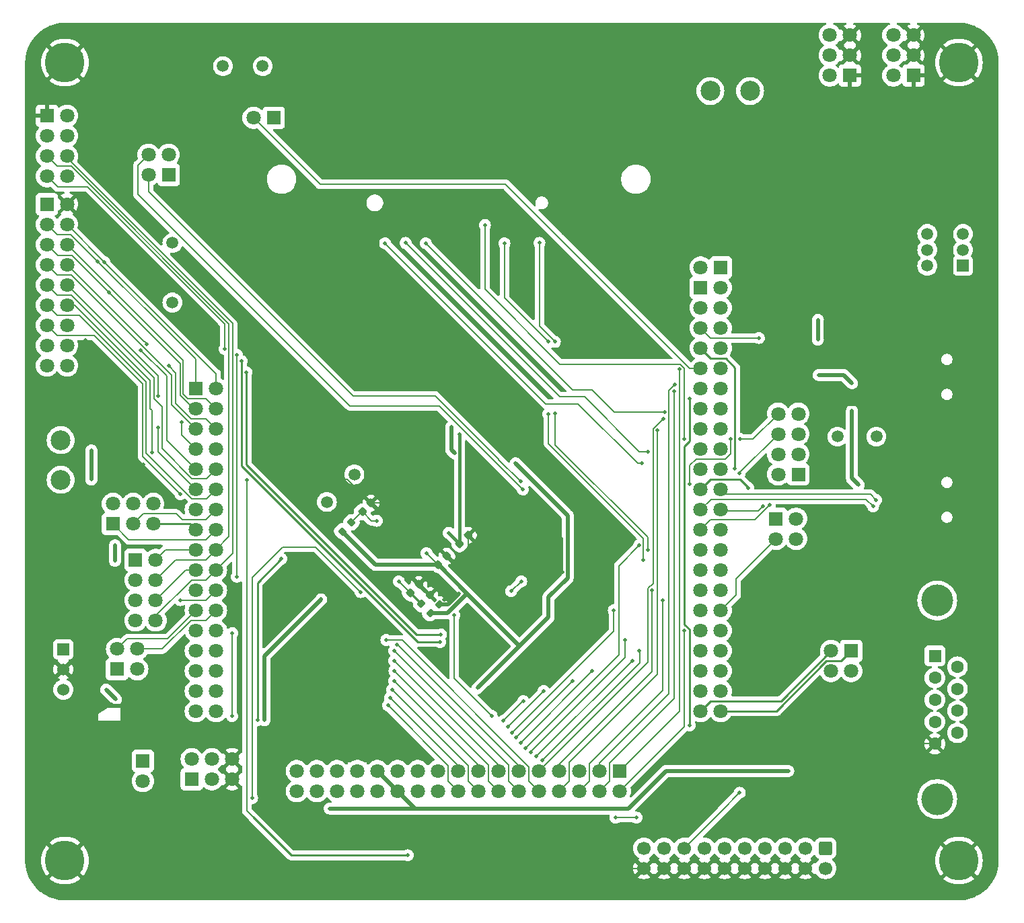
<source format=gbr>
%TF.GenerationSoftware,KiCad,Pcbnew,8.0.5*%
%TF.CreationDate,2025-04-27T01:42:02+08:00*%
%TF.ProjectId,STM32_learning,53544d33-325f-46c6-9561-726e696e672e,rev?*%
%TF.SameCoordinates,Original*%
%TF.FileFunction,Copper,L2,Bot*%
%TF.FilePolarity,Positive*%
%FSLAX46Y46*%
G04 Gerber Fmt 4.6, Leading zero omitted, Abs format (unit mm)*
G04 Created by KiCad (PCBNEW 8.0.5) date 2025-04-27 01:42:02*
%MOMM*%
%LPD*%
G01*
G04 APERTURE LIST*
G04 Aperture macros list*
%AMRoundRect*
0 Rectangle with rounded corners*
0 $1 Rounding radius*
0 $2 $3 $4 $5 $6 $7 $8 $9 X,Y pos of 4 corners*
0 Add a 4 corners polygon primitive as box body*
4,1,4,$2,$3,$4,$5,$6,$7,$8,$9,$2,$3,0*
0 Add four circle primitives for the rounded corners*
1,1,$1+$1,$2,$3*
1,1,$1+$1,$4,$5*
1,1,$1+$1,$6,$7*
1,1,$1+$1,$8,$9*
0 Add four rect primitives between the rounded corners*
20,1,$1+$1,$2,$3,$4,$5,0*
20,1,$1+$1,$4,$5,$6,$7,0*
20,1,$1+$1,$6,$7,$8,$9,0*
20,1,$1+$1,$8,$9,$2,$3,0*%
G04 Aperture macros list end*
%TA.AperFunction,ComponentPad*%
%ADD10R,1.800000X1.800000*%
%TD*%
%TA.AperFunction,ComponentPad*%
%ADD11C,1.800000*%
%TD*%
%TA.AperFunction,ComponentPad*%
%ADD12RoundRect,0.250000X-0.600000X0.600000X-0.600000X-0.600000X0.600000X-0.600000X0.600000X0.600000X0*%
%TD*%
%TA.AperFunction,ComponentPad*%
%ADD13C,1.700000*%
%TD*%
%TA.AperFunction,ComponentPad*%
%ADD14C,1.500000*%
%TD*%
%TA.AperFunction,ComponentPad*%
%ADD15R,1.500000X1.500000*%
%TD*%
%TA.AperFunction,ComponentPad*%
%ADD16C,4.000000*%
%TD*%
%TA.AperFunction,ComponentPad*%
%ADD17R,1.600000X1.600000*%
%TD*%
%TA.AperFunction,ComponentPad*%
%ADD18C,1.600000*%
%TD*%
%TA.AperFunction,ComponentPad*%
%ADD19C,5.000000*%
%TD*%
%TA.AperFunction,ComponentPad*%
%ADD20R,1.524000X1.524000*%
%TD*%
%TA.AperFunction,ComponentPad*%
%ADD21C,1.524000*%
%TD*%
%TA.AperFunction,ComponentPad*%
%ADD22C,2.500000*%
%TD*%
%TA.AperFunction,SMDPad,CuDef*%
%ADD23RoundRect,0.225000X-0.017678X0.335876X-0.335876X0.017678X0.017678X-0.335876X0.335876X-0.017678X0*%
%TD*%
%TA.AperFunction,SMDPad,CuDef*%
%ADD24RoundRect,0.200000X0.335876X0.053033X0.053033X0.335876X-0.335876X-0.053033X-0.053033X-0.335876X0*%
%TD*%
%TA.AperFunction,SMDPad,CuDef*%
%ADD25RoundRect,0.200000X0.053033X-0.335876X0.335876X-0.053033X-0.053033X0.335876X-0.335876X0.053033X0*%
%TD*%
%TA.AperFunction,SMDPad,CuDef*%
%ADD26RoundRect,0.225000X0.017678X-0.335876X0.335876X-0.017678X-0.017678X0.335876X-0.335876X0.017678X0*%
%TD*%
%TA.AperFunction,ViaPad*%
%ADD27C,0.508000*%
%TD*%
%TA.AperFunction,Conductor*%
%ADD28C,0.203200*%
%TD*%
%TA.AperFunction,Conductor*%
%ADD29C,0.254000*%
%TD*%
%TA.AperFunction,Conductor*%
%ADD30C,0.508000*%
%TD*%
%TA.AperFunction,Conductor*%
%ADD31C,0.381000*%
%TD*%
G04 APERTURE END LIST*
D10*
%TO.P,J22,1,Pin_1*%
%TO.N,/LCD_CS*%
X100320000Y-133730000D03*
D11*
%TO.P,J22,2,Pin_2*%
%TO.N,/LCD_RS*%
X100320000Y-136270000D03*
%TO.P,J22,3,Pin_3*%
%TO.N,/LCD_WR*%
X97780000Y-133730000D03*
%TO.P,J22,4,Pin_4*%
%TO.N,/LCD_RD*%
X97780000Y-136270000D03*
%TO.P,J22,5,Pin_5*%
%TO.N,/RESET*%
X95240000Y-133730000D03*
%TO.P,J22,6,Pin_6*%
%TO.N,/LCD_DB0*%
X95240000Y-136270000D03*
%TO.P,J22,7,Pin_7*%
%TO.N,/LCD_DB1*%
X92700000Y-133730000D03*
%TO.P,J22,8,Pin_8*%
%TO.N,/LCD_DB2*%
X92700000Y-136270000D03*
%TO.P,J22,9,Pin_9*%
%TO.N,/LCD_DB3*%
X90160000Y-133730000D03*
%TO.P,J22,10,Pin_10*%
%TO.N,/LCD_DB4*%
X90160000Y-136270000D03*
%TO.P,J22,11,Pin_11*%
%TO.N,/LCD_DB5*%
X87620000Y-133730000D03*
%TO.P,J22,12,Pin_12*%
%TO.N,/LCD_DB6*%
X87620000Y-136270000D03*
%TO.P,J22,13,Pin_13*%
%TO.N,/LCD_DB7*%
X85080000Y-133730000D03*
%TO.P,J22,14,Pin_14*%
%TO.N,/LCD_DB8*%
X85080000Y-136270000D03*
%TO.P,J22,15,Pin_15*%
%TO.N,/LCD_DB9*%
X82540000Y-133730000D03*
%TO.P,J22,16,Pin_16*%
%TO.N,/LCD_DB10*%
X82540000Y-136270000D03*
%TO.P,J22,17,Pin_17*%
%TO.N,/LCD_DB11*%
X80000000Y-133730000D03*
%TO.P,J22,18,Pin_18*%
%TO.N,/LCD_DB12*%
X80000000Y-136270000D03*
%TO.P,J22,19,Pin_19*%
%TO.N,/LCD_DB13*%
X77460000Y-133730000D03*
%TO.P,J22,20,Pin_20*%
%TO.N,/LCD_DB14*%
X77460000Y-136270000D03*
%TO.P,J22,21,Pin_21*%
%TO.N,/LCD_DB15*%
X74920000Y-133730000D03*
%TO.P,J22,22,Pin_22*%
%TO.N,unconnected-(J22-Pin_22-Pad22)*%
X74920000Y-136270000D03*
%TO.P,J22,23,Pin_23*%
%TO.N,/LCD_BL*%
X72380000Y-133730000D03*
%TO.P,J22,24,Pin_24*%
%TO.N,+3.3V*%
X72380000Y-136270000D03*
%TO.P,J22,25,Pin_25*%
X69840000Y-133730000D03*
%TO.P,J22,26,Pin_26*%
%TO.N,GND*%
X69840000Y-136270000D03*
%TO.P,J22,27,Pin_27*%
X67300000Y-133730000D03*
%TO.P,J22,28,Pin_28*%
%TO.N,unconnected-(J22-Pin_28-Pad28)*%
X67300000Y-136270000D03*
%TO.P,J22,29,Pin_29*%
%TO.N,/LCD_MISO*%
X64760000Y-133730000D03*
%TO.P,J22,30,Pin_30*%
%TO.N,/LCD_MOSI*%
X64760000Y-136270000D03*
%TO.P,J22,31,Pin_31*%
%TO.N,/LCD_PEN*%
X62220000Y-133730000D03*
%TO.P,J22,32,Pin_32*%
%TO.N,unconnected-(J22-Pin_32-Pad32)*%
X62220000Y-136270000D03*
%TO.P,J22,33,Pin_33*%
%TO.N,/LCD_TCS*%
X59680000Y-133730000D03*
%TO.P,J22,34,Pin_34*%
%TO.N,/LCD_CLK*%
X59680000Y-136270000D03*
%TD*%
D10*
%TO.P,J18,1,Pin_1*%
%TO.N,Net-(J18-Pin_1)*%
X56772500Y-51460000D03*
D11*
%TO.P,J18,2,Pin_2*%
%TO.N,/BEEP*%
X54232500Y-51460000D03*
%TD*%
D10*
%TO.P,J4,1,Pin_1*%
%TO.N,+3.3V*%
X46460000Y-134770000D03*
D11*
%TO.P,J4,2,Pin_2*%
X46460000Y-132230000D03*
%TO.P,J4,3,Pin_3*%
%TO.N,Net-(J4-Pin_3)*%
X49000000Y-134770000D03*
%TO.P,J4,4,Pin_4*%
%TO.N,Net-(J4-Pin_4)*%
X49000000Y-132230000D03*
%TO.P,J4,5,Pin_5*%
%TO.N,GND*%
X51540000Y-134770000D03*
%TO.P,J4,6,Pin_6*%
X51540000Y-132230000D03*
%TD*%
D12*
%TO.P,J6,1,Pin_1*%
%TO.N,+3.3V*%
X126230000Y-143447500D03*
D13*
%TO.P,J6,2,Pin_2*%
X126230000Y-145987500D03*
%TO.P,J6,3,Pin_3*%
%TO.N,/NJTRST*%
X123690000Y-143447500D03*
%TO.P,J6,4,Pin_4*%
%TO.N,GND*%
X123690000Y-145987500D03*
%TO.P,J6,5,Pin_5*%
%TO.N,/JTDI*%
X121150000Y-143447500D03*
%TO.P,J6,6,Pin_6*%
%TO.N,GND*%
X121150000Y-145987500D03*
%TO.P,J6,7,Pin_7*%
%TO.N,/JTMS_SWDIO*%
X118610000Y-143447500D03*
%TO.P,J6,8,Pin_8*%
%TO.N,GND*%
X118610000Y-145987500D03*
%TO.P,J6,9,Pin_9*%
%TO.N,/JTCK_SWCLK*%
X116070000Y-143447500D03*
%TO.P,J6,10,Pin_10*%
%TO.N,GND*%
X116070000Y-145987500D03*
%TO.P,J6,11,Pin_11*%
%TO.N,unconnected-(J6-Pin_11-Pad11)*%
X113530000Y-143447500D03*
%TO.P,J6,12,Pin_12*%
%TO.N,GND*%
X113530000Y-145987500D03*
%TO.P,J6,13,Pin_13*%
%TO.N,/JTDO*%
X110990000Y-143447500D03*
%TO.P,J6,14,Pin_14*%
%TO.N,GND*%
X110990000Y-145987500D03*
%TO.P,J6,15,Pin_15*%
%TO.N,/RESET*%
X108450000Y-143447500D03*
%TO.P,J6,16,Pin_16*%
%TO.N,GND*%
X108450000Y-145987500D03*
%TO.P,J6,17,Pin_17*%
%TO.N,unconnected-(J6-Pin_17-Pad17)*%
X105910000Y-143447500D03*
%TO.P,J6,18,Pin_18*%
%TO.N,GND*%
X105910000Y-145987500D03*
%TO.P,J6,19,Pin_19*%
%TO.N,unconnected-(J6-Pin_19-Pad19)*%
X103370000Y-143447500D03*
%TO.P,J6,20,Pin_20*%
%TO.N,GND*%
X103370000Y-145987500D03*
%TD*%
D10*
%TO.P,J23,1,Pin_1*%
%TO.N,GND*%
X129289000Y-46131000D03*
D11*
%TO.P,J23,2,Pin_2*%
%TO.N,+3.3V*%
X126749000Y-46131000D03*
%TO.P,J23,3,Pin_3*%
%TO.N,GND*%
X129289000Y-43591000D03*
%TO.P,J23,4,Pin_4*%
%TO.N,+3.3V*%
X126749000Y-43591000D03*
%TO.P,J23,5,Pin_5*%
%TO.N,GND*%
X129289000Y-41051000D03*
%TO.P,J23,6,Pin_6*%
%TO.N,+3.3V*%
X126749000Y-41051000D03*
%TD*%
D14*
%TO.P,LS1,1,1*%
%TO.N,+3.3V*%
X50387500Y-44950000D03*
%TO.P,LS1,2,2*%
%TO.N,Net-(Q3-C)*%
X55387500Y-44950000D03*
%TD*%
D10*
%TO.P,J12,1,Pin_1*%
%TO.N,/FLASH_CS*%
X39389500Y-107139000D03*
D11*
%TO.P,J12,2,Pin_2*%
%TO.N,/PA4*%
X41929500Y-107139000D03*
%TO.P,J12,3,Pin_3*%
%TO.N,/FLASH_LCK*%
X39389500Y-109679000D03*
%TO.P,J12,4,Pin_4*%
%TO.N,/PA5*%
X41929500Y-109679000D03*
%TO.P,J12,5,Pin_5*%
%TO.N,/FLASH_MISO*%
X39389500Y-112219000D03*
%TO.P,J12,6,Pin_6*%
%TO.N,/PA6*%
X41929500Y-112219000D03*
%TO.P,J12,7,Pin_7*%
%TO.N,/FLASH_MOSI*%
X39389500Y-114759000D03*
%TO.P,J12,8,Pin_8*%
%TO.N,/PA7*%
X41929500Y-114759000D03*
%TD*%
D10*
%TO.P,D3,1,K*%
%TO.N,Net-(D3-K)*%
X40315000Y-132450000D03*
D11*
%TO.P,D3,2,A*%
%TO.N,Net-(D3-A)*%
X40315000Y-134990000D03*
%TD*%
D10*
%TO.P,J19,1,Pin_1*%
%TO.N,/LED1*%
X119979000Y-101951000D03*
D11*
%TO.P,J19,2,Pin_2*%
%TO.N,Net-(D5-K)*%
X122519000Y-101951000D03*
%TO.P,J19,3,Pin_3*%
%TO.N,/LED2*%
X119979000Y-104491000D03*
%TO.P,J19,4,Pin_4*%
%TO.N,Net-(D6-K)*%
X122519000Y-104491000D03*
%TD*%
D10*
%TO.P,J20,1,Pin_1*%
%TO.N,GND*%
X28230000Y-51190000D03*
D11*
%TO.P,J20,2,Pin_2*%
%TO.N,+3.3V*%
X30770000Y-51190000D03*
%TO.P,J20,3,Pin_3*%
%TO.N,/NRF_CE*%
X28230000Y-53730000D03*
%TO.P,J20,4,Pin_4*%
%TO.N,/NRF_CSN*%
X30770000Y-53730000D03*
%TO.P,J20,5,Pin_5*%
%TO.N,/PA5*%
X28230000Y-56270000D03*
%TO.P,J20,6,Pin_6*%
%TO.N,/PA7*%
X30770000Y-56270000D03*
%TO.P,J20,7,Pin_7*%
%TO.N,/PA6*%
X28230000Y-58810000D03*
%TO.P,J20,8,Pin_8*%
%TO.N,/NRF_IRQ*%
X30770000Y-58810000D03*
%TD*%
D10*
%TO.P,J13,1,Pin_1*%
%TO.N,Net-(J13-Pin_1)*%
X113040000Y-70310000D03*
D11*
%TO.P,J13,2,Pin_2*%
%TO.N,Net-(J13-Pin_2)*%
X110500000Y-70310000D03*
%TD*%
D14*
%TO.P,Y3,1,1*%
%TO.N,Net-(U3-XO)*%
X132609000Y-91611000D03*
%TO.P,Y3,2,2*%
%TO.N,Net-(U3-XI)*%
X127729000Y-91611000D03*
%TD*%
D15*
%TO.P,SW1,1*%
%TO.N,unconnected-(SW1-Pad1)*%
X143519000Y-70091000D03*
D14*
%TO.P,SW1,2*%
%TO.N,Net-(F1-Pad2)*%
X143519000Y-68091000D03*
%TO.P,SW1,3*%
%TO.N,Net-(U1-VI)*%
X143519000Y-66091000D03*
%TO.P,SW1,4*%
%TO.N,unconnected-(SW1-Pad4)*%
X139019000Y-70091000D03*
%TO.P,SW1,5*%
%TO.N,Net-(F1-Pad2)*%
X139019000Y-68091000D03*
%TO.P,SW1,6*%
%TO.N,Net-(U1-VI)*%
X139019000Y-66091000D03*
%TD*%
D16*
%TO.P,J8,0*%
%TO.N,N/C*%
X140275875Y-137256625D03*
X140275875Y-112256625D03*
D17*
%TO.P,J8,1,1*%
%TO.N,unconnected-(J8-Pad1)*%
X139975875Y-119216625D03*
D18*
%TO.P,J8,2,2*%
%TO.N,Net-(U5-T2OUT)*%
X139975875Y-121986625D03*
%TO.P,J8,3,3*%
%TO.N,Net-(U5-R2IN)*%
X139975875Y-124756625D03*
%TO.P,J8,4,4*%
%TO.N,unconnected-(J8-Pad4)*%
X139975875Y-127526625D03*
%TO.P,J8,5,5*%
%TO.N,GND*%
X139975875Y-130296625D03*
%TO.P,J8,6,6*%
%TO.N,unconnected-(J8-Pad6)*%
X142815875Y-120601625D03*
%TO.P,J8,7,7*%
%TO.N,unconnected-(J8-Pad7)*%
X142815875Y-123371625D03*
%TO.P,J8,8,8*%
%TO.N,unconnected-(J8-Pad8)*%
X142815875Y-126141625D03*
%TO.P,J8,9,9*%
%TO.N,unconnected-(J8-Pad9)*%
X142815875Y-128911625D03*
%TD*%
D14*
%TO.P,BT1,*%
%TO.N,*%
X44025000Y-74725000D03*
X44025000Y-67225000D03*
%TD*%
%TO.P,Y1,1,1*%
%TO.N,Net-(U2-RCC_OSC_OUT)*%
X63467589Y-99832412D03*
%TO.P,Y1,2,2*%
%TO.N,Net-(U2-RCC_OSC_IN)*%
X66918270Y-96381731D03*
%TD*%
D10*
%TO.P,J21,1,Pin_1*%
%TO.N,+3.3V*%
X28230000Y-62340000D03*
D11*
%TO.P,J21,2,Pin_2*%
%TO.N,GND*%
X30770000Y-62340000D03*
%TO.P,J21,3,Pin_3*%
%TO.N,/NRF_IRQ*%
X28230000Y-64880000D03*
%TO.P,J21,4,Pin_4*%
%TO.N,/NRF_CE*%
X30770000Y-64880000D03*
%TO.P,J21,5,Pin_5*%
%TO.N,/NRF_CSN*%
X28230000Y-67420000D03*
%TO.P,J21,6,Pin_6*%
%TO.N,/OV_PE3*%
X30770000Y-67420000D03*
%TO.P,J21,7,Pin_7*%
%TO.N,/OV_PE4*%
X28230000Y-69960000D03*
%TO.P,J21,8,Pin_8*%
%TO.N,/OV_PC0*%
X30770000Y-69960000D03*
%TO.P,J21,9,Pin_9*%
%TO.N,/OV_PC1*%
X28230000Y-72500000D03*
%TO.P,J21,10,Pin_10*%
%TO.N,/OV_PC2*%
X30770000Y-72500000D03*
%TO.P,J21,11,Pin_11*%
%TO.N,/OV_PC3*%
X28230000Y-75040000D03*
%TO.P,J21,12,Pin_12*%
%TO.N,/OV_PC4*%
X30770000Y-75040000D03*
%TO.P,J21,13,Pin_13*%
%TO.N,/OV_PC5*%
X28230000Y-77580000D03*
%TO.P,J21,14,Pin_14*%
%TO.N,/OV_PC6*%
X30770000Y-77580000D03*
%TO.P,J21,15,Pin_15*%
%TO.N,/OV_PC7*%
X28230000Y-80120000D03*
%TO.P,J21,16,Pin_16*%
%TO.N,/OV_PE5*%
X30770000Y-80120000D03*
%TO.P,J21,17,Pin_17*%
%TO.N,/OV_PE6*%
X28230000Y-82660000D03*
%TO.P,J21,18,Pin_18*%
%TO.N,unconnected-(J21-Pin_18-Pad18)*%
X30770000Y-82660000D03*
%TD*%
D19*
%TO.P,,1*%
%TO.N,GND*%
X143000000Y-145000000D03*
%TD*%
D20*
%TO.P,D4,1,OUT*%
%TO.N,/IR*%
X30295000Y-118395000D03*
D21*
%TO.P,D4,2,GND*%
%TO.N,GND*%
X30295000Y-120935000D03*
%TO.P,D4,3,VCC*%
%TO.N,+3.3V*%
X30295000Y-123475000D03*
%TD*%
D10*
%TO.P,J10,1,Pin_1*%
%TO.N,/PA3*%
X36522500Y-102617500D03*
D11*
%TO.P,J10,2,Pin_2*%
%TO.N,Net-(J10-Pin_2)*%
X36522500Y-100077500D03*
%TO.P,J10,3,Pin_3*%
%TO.N,/PA1*%
X39062500Y-102617500D03*
%TO.P,J10,4,Pin_4*%
%TO.N,Net-(J10-Pin_4)*%
X39062500Y-100077500D03*
%TO.P,J10,5,Pin_5*%
%TO.N,/PA2*%
X41602500Y-102617500D03*
%TO.P,J10,6,Pin_6*%
%TO.N,Net-(J10-Pin_6)*%
X41602500Y-100077500D03*
%TD*%
D10*
%TO.P,J5,1,Pin_1*%
%TO.N,/CH340_RXD*%
X122789000Y-96361000D03*
D11*
%TO.P,J5,2,Pin_2*%
%TO.N,/PA9*%
X120249000Y-96361000D03*
%TO.P,J5,3,Pin_3*%
%TO.N,/CH340_TXD*%
X122789000Y-93821000D03*
%TO.P,J5,4,Pin_4*%
%TO.N,/PA10*%
X120249000Y-93821000D03*
%TO.P,J5,5,Pin_5*%
%TO.N,/CH340_DTR*%
X122789000Y-91281000D03*
%TO.P,J5,6,Pin_6*%
%TO.N,/RESET*%
X120249000Y-91281000D03*
%TO.P,J5,7,Pin_7*%
%TO.N,/BOOT0_CTR*%
X122789000Y-88741000D03*
%TO.P,J5,8,Pin_8*%
%TO.N,/BOOT0*%
X120249000Y-88741000D03*
%TD*%
D22*
%TO.P,J14,1,Pin_1*%
%TO.N,Net-(J14-Pin_1)*%
X111725000Y-48082600D03*
%TO.P,J14,2,Pin_2*%
%TO.N,Net-(J14-Pin_2)*%
X116725000Y-48082600D03*
%TD*%
%TO.P,J11,1,Pin_1*%
%TO.N,Net-(J11-Pin_1)*%
X29965000Y-97050000D03*
%TO.P,J11,2,Pin_2*%
%TO.N,Net-(J11-Pin_2)*%
X29965000Y-92050000D03*
%TD*%
D10*
%TO.P,J3,1,Pin_1*%
%TO.N,/CAN_TX*%
X110500000Y-72850000D03*
D11*
%TO.P,J3,2,Pin_2*%
%TO.N,/CAN_RX*%
X113040000Y-72850000D03*
%TO.P,J3,3,Pin_3*%
%TO.N,/I2C1_SDA*%
X110500000Y-75390000D03*
%TO.P,J3,4,Pin_4*%
%TO.N,/I2C1_SCL*%
X113040000Y-75390000D03*
%TO.P,J3,5,Pin_5*%
%TO.N,/LED1*%
X110500000Y-77930000D03*
%TO.P,J3,6,Pin_6*%
%TO.N,/NJTRST*%
X113040000Y-77930000D03*
%TO.P,J3,7,Pin_7*%
%TO.N,/JTDO*%
X110500000Y-80470000D03*
%TO.P,J3,8,Pin_8*%
%TO.N,/LCD_CS*%
X113040000Y-80470000D03*
%TO.P,J3,9,Pin_9*%
%TO.N,/BEEP*%
X110500000Y-83010000D03*
%TO.P,J3,10,Pin_10*%
%TO.N,/LCD_WR*%
X113040000Y-83010000D03*
%TO.P,J3,11,Pin_11*%
%TO.N,/LCD_RD*%
X110500000Y-85550000D03*
%TO.P,J3,12,Pin_12*%
%TO.N,/KEY2*%
X113040000Y-85550000D03*
%TO.P,J3,13,Pin_13*%
%TO.N,/PD2*%
X110500000Y-88090000D03*
%TO.P,J3,14,Pin_14*%
%TO.N,/LCD_DB3*%
X113040000Y-88090000D03*
%TO.P,J3,15,Pin_15*%
%TO.N,/LCD_DB2*%
X110500000Y-90630000D03*
%TO.P,J3,16,Pin_16*%
%TO.N,/PC12*%
X113040000Y-90630000D03*
%TO.P,J3,17,Pin_17*%
%TO.N,/PC11*%
X110500000Y-93170000D03*
%TO.P,J3,18,Pin_18*%
%TO.N,/PC10*%
X113040000Y-93170000D03*
%TO.P,J3,19,Pin_19*%
%TO.N,/JTDI*%
X110500000Y-95710000D03*
%TO.P,J3,20,Pin_20*%
%TO.N,/JTCK_SWCLK*%
X113040000Y-95710000D03*
%TO.P,J3,21,Pin_21*%
%TO.N,/JTMS_SWDIO*%
X110500000Y-98250000D03*
%TO.P,J3,22,Pin_22*%
%TO.N,/PA12*%
X113040000Y-98250000D03*
%TO.P,J3,23,Pin_23*%
%TO.N,/PA11*%
X110500000Y-100790000D03*
%TO.P,J3,24,Pin_24*%
%TO.N,/PA10*%
X113040000Y-100790000D03*
%TO.P,J3,25,Pin_25*%
%TO.N,/PA9*%
X110500000Y-103330000D03*
%TO.P,J3,26,Pin_26*%
%TO.N,/LCD_BL*%
X113040000Y-103330000D03*
%TO.P,J3,27,Pin_27*%
%TO.N,/PC9*%
X110500000Y-105870000D03*
%TO.P,J3,28,Pin_28*%
%TO.N,/PC8*%
X113040000Y-105870000D03*
%TO.P,J3,29,Pin_29*%
%TO.N,/OV_PC7*%
X110500000Y-108410000D03*
%TO.P,J3,30,Pin_30*%
%TO.N,/OV_PC6*%
X113040000Y-108410000D03*
%TO.P,J3,31,Pin_31*%
%TO.N,/LCD_DB1*%
X110500000Y-110950000D03*
%TO.P,J3,32,Pin_32*%
%TO.N,/LCD_DB0*%
X113040000Y-110950000D03*
%TO.P,J3,33,Pin_33*%
%TO.N,/LCD_PEN*%
X110500000Y-113490000D03*
%TO.P,J3,34,Pin_34*%
%TO.N,/LED2*%
X113040000Y-113490000D03*
%TO.P,J3,35,Pin_35*%
%TO.N,/LCD_RS*%
X110500000Y-116030000D03*
%TO.P,J3,36,Pin_36*%
%TO.N,/LCD_DB15*%
X113040000Y-116030000D03*
%TO.P,J3,37,Pin_37*%
%TO.N,/LCD_DB14*%
X110500000Y-118570000D03*
%TO.P,J3,38,Pin_38*%
%TO.N,/LCD_DB13*%
X113040000Y-118570000D03*
%TO.P,J3,39,Pin_39*%
%TO.N,/LCD_MOSI*%
X110500000Y-121110000D03*
%TO.P,J3,40,Pin_40*%
%TO.N,/LCD_MISO*%
X113040000Y-121110000D03*
%TO.P,J3,41,Pin_41*%
%TO.N,/LCD_CLK*%
X110500000Y-123650000D03*
%TO.P,J3,42,Pin_42*%
%TO.N,/LCD_TCS*%
X113040000Y-123650000D03*
%TO.P,J3,43,Pin_43*%
%TO.N,/PB11*%
X110500000Y-126190000D03*
%TO.P,J3,44,Pin_44*%
%TO.N,/PB10*%
X113040000Y-126190000D03*
%TD*%
D10*
%TO.P,J2,1,Pin_1*%
%TO.N,/NRF_IRQ*%
X46960000Y-85550000D03*
D11*
%TO.P,J2,2,Pin_2*%
%TO.N,/NRF_CE*%
X49500000Y-85550000D03*
%TO.P,J2,3,Pin_3*%
%TO.N,/NRF_CSN*%
X46960000Y-88090000D03*
%TO.P,J2,4,Pin_4*%
%TO.N,/OV_PE3*%
X49500000Y-88090000D03*
%TO.P,J2,5,Pin_5*%
%TO.N,/OV_PE4*%
X46960000Y-90630000D03*
%TO.P,J2,6,Pin_6*%
%TO.N,/OV_PE5*%
X49500000Y-90630000D03*
%TO.P,J2,7,Pin_7*%
%TO.N,/OV_PE6*%
X46960000Y-93170000D03*
%TO.P,J2,8,Pin_8*%
%TO.N,/KEY1*%
X49500000Y-93170000D03*
%TO.P,J2,9,Pin_9*%
%TO.N,/OV_PC0*%
X46960000Y-95710000D03*
%TO.P,J2,10,Pin_10*%
%TO.N,/OV_PC1*%
X49500000Y-95710000D03*
%TO.P,J2,11,Pin_11*%
%TO.N,/OV_PC2*%
X46960000Y-98250000D03*
%TO.P,J2,12,Pin_12*%
%TO.N,/OV_PC3*%
X49500000Y-98250000D03*
%TO.P,J2,13,Pin_13*%
%TO.N,/PA0*%
X46960000Y-100790000D03*
%TO.P,J2,14,Pin_14*%
%TO.N,/PA1*%
X49500000Y-100790000D03*
%TO.P,J2,15,Pin_15*%
%TO.N,/PA2*%
X46960000Y-103330000D03*
%TO.P,J2,16,Pin_16*%
%TO.N,/PA3*%
X49500000Y-103330000D03*
%TO.P,J2,17,Pin_17*%
%TO.N,/PA4*%
X46960000Y-105870000D03*
%TO.P,J2,18,Pin_18*%
%TO.N,/PA5*%
X49500000Y-105870000D03*
%TO.P,J2,19,Pin_19*%
%TO.N,/PA6*%
X46960000Y-108410000D03*
%TO.P,J2,20,Pin_20*%
%TO.N,/PA7*%
X49500000Y-108410000D03*
%TO.P,J2,21,Pin_21*%
%TO.N,/OV_PC4*%
X46960000Y-110950000D03*
%TO.P,J2,22,Pin_22*%
%TO.N,/OV_PC5*%
X49500000Y-110950000D03*
%TO.P,J2,23,Pin_23*%
%TO.N,/PB0*%
X46960000Y-113490000D03*
%TO.P,J2,24,Pin_24*%
%TO.N,/PB1*%
X49500000Y-113490000D03*
%TO.P,J2,25,Pin_25*%
%TO.N,/PB2*%
X46960000Y-116030000D03*
%TO.P,J2,26,Pin_26*%
%TO.N,/LCD_DB4*%
X49500000Y-116030000D03*
%TO.P,J2,27,Pin_27*%
%TO.N,/LCD_DB5*%
X46960000Y-118570000D03*
%TO.P,J2,28,Pin_28*%
%TO.N,/LCD_DB6*%
X49500000Y-118570000D03*
%TO.P,J2,29,Pin_29*%
%TO.N,/LCD_DB7*%
X46960000Y-121110000D03*
%TO.P,J2,30,Pin_30*%
%TO.N,/LCD_DB8*%
X49500000Y-121110000D03*
%TO.P,J2,31,Pin_31*%
%TO.N,/LCD_DB9*%
X46960000Y-123650000D03*
%TO.P,J2,32,Pin_32*%
%TO.N,/LCD_DB10*%
X49500000Y-123650000D03*
%TO.P,J2,33,Pin_33*%
%TO.N,/LCD_DB11*%
X46960000Y-126190000D03*
%TO.P,J2,34,Pin_34*%
%TO.N,/LCD_DB12*%
X49500000Y-126190000D03*
%TD*%
D19*
%TO.P,,1*%
%TO.N,GND*%
X30500000Y-145000000D03*
%TD*%
D10*
%TO.P,J17,1,Pin_1*%
%TO.N,/IR*%
X37055000Y-120905000D03*
D11*
%TO.P,J17,2,Pin_2*%
%TO.N,/PB0*%
X37055000Y-118365000D03*
%TO.P,J17,3,Pin_3*%
%TO.N,/IE*%
X39595000Y-120905000D03*
%TO.P,J17,4,Pin_4*%
%TO.N,/PB1*%
X39595000Y-118365000D03*
%TD*%
D10*
%TO.P,J24,1,Pin_1*%
%TO.N,GND*%
X137289000Y-46131000D03*
D11*
%TO.P,J24,2,Pin_2*%
%TO.N,Net-(U1-VI)*%
X134749000Y-46131000D03*
%TO.P,J24,3,Pin_3*%
%TO.N,GND*%
X137289000Y-43591000D03*
%TO.P,J24,4,Pin_4*%
%TO.N,Net-(U1-VI)*%
X134749000Y-43591000D03*
%TO.P,J24,5,Pin_5*%
%TO.N,GND*%
X137289000Y-41051000D03*
%TO.P,J24,6,Pin_6*%
%TO.N,Net-(U1-VI)*%
X134749000Y-41051000D03*
%TD*%
D19*
%TO.P,REF\u002A\u002A,1*%
%TO.N,GND*%
X30500000Y-44500000D03*
%TD*%
D10*
%TO.P,J25,1,Pin_1*%
%TO.N,Net-(J25-Pin_1)*%
X43559500Y-58644500D03*
D11*
%TO.P,J25,2,Pin_2*%
%TO.N,/I2C1_SDA*%
X41019500Y-58644500D03*
%TO.P,J25,3,Pin_3*%
%TO.N,Net-(J25-Pin_3)*%
X43559500Y-56104500D03*
%TO.P,J25,4,Pin_4*%
%TO.N,/I2C1_SCL*%
X41019500Y-56104500D03*
%TD*%
D10*
%TO.P,J9,1,Pin_1*%
%TO.N,/PB10*%
X129460875Y-118601625D03*
D11*
%TO.P,J9,2,Pin_2*%
%TO.N,Net-(J9-Pin_2)*%
X129460875Y-121141625D03*
%TO.P,J9,3,Pin_3*%
%TO.N,/PB11*%
X126920875Y-118601625D03*
%TO.P,J9,4,Pin_4*%
%TO.N,Net-(J9-Pin_4)*%
X126920875Y-121141625D03*
%TD*%
D19*
%TO.P,REF\u002A\u002A,1*%
%TO.N,GND*%
X143000000Y-44500000D03*
%TD*%
D23*
%TO.P,C11,1*%
%TO.N,GND*%
X69019759Y-99980241D03*
%TO.P,C11,2*%
%TO.N,/RESET*%
X67923743Y-101076257D03*
%TD*%
D24*
%TO.P,R1,1*%
%TO.N,+3.3V*%
X76483363Y-113858363D03*
%TO.P,R1,2*%
%TO.N,/V3.3V*%
X75316637Y-112691637D03*
%TD*%
D25*
%TO.P,R3,1*%
%TO.N,+3.3V*%
X65388388Y-103561612D03*
%TO.P,R3,2*%
%TO.N,/RESET*%
X66555114Y-102394886D03*
%TD*%
D26*
%TO.P,C5,1*%
%TO.N,+3.3V*%
X77480241Y-107769759D03*
%TO.P,C5,2*%
%TO.N,GND*%
X78576257Y-106673743D03*
%TD*%
%TO.P,C10,1*%
%TO.N,/V3.3V*%
X73951992Y-111298008D03*
%TO.P,C10,2*%
%TO.N,GND*%
X75048008Y-110201992D03*
%TD*%
D23*
%TO.P,C31,1*%
%TO.N,GND*%
X81269759Y-104030241D03*
%TO.P,C31,2*%
%TO.N,Net-(D1-K)*%
X80173743Y-105126257D03*
%TD*%
D24*
%TO.P,R2,1*%
%TO.N,GND*%
X77608363Y-112758363D03*
%TO.P,R2,2*%
X76441637Y-111591637D03*
%TD*%
D27*
%TO.N,/OV_PE5*%
X43550000Y-82700000D03*
%TO.N,/OV_PC0*%
X40800000Y-79950000D03*
X40065789Y-80734211D03*
%TO.N,+3.3V*%
X125250000Y-79400000D03*
X125250000Y-76900000D03*
X91350000Y-111825000D03*
X36800000Y-107250000D03*
X106125000Y-133725000D03*
X33825000Y-97025000D03*
X82425000Y-123275000D03*
X55600000Y-127325000D03*
X79125000Y-90400000D03*
X63825000Y-138450000D03*
X62750000Y-112100000D03*
X125350000Y-83850000D03*
X76005241Y-106294759D03*
X36800000Y-105300000D03*
X121525000Y-133725000D03*
X35675000Y-123475000D03*
X33825000Y-93350000D03*
X79575000Y-93725000D03*
X129550000Y-88350000D03*
X130400000Y-97700000D03*
X36912500Y-124712500D03*
X87225000Y-94975000D03*
X129550000Y-84875000D03*
%TO.N,/V3.3V*%
X72503984Y-109850000D03*
%TO.N,/RESET*%
X79500000Y-114100000D03*
X84200000Y-126775000D03*
X115416600Y-96225000D03*
X102450000Y-139600000D03*
X115416600Y-136475000D03*
X99775000Y-139600000D03*
X69750000Y-102200000D03*
%TO.N,Net-(D1-K)*%
X78775000Y-103725000D03*
X80175000Y-91350000D03*
%TO.N,/PA11*%
X132200000Y-100375000D03*
%TO.N,/PA12*%
X132575000Y-99575000D03*
%TO.N,/OV_PC4*%
X41500000Y-93625000D03*
%TO.N,/LCD_DB10*%
X71703163Y-123478163D03*
%TO.N,/PB2*%
X51550000Y-116350000D03*
X51525000Y-126800000D03*
%TO.N,/LCD_DB4*%
X70950000Y-117225000D03*
%TO.N,/OV_PE6*%
X45175000Y-89800000D03*
%TO.N,/LCD_DB12*%
X71153428Y-125453428D03*
%TO.N,/PA0*%
X57747106Y-107000000D03*
X54750000Y-127325000D03*
%TO.N,/OV_PC5*%
X45050000Y-98850000D03*
X45050000Y-112200000D03*
%TO.N,/KEY1*%
X73650000Y-144350000D03*
X53400000Y-97075000D03*
%TO.N,/LCD_DB5*%
X72325000Y-117800000D03*
%TO.N,/LCD_DB7*%
X71950000Y-119837200D03*
%TO.N,/LCD_DB11*%
X71419217Y-124469217D03*
%TO.N,/PA6*%
X52150000Y-81300000D03*
X50612500Y-80562500D03*
X52150000Y-109250000D03*
%TO.N,/LCD_DB9*%
X71950000Y-122377200D03*
%TO.N,/LCD_DB6*%
X71950000Y-118570000D03*
%TO.N,/NRF_CE*%
X35440065Y-69609935D03*
%TO.N,/LCD_DB8*%
X71975000Y-121110000D03*
%TO.N,/NRF_IRQ*%
X34625000Y-69525000D03*
%TO.N,/OV_PC2*%
X42200000Y-86450000D03*
X42200000Y-90500000D03*
%TO.N,/NRF_CSN*%
X36050000Y-73450000D03*
%TO.N,/LCD_DB13*%
X89850000Y-131900000D03*
X101900000Y-119837200D03*
%TO.N,/LCD_TCS*%
X88175000Y-124917200D03*
X85700000Y-127400000D03*
%TO.N,/LCD_DB14*%
X90550000Y-132400000D03*
X102800000Y-118567200D03*
%TO.N,/LCD_DB3*%
X105841098Y-89362857D03*
%TO.N,/PC10*%
X103066191Y-94966191D03*
X70800000Y-67250000D03*
%TO.N,/LCD_RS*%
X108475000Y-116030000D03*
%TO.N,/PC9*%
X92150000Y-79675000D03*
X103825000Y-105870000D03*
X92175000Y-88725000D03*
X90200000Y-67225000D03*
%TO.N,/LCD_CLK*%
X90750000Y-123650000D03*
X86275000Y-128125000D03*
%TO.N,/I2C1_SDA*%
X87821711Y-97228289D03*
%TO.N,/LCD_WR*%
X107287764Y-85087764D03*
%TO.N,/OV_PC6*%
X77725000Y-117475000D03*
X52750000Y-82100000D03*
%TO.N,/LED1*%
X117825000Y-79175000D03*
%TO.N,/LCD_DB2*%
X105073688Y-90848688D03*
%TO.N,/OV_PC7*%
X77825000Y-116525000D03*
X53350000Y-83500000D03*
%TO.N,/PD2*%
X105960924Y-88535924D03*
X75900000Y-67250000D03*
%TO.N,/PA9*%
X119175000Y-100225000D03*
%TO.N,/LCD_DB1*%
X104400000Y-110950000D03*
%TO.N,/PC11*%
X103825138Y-93500138D03*
X73375000Y-67225000D03*
%TO.N,/JTDO*%
X114825000Y-95658400D03*
%TO.N,/LCD_MOSI*%
X87825000Y-130150000D03*
X96875000Y-121110000D03*
%TO.N,/LCD_DB15*%
X101025000Y-117184000D03*
X89125000Y-131350000D03*
%TO.N,/LCD_DB0*%
X105700000Y-112217200D03*
%TO.N,/PA10*%
X118325000Y-100350000D03*
%TO.N,/LCD_MISO*%
X94400000Y-122377200D03*
X87275000Y-129525000D03*
%TO.N,/KEY2*%
X109100000Y-86817200D03*
X109100000Y-127965200D03*
%TO.N,/LCD_BL*%
X88475000Y-130825000D03*
X102750000Y-105325000D03*
%TO.N,/LCD_PEN*%
X86800000Y-128875000D03*
X99575000Y-113490000D03*
%TO.N,/I2C1_SCL*%
X88127547Y-98252547D03*
%TO.N,/PC8*%
X103275000Y-107137200D03*
X91325000Y-79675000D03*
X91350000Y-88750000D03*
X85800000Y-67250000D03*
%TO.N,/PC12*%
X108475000Y-91897200D03*
X83350000Y-64950000D03*
%TO.N,/LCD_CS*%
X107838686Y-83100000D03*
%TO.N,/JTMS_SWDIO*%
X116496200Y-98050000D03*
%TO.N,/LCD_RD*%
X107184475Y-85909475D03*
%TO.N,/BOOT0*%
X87912500Y-109837500D03*
X54050000Y-137125000D03*
X114291600Y-91900000D03*
X115450000Y-91900000D03*
X67725000Y-111175000D03*
X86650000Y-111075000D03*
X109125000Y-97600000D03*
%TO.N,GND*%
X123550000Y-63750000D03*
X36350000Y-125350000D03*
X31175000Y-125350000D03*
X136800000Y-95175000D03*
X77077514Y-105175000D03*
X136800000Y-97600000D03*
X97550000Y-141500000D03*
X130150000Y-61075000D03*
X80050000Y-111425000D03*
X125008000Y-86525000D03*
X84025000Y-95350000D03*
X119675000Y-57200000D03*
X93114600Y-108650000D03*
X95300000Y-54225000D03*
X33800000Y-108425000D03*
X136800000Y-136650000D03*
X139800000Y-61075000D03*
X33075000Y-84750000D03*
X81687500Y-109787500D03*
X110850000Y-55925000D03*
X136800000Y-73275000D03*
X123750000Y-86525000D03*
X81125000Y-96575000D03*
X81400000Y-116425000D03*
X48175000Y-63175000D03*
X81400000Y-114100000D03*
X33100000Y-79500000D03*
X33075000Y-88625000D03*
X61900000Y-96850000D03*
X136800000Y-79700000D03*
X85300000Y-89725000D03*
X32550000Y-121915000D03*
X136800000Y-145025000D03*
X70650000Y-143300000D03*
X40350000Y-95100000D03*
X73650000Y-143300000D03*
X58775000Y-63175000D03*
X71675000Y-98475000D03*
X74325000Y-103175000D03*
X136800000Y-103975000D03*
X136800000Y-124600000D03*
X32550000Y-113000000D03*
X136800000Y-88500000D03*
X73587500Y-108787500D03*
%TD*%
D28*
%TO.N,GND*%
X42625000Y-125350000D02*
X36350000Y-125350000D01*
X49530000Y-130225000D02*
X47500000Y-130225000D01*
X51535000Y-132230000D02*
X49530000Y-130225000D01*
X47500000Y-130225000D02*
X42625000Y-125350000D01*
X51540000Y-132230000D02*
X51535000Y-132230000D01*
X33100000Y-84725000D02*
X33075000Y-84750000D01*
X33100000Y-79500000D02*
X33100000Y-84725000D01*
%TO.N,/OV_PC5*%
X40275000Y-84975000D02*
X40275000Y-94075000D01*
X34150000Y-78850000D02*
X40275000Y-84975000D01*
X40275000Y-94075000D02*
X45050000Y-98850000D01*
X29500000Y-78850000D02*
X34150000Y-78850000D01*
X28230000Y-77580000D02*
X29500000Y-78850000D01*
%TO.N,/OV_PC4*%
X41250000Y-84550000D02*
X31740000Y-75040000D01*
X41500000Y-88310000D02*
X41250000Y-88060000D01*
X41500000Y-93625000D02*
X41500000Y-88310000D01*
X31740000Y-75040000D02*
X30770000Y-75040000D01*
X41250000Y-88060000D02*
X41250000Y-84550000D01*
%TO.N,/OV_PE5*%
X48220000Y-89350000D02*
X49500000Y-90630000D01*
X46350000Y-89350000D02*
X48220000Y-89350000D01*
X43550000Y-82700000D02*
X44425000Y-83575000D01*
X44425000Y-83575000D02*
X44425000Y-87425000D01*
X44425000Y-87425000D02*
X46350000Y-89350000D01*
D29*
%TO.N,/OV_PC6*%
X52750000Y-95275000D02*
X74950000Y-117475000D01*
X52750000Y-82100000D02*
X52750000Y-95275000D01*
X74950000Y-117475000D02*
X77725000Y-117475000D01*
D28*
%TO.N,/PA6*%
X52150000Y-109250000D02*
X52150000Y-81300000D01*
%TO.N,/OV_PC3*%
X48346000Y-99404000D02*
X49500000Y-98250000D01*
X40744400Y-93666403D02*
X46481997Y-99404000D01*
X46481997Y-99404000D02*
X48346000Y-99404000D01*
X40744400Y-84744400D02*
X40744400Y-93666403D01*
X32300000Y-76300000D02*
X40744400Y-84744400D01*
X28230000Y-75040000D02*
X29490000Y-76300000D01*
X29490000Y-76300000D02*
X32300000Y-76300000D01*
%TO.N,/OV_PC0*%
X40800000Y-79950000D02*
X40500000Y-79650000D01*
X40460000Y-79650000D02*
X30770000Y-69960000D01*
X40500000Y-79650000D02*
X40460000Y-79650000D01*
X43325000Y-85075000D02*
X43325000Y-83993422D01*
X43325000Y-85075000D02*
X43325000Y-92075000D01*
X43325000Y-83993422D02*
X40065789Y-80734211D01*
%TO.N,/OV_PC1*%
X41692000Y-84192000D02*
X31300000Y-73800000D01*
X41692000Y-86814000D02*
X41692000Y-84192000D01*
X42750000Y-87872000D02*
X41692000Y-86814000D01*
%TO.N,/OV_PC2*%
X42200000Y-83930000D02*
X42200000Y-86450000D01*
X30770000Y-72500000D02*
X42200000Y-83930000D01*
D30*
%TO.N,+3.3V*%
X81125000Y-111400000D02*
X87712500Y-117987500D01*
X93775000Y-109400000D02*
X91350000Y-111825000D01*
X36800000Y-105300000D02*
X36800000Y-107250000D01*
X55600000Y-119275000D02*
X55600000Y-127325000D01*
X125350000Y-83850000D02*
X128525000Y-83850000D01*
X91350000Y-111825000D02*
X91350000Y-114350000D01*
X91350000Y-114350000D02*
X87712500Y-117987500D01*
X87712500Y-117987500D02*
X82425000Y-123275000D01*
X129550000Y-88350000D02*
X129550000Y-96850000D01*
X62750000Y-112100000D02*
X62750000Y-112125000D01*
X128525000Y-83850000D02*
X129550000Y-84875000D01*
X79125000Y-93275000D02*
X79575000Y-93725000D01*
X101400000Y-138450000D02*
X74560000Y-138450000D01*
X106125000Y-133725000D02*
X101400000Y-138450000D01*
X77480241Y-107769759D02*
X69596535Y-107769759D01*
X106125000Y-133725000D02*
X121525000Y-133725000D01*
X62750000Y-112125000D02*
X55600000Y-119275000D01*
X77494759Y-107769759D02*
X81125000Y-111400000D01*
X72380000Y-136270000D02*
X69840000Y-133730000D01*
X129550000Y-96850000D02*
X130400000Y-97700000D01*
X125250000Y-76900000D02*
X125250000Y-79400000D01*
X78666637Y-113858363D02*
X81125000Y-111400000D01*
X77480241Y-107769759D02*
X77494759Y-107769759D01*
X63825000Y-138450000D02*
X74560000Y-138450000D01*
X74560000Y-138450000D02*
X72380000Y-136270000D01*
D28*
X76005241Y-106294759D02*
X77480241Y-107769759D01*
D30*
X76483363Y-113858363D02*
X78666637Y-113858363D01*
X36912500Y-124712500D02*
X35675000Y-123475000D01*
X69596535Y-107769759D02*
X65388388Y-103561612D01*
X87225000Y-94975000D02*
X93775000Y-101525000D01*
X93775000Y-101525000D02*
X93775000Y-109400000D01*
X79125000Y-90400000D02*
X79125000Y-93275000D01*
X33825000Y-97025000D02*
X33825000Y-93350000D01*
D29*
%TO.N,/V3.3V*%
X73951992Y-111298008D02*
X73951992Y-111326992D01*
X73951992Y-111326992D02*
X75316637Y-112691637D01*
D28*
X73951992Y-111298008D02*
X73951992Y-111551992D01*
X72503984Y-109850000D02*
X73951992Y-111298008D01*
%TO.N,/RESET*%
X115416600Y-96225000D02*
X115416600Y-96113400D01*
X115416600Y-136475000D02*
X113172500Y-138719100D01*
X113172500Y-138725000D02*
X108450000Y-143447500D01*
X67923743Y-101076257D02*
X67873743Y-101076257D01*
X69047486Y-102200000D02*
X67923743Y-101076257D01*
X79500000Y-114100000D02*
X79500000Y-122075000D01*
X79500000Y-122075000D02*
X84200000Y-126775000D01*
X102450000Y-139600000D02*
X99775000Y-139600000D01*
X113172500Y-138719100D02*
X113172500Y-138725000D01*
X69750000Y-102200000D02*
X69047486Y-102200000D01*
X67873743Y-101076257D02*
X66555114Y-102394886D01*
X115416600Y-96113400D02*
X120249000Y-91281000D01*
D31*
%TO.N,Net-(D1-K)*%
X78775000Y-103725000D02*
X78775000Y-103727514D01*
X80175000Y-91350000D02*
X80175000Y-105125000D01*
X78775000Y-103727514D02*
X80173743Y-105126257D01*
X80175000Y-105125000D02*
X80173743Y-105126257D01*
D28*
%TO.N,/PA11*%
X131325000Y-99500000D02*
X111790000Y-99500000D01*
X132200000Y-100375000D02*
X131325000Y-99500000D01*
X111790000Y-99500000D02*
X110500000Y-100790000D01*
%TO.N,/PA12*%
X131875000Y-98875000D02*
X113665000Y-98875000D01*
X113665000Y-98875000D02*
X113040000Y-98250000D01*
X132575000Y-99575000D02*
X131875000Y-98875000D01*
%TO.N,/PA5*%
X51150000Y-77425000D02*
X51150000Y-104220000D01*
X51150000Y-104220000D02*
X49500000Y-105870000D01*
X28230000Y-56270000D02*
X29510000Y-57550000D01*
X44458500Y-107150000D02*
X48220000Y-107150000D01*
X41929500Y-109679000D02*
X44458500Y-107150000D01*
X48220000Y-107150000D02*
X49500000Y-105870000D01*
X29510000Y-57550000D02*
X31275000Y-57550000D01*
X31275000Y-57550000D02*
X51150000Y-77425000D01*
%TO.N,/LCD_DB10*%
X71703163Y-123478163D02*
X81275000Y-133050000D01*
X81275000Y-135005000D02*
X82540000Y-136270000D01*
X81275000Y-133050000D02*
X81275000Y-135005000D01*
%TO.N,/OV_PE3*%
X45375000Y-86273000D02*
X45927000Y-86825000D01*
X45375000Y-82025000D02*
X45375000Y-86273000D01*
X30770000Y-67420000D02*
X45375000Y-82025000D01*
X45927000Y-86825000D02*
X48235000Y-86825000D01*
X48235000Y-86825000D02*
X49500000Y-88090000D01*
%TO.N,/PB2*%
X51550000Y-126775000D02*
X51550000Y-116350000D01*
X51525000Y-126800000D02*
X51550000Y-126775000D01*
%TO.N,/PB0*%
X43375000Y-117075000D02*
X46960000Y-113490000D01*
X37055000Y-118365000D02*
X38345000Y-117075000D01*
X38345000Y-117075000D02*
X43375000Y-117075000D01*
%TO.N,/LCD_DB4*%
X88900000Y-135010000D02*
X90160000Y-136270000D01*
X70950000Y-117225000D02*
X72925000Y-117225000D01*
X72925000Y-117225000D02*
X88900000Y-133200000D01*
X88900000Y-133200000D02*
X88900000Y-135010000D01*
%TO.N,/OV_PE6*%
X45175000Y-91385000D02*
X46960000Y-93170000D01*
%TO.N,/OV_PC1*%
X29530000Y-73800000D02*
X28230000Y-72500000D01*
%TO.N,/OV_PE6*%
X45175000Y-89800000D02*
X45175000Y-91385000D01*
%TO.N,/OV_PC1*%
X31300000Y-73800000D02*
X29530000Y-73800000D01*
%TO.N,/LCD_DB12*%
X78725000Y-133050000D02*
X78725000Y-134995000D01*
X71153428Y-125478428D02*
X78725000Y-133050000D01*
X78725000Y-134995000D02*
X80000000Y-136270000D01*
X71153428Y-125453428D02*
X71153428Y-125478428D01*
D29*
%TO.N,/PA0*%
X54750000Y-109997106D02*
X57747106Y-107000000D01*
X54750000Y-127325000D02*
X54750000Y-109997106D01*
%TO.N,/PA2*%
X41602500Y-102617500D02*
X46247500Y-102617500D01*
X46247500Y-102617500D02*
X46960000Y-103330000D01*
D28*
%TO.N,/OV_PC5*%
X48225000Y-112225000D02*
X49500000Y-110950000D01*
X45050000Y-112200000D02*
X45075000Y-112225000D01*
X45075000Y-112225000D02*
X48225000Y-112225000D01*
%TO.N,/PA4*%
X41929500Y-107139000D02*
X43198500Y-105870000D01*
X43198500Y-105870000D02*
X46960000Y-105870000D01*
D29*
%TO.N,/KEY1*%
X73650000Y-144350000D02*
X59000000Y-144350000D01*
X59000000Y-144350000D02*
X54125000Y-139475000D01*
D28*
X53400000Y-138750000D02*
X54125000Y-139475000D01*
X53400000Y-97075000D02*
X53400000Y-138750000D01*
%TO.N,/PB1*%
X46350000Y-114775000D02*
X48215000Y-114775000D01*
X48215000Y-114775000D02*
X49500000Y-113490000D01*
X42760000Y-118365000D02*
X46350000Y-114775000D01*
X39595000Y-118365000D02*
X42760000Y-118365000D01*
%TO.N,/PA1*%
X44540997Y-101350000D02*
X45240997Y-102050000D01*
X39062500Y-102617500D02*
X40330000Y-101350000D01*
X40330000Y-101350000D02*
X44540997Y-101350000D01*
X45240997Y-102050000D02*
X48240000Y-102050000D01*
X48240000Y-102050000D02*
X49500000Y-100790000D01*
%TO.N,/LCD_DB5*%
X87620000Y-133070000D02*
X87620000Y-133730000D01*
X72325000Y-117800000D02*
X72350000Y-117800000D01*
X72350000Y-117800000D02*
X87620000Y-133070000D01*
%TO.N,/LCD_DB7*%
X71950000Y-119837200D02*
X71950000Y-119850000D01*
X85080000Y-132980000D02*
X85080000Y-133730000D01*
X71950000Y-119850000D02*
X85080000Y-132980000D01*
%TO.N,/LCD_DB11*%
X80000000Y-133050000D02*
X80000000Y-133730000D01*
X71419217Y-124469217D02*
X80000000Y-133050000D01*
%TO.N,/PA6*%
X50600000Y-77400000D02*
X33350000Y-60150000D01*
X28230000Y-58810000D02*
X29010000Y-58810000D01*
X41929500Y-112219000D02*
X45738500Y-108410000D01*
X50612500Y-80562500D02*
X50600000Y-80550000D01*
X50600000Y-80550000D02*
X50600000Y-77400000D01*
X45738500Y-108410000D02*
X46960000Y-108410000D01*
X29570000Y-60150000D02*
X28230000Y-58810000D01*
X33350000Y-60150000D02*
X29570000Y-60150000D01*
%TO.N,/PA3*%
X38530000Y-104625000D02*
X48205000Y-104625000D01*
X48205000Y-104625000D02*
X49500000Y-103330000D01*
X36522500Y-102617500D02*
X38530000Y-104625000D01*
%TO.N,/LCD_DB9*%
X71950000Y-122377200D02*
X71952200Y-122377200D01*
X71952200Y-122377200D02*
X82540000Y-132965000D01*
X82540000Y-132965000D02*
X82540000Y-133730000D01*
%TO.N,/LCD_DB6*%
X71950000Y-118575000D02*
X86350000Y-132975000D01*
X86350000Y-132975000D02*
X86350000Y-135000000D01*
X71950000Y-118570000D02*
X71950000Y-118575000D01*
X86350000Y-135000000D02*
X87620000Y-136270000D01*
%TO.N,/NRF_CE*%
X30770000Y-64939871D02*
X35440065Y-69609935D01*
X35440065Y-69609935D02*
X49500000Y-83669871D01*
X49500000Y-83669871D02*
X49500000Y-85550000D01*
X30770000Y-64880000D02*
X30770000Y-64939871D01*
%TO.N,/PA7*%
X51600000Y-106310000D02*
X49500000Y-108410000D01*
X51600000Y-77369871D02*
X51600000Y-106310000D01*
X46439000Y-109675000D02*
X48235000Y-109675000D01*
X30770000Y-56539871D02*
X51600000Y-77369871D01*
X41929500Y-114184500D02*
X46439000Y-109675000D01*
X41929500Y-114759000D02*
X41929500Y-114184500D01*
X30770000Y-56270000D02*
X30770000Y-56539871D01*
X48235000Y-109675000D02*
X49500000Y-108410000D01*
%TO.N,/OV_PE4*%
X29520000Y-71250000D02*
X31300000Y-71250000D01*
X43900000Y-83850000D02*
X43900000Y-87570000D01*
X28230000Y-69960000D02*
X29520000Y-71250000D01*
X43900000Y-87570000D02*
X46960000Y-90630000D01*
X31300000Y-71250000D02*
X43900000Y-83850000D01*
%TO.N,/LCD_DB8*%
X83800000Y-132950000D02*
X83800000Y-134990000D01*
X71975000Y-121110000D02*
X71975000Y-121125000D01*
X83800000Y-134990000D02*
X85080000Y-136270000D01*
X71975000Y-121125000D02*
X83800000Y-132950000D01*
%TO.N,/NRF_IRQ*%
X29500000Y-66150000D02*
X31250000Y-66150000D01*
X46960000Y-81860000D02*
X46960000Y-85550000D01*
X28230000Y-64880000D02*
X29500000Y-66150000D01*
X31250000Y-66150000D02*
X46960000Y-81860000D01*
%TO.N,/OV_PC0*%
X43325000Y-92075000D02*
X46960000Y-95710000D01*
%TO.N,/OV_PC2*%
X42200000Y-90500000D02*
X42200000Y-93490000D01*
X42200000Y-93490000D02*
X46960000Y-98250000D01*
X42200000Y-86450000D02*
X42180000Y-86450000D01*
%TO.N,/NRF_CSN*%
X28230000Y-67420000D02*
X29616000Y-68806000D01*
X45000000Y-82400000D02*
X45000000Y-86400894D01*
X29616000Y-68806000D02*
X31406000Y-68806000D01*
X46689106Y-88090000D02*
X46960000Y-88090000D01*
X31406000Y-68806000D02*
X36050000Y-73450000D01*
X36050000Y-73450000D02*
X45000000Y-82400000D01*
X45000000Y-86400894D02*
X46689106Y-88090000D01*
%TO.N,/OV_PC1*%
X42750000Y-87872000D02*
X42750000Y-93132003D01*
X42750000Y-93132003D02*
X46481997Y-96864000D01*
X46481997Y-96864000D02*
X48346000Y-96864000D01*
X48346000Y-96864000D02*
X49500000Y-95710000D01*
%TO.N,/LCD_DB13*%
X101900000Y-119850000D02*
X101900000Y-119837200D01*
X89850000Y-131900000D02*
X101900000Y-119850000D01*
%TO.N,/LCD_TCS*%
X85700000Y-127375000D02*
X85700000Y-127400000D01*
X88157800Y-124917200D02*
X85700000Y-127375000D01*
X88175000Y-124917200D02*
X88157800Y-124917200D01*
%TO.N,/LCD_DB14*%
X102800000Y-118567200D02*
X102825000Y-118592200D01*
X102825000Y-118592200D02*
X102825000Y-120125000D01*
X102825000Y-120125000D02*
X90550000Y-132400000D01*
%TO.N,/LCD_DB3*%
X104525000Y-110106579D02*
X103892000Y-110739579D01*
X103892000Y-110739579D02*
X103892000Y-119998000D01*
X103892000Y-119998000D02*
X90160000Y-133730000D01*
X105841098Y-89362857D02*
X104525000Y-90678955D01*
X104525000Y-90678955D02*
X104525000Y-110106579D01*
%TO.N,/PC10*%
X102566191Y-94966191D02*
X103066191Y-94966191D01*
X95075000Y-87475000D02*
X102566191Y-94966191D01*
X91025000Y-87475000D02*
X95075000Y-87475000D01*
X70800000Y-67250000D02*
X91025000Y-87475000D01*
%TO.N,/LCD_RS*%
X108475000Y-128115000D02*
X100320000Y-136270000D01*
X108475000Y-116030000D02*
X108475000Y-128115000D01*
%TO.N,/PC9*%
X92175000Y-92651619D02*
X103825000Y-104301619D01*
X90200000Y-67225000D02*
X90200000Y-77725000D01*
X90200000Y-77725000D02*
X92150000Y-79675000D01*
X92175000Y-88725000D02*
X92175000Y-92651619D01*
X103825000Y-104301619D02*
X103825000Y-105870000D01*
%TO.N,/LCD_CLK*%
X90750000Y-123650000D02*
X86275000Y-128125000D01*
%TO.N,/I2C1_SDA*%
X41019500Y-60769500D02*
X41019500Y-58644500D01*
X77100000Y-86500000D02*
X66750000Y-86500000D01*
X85087500Y-94494078D02*
X85087500Y-94487500D01*
X111015000Y-75390000D02*
X110500000Y-75390000D01*
X66750000Y-86500000D02*
X41019500Y-60769500D01*
X85087500Y-94487500D02*
X77100000Y-86500000D01*
X87821711Y-97228289D02*
X85087500Y-94494078D01*
%TO.N,/LCD_WR*%
X97780000Y-132720000D02*
X97780000Y-133730000D01*
X106525000Y-85850528D02*
X106525000Y-123975000D01*
X107287764Y-85087764D02*
X106525000Y-85850528D01*
X106525000Y-123975000D02*
X97780000Y-132720000D01*
%TO.N,/LED1*%
X117800000Y-79200000D02*
X111770000Y-79200000D01*
X111770000Y-79200000D02*
X110500000Y-77930000D01*
X117825000Y-79175000D02*
X117800000Y-79200000D01*
%TO.N,/LCD_DB2*%
X105075000Y-90850000D02*
X105075000Y-121525000D01*
X105073688Y-90848688D02*
X105075000Y-90850000D01*
X105075000Y-121525000D02*
X93950000Y-132650000D01*
X93950000Y-132650000D02*
X93950000Y-135020000D01*
X93950000Y-135020000D02*
X92700000Y-136270000D01*
%TO.N,/LED2*%
X114950000Y-111580000D02*
X113040000Y-113490000D01*
X119979000Y-104491000D02*
X114950000Y-109520000D01*
X114950000Y-109520000D02*
X114950000Y-111580000D01*
D29*
%TO.N,/OV_PC7*%
X53350000Y-95100000D02*
X74775000Y-116525000D01*
X53350000Y-83500000D02*
X53350000Y-95100000D01*
X74775000Y-116525000D02*
X77825000Y-116525000D01*
D28*
%TO.N,/BEEP*%
X62597500Y-59825000D02*
X85950000Y-59825000D01*
X85950000Y-59825000D02*
X109135000Y-83010000D01*
X54232500Y-51460000D02*
X62597500Y-59825000D01*
X109135000Y-83010000D02*
X110500000Y-83010000D01*
%TO.N,/PD2*%
X96800000Y-85725000D02*
X99610924Y-88535924D01*
X75900000Y-67250000D02*
X94350000Y-85700000D01*
X99610924Y-88535924D02*
X105960924Y-88535924D01*
X96800000Y-85700000D02*
X96800000Y-85725000D01*
X94350000Y-85700000D02*
X96800000Y-85700000D01*
%TO.N,/PA9*%
X111780000Y-102050000D02*
X110500000Y-103330000D01*
X120249000Y-96361000D02*
X120239000Y-96361000D01*
X117350000Y-102050000D02*
X111780000Y-102050000D01*
X119175000Y-100225000D02*
X117350000Y-102050000D01*
%TO.N,/LCD_DB1*%
X92700000Y-132900000D02*
X92700000Y-133730000D01*
X104400000Y-121200000D02*
X92700000Y-132900000D01*
X104400000Y-110950000D02*
X104400000Y-121200000D01*
%TO.N,/PC11*%
X102800138Y-93500138D02*
X103825138Y-93500138D01*
X92750000Y-86600000D02*
X95900000Y-86600000D01*
X95900000Y-86600000D02*
X102800138Y-93500138D01*
X73375000Y-67225000D02*
X92750000Y-86600000D01*
D29*
%TO.N,/JTDO*%
X114825000Y-95658400D02*
X114825000Y-82925000D01*
X111780000Y-81750000D02*
X110500000Y-80470000D01*
X114825000Y-82925000D02*
X113650000Y-81750000D01*
X113650000Y-81750000D02*
X111780000Y-81750000D01*
D28*
%TO.N,/LCD_MOSI*%
X96865000Y-121110000D02*
X96875000Y-121110000D01*
X87825000Y-130150000D02*
X96865000Y-121110000D01*
%TO.N,/LCD_DB15*%
X89125000Y-131300000D02*
X101025000Y-119400000D01*
X89125000Y-131350000D02*
X89125000Y-131300000D01*
X101025000Y-119400000D02*
X101025000Y-117184000D01*
%TO.N,/LCD_DB0*%
X96500000Y-135010000D02*
X95240000Y-136270000D01*
X96500000Y-132800000D02*
X96500000Y-135010000D01*
X105700000Y-112217200D02*
X105700000Y-123600000D01*
X105700000Y-123600000D02*
X96500000Y-132800000D01*
%TO.N,/PA10*%
X117725000Y-100950000D02*
X113440000Y-100950000D01*
X113440000Y-100950000D02*
X113280000Y-100790000D01*
X118325000Y-100350000D02*
X117725000Y-100950000D01*
X113280000Y-100790000D02*
X113040000Y-100790000D01*
%TO.N,/LCD_MISO*%
X94397800Y-122377200D02*
X87275000Y-129500000D01*
X94400000Y-122377200D02*
X94397800Y-122377200D01*
X87275000Y-129500000D02*
X87275000Y-129525000D01*
D29*
%TO.N,/PB11*%
X126920875Y-118601625D02*
X120597500Y-124925000D01*
X111765000Y-124925000D02*
X110500000Y-126190000D01*
X120597500Y-124925000D02*
X111765000Y-124925000D01*
D28*
X126920875Y-118601625D02*
X126920875Y-118774728D01*
D29*
%TO.N,/KEY2*%
X108475000Y-115275658D02*
X109100000Y-115900658D01*
X109100000Y-92200000D02*
X108475000Y-92825000D01*
X108475000Y-92825000D02*
X108475000Y-115275658D01*
X109100000Y-86817200D02*
X109100000Y-92200000D01*
X109100000Y-115900658D02*
X109100000Y-127965200D01*
%TO.N,/PB10*%
X128187500Y-119875000D02*
X126338376Y-119875000D01*
X129460875Y-118601625D02*
X128187500Y-119875000D01*
X120023376Y-126190000D02*
X113040000Y-126190000D01*
X126338376Y-119875000D02*
X120023376Y-126190000D01*
D28*
%TO.N,/LCD_BL*%
X88475000Y-130825000D02*
X100200000Y-119100000D01*
X100200000Y-119100000D02*
X100200000Y-107875000D01*
X100200000Y-107875000D02*
X102750000Y-105325000D01*
%TO.N,/LCD_PEN*%
X99575000Y-116100000D02*
X99575000Y-113490000D01*
X86800000Y-128875000D02*
X99575000Y-116100000D01*
%TO.N,/I2C1_SCL*%
X88127547Y-98252547D02*
X77617000Y-87742000D01*
X66367000Y-87742000D02*
X39700000Y-61075000D01*
X39700000Y-61075000D02*
X39700000Y-57424000D01*
X77617000Y-87742000D02*
X66367000Y-87742000D01*
X39700000Y-57424000D02*
X41019500Y-56104500D01*
%TO.N,/NJTRST*%
X113040000Y-77930000D02*
X112530000Y-77930000D01*
%TO.N,/PC8*%
X103275000Y-104406579D02*
X103275000Y-107137200D01*
X91350000Y-92481579D02*
X103275000Y-104406579D01*
X91350000Y-88750000D02*
X91350000Y-92481579D01*
X85800000Y-74150000D02*
X91325000Y-79675000D01*
X85800000Y-67250000D02*
X85800000Y-74150000D01*
%TO.N,/PC12*%
X83350000Y-73050000D02*
X92775000Y-82475000D01*
X83350000Y-64950000D02*
X83350000Y-73050000D01*
X92775000Y-82475000D02*
X107932107Y-82475000D01*
X108475000Y-83017893D02*
X108475000Y-91897200D01*
X107932107Y-82475000D02*
X108475000Y-83017893D01*
%TO.N,/LCD_CS*%
X107850000Y-126200000D02*
X100320000Y-133730000D01*
X107838686Y-83100000D02*
X107850000Y-83111314D01*
X107850000Y-83111314D02*
X107850000Y-126200000D01*
%TO.N,/JTMS_SWDIO*%
X118610000Y-143447500D02*
X118610000Y-143410000D01*
D29*
X116496200Y-98021200D02*
X115450000Y-96975000D01*
X116496200Y-98050000D02*
X116496200Y-98021200D01*
X115450000Y-96975000D02*
X111775000Y-96975000D01*
X111775000Y-96975000D02*
X110500000Y-98250000D01*
D28*
%TO.N,/LCD_RD*%
X107175000Y-85918950D02*
X107175000Y-124567000D01*
X99050000Y-135000000D02*
X97780000Y-136270000D01*
X99050000Y-132692000D02*
X99050000Y-135000000D01*
X107175000Y-124567000D02*
X99050000Y-132692000D01*
X107184475Y-85909475D02*
X107175000Y-85918950D01*
%TO.N,/BOOT0*%
X113625000Y-94450000D02*
X109925000Y-94450000D01*
X86650000Y-111075000D02*
X86675000Y-111075000D01*
X62075000Y-105525000D02*
X67725000Y-111175000D01*
X57875000Y-105525000D02*
X62075000Y-105525000D01*
X114300000Y-91908400D02*
X114300000Y-93775000D01*
X114291600Y-91900000D02*
X114300000Y-91908400D01*
X109925000Y-94450000D02*
X109125000Y-95250000D01*
X86675000Y-111075000D02*
X87912500Y-109837500D01*
X54050000Y-109350000D02*
X57875000Y-105525000D01*
X117090000Y-91900000D02*
X120249000Y-88741000D01*
X114300000Y-93775000D02*
X113625000Y-94450000D01*
X115450000Y-91900000D02*
X117090000Y-91900000D01*
X109125000Y-95250000D02*
X109125000Y-97600000D01*
X54050000Y-137125000D02*
X54050000Y-109350000D01*
%TO.N,GND*%
X32550000Y-109675000D02*
X33800000Y-108425000D01*
X84025000Y-95350000D02*
X93125000Y-104450000D01*
X136800000Y-130300000D02*
X136800000Y-136650000D01*
X139975875Y-130296625D02*
X136803375Y-130296625D01*
X119675000Y-57200000D02*
X123550000Y-61075000D01*
X123550000Y-61075000D02*
X130150000Y-61075000D01*
X136800000Y-95175000D02*
X136800000Y-97600000D01*
X79338757Y-107436243D02*
X81269759Y-105505241D01*
X81269759Y-105505241D02*
X81269759Y-104030241D01*
X126133000Y-87650000D02*
X130700000Y-87650000D01*
X136800000Y-97600000D02*
X136800000Y-103975000D01*
X136800000Y-61075000D02*
X136800000Y-73275000D01*
X102037500Y-145987500D02*
X103370000Y-145987500D01*
X136800000Y-88500000D02*
X136800000Y-95175000D01*
X79338757Y-107438757D02*
X81687500Y-109787500D01*
X82800000Y-96575000D02*
X81125000Y-96575000D01*
X123550000Y-61075000D02*
X123550000Y-63750000D01*
X58775000Y-63175000D02*
X58775000Y-63200000D01*
X71675000Y-98750000D02*
X71130241Y-99294759D01*
X58775000Y-63175000D02*
X48175000Y-63175000D01*
X58775000Y-63200000D02*
X85300000Y-89725000D01*
X32550000Y-109675000D02*
X32550000Y-101525000D01*
X32550000Y-125350000D02*
X32550000Y-121915000D01*
X71675000Y-98475000D02*
X71675000Y-98750000D01*
X66014518Y-96975000D02*
X69019759Y-99980241D01*
X93125000Y-104450000D02*
X93125000Y-108639600D01*
X77077514Y-105175000D02*
X78576257Y-106673743D01*
X123750000Y-86525000D02*
X125008000Y-86525000D01*
X78576257Y-106673743D02*
X79338757Y-107436243D01*
X32550000Y-121915000D02*
X32550000Y-113000000D01*
X32550000Y-113000000D02*
X32550000Y-109675000D01*
X93125000Y-108639600D02*
X93114600Y-108650000D01*
X71130241Y-99294759D02*
X71130241Y-99980241D01*
X130700000Y-87650000D02*
X131550000Y-88500000D01*
X38975000Y-95100000D02*
X40350000Y-95100000D01*
X130150000Y-61075000D02*
X136800000Y-61075000D01*
X71130241Y-99980241D02*
X74325000Y-103175000D01*
X79338757Y-107436243D02*
X79338757Y-107438757D01*
X61900000Y-96850000D02*
X62025000Y-96975000D01*
X136800000Y-103975000D02*
X136800000Y-124600000D01*
X136800000Y-136650000D02*
X136800000Y-145025000D01*
X62025000Y-96975000D02*
X66014518Y-96975000D01*
X84025000Y-95350000D02*
X82800000Y-96575000D01*
X32550000Y-101525000D02*
X38975000Y-95100000D01*
X36350000Y-125350000D02*
X32550000Y-125350000D01*
D30*
X78716637Y-112758363D02*
X77608363Y-112758363D01*
D28*
X81400000Y-114100000D02*
X81400000Y-116425000D01*
X70650000Y-143300000D02*
X73650000Y-143300000D01*
X109150000Y-54225000D02*
X110850000Y-55925000D01*
X69019759Y-99980241D02*
X71130241Y-99980241D01*
X136803375Y-130296625D02*
X136800000Y-130300000D01*
D30*
X80050000Y-111425000D02*
X78716637Y-112758363D01*
D28*
X125008000Y-86525000D02*
X126133000Y-87650000D01*
X136800000Y-79700000D02*
X136800000Y-88500000D01*
X136800000Y-61075000D02*
X139800000Y-61075000D01*
X33075000Y-84750000D02*
X33075000Y-88625000D01*
X95300000Y-54225000D02*
X109150000Y-54225000D01*
X32550000Y-125350000D02*
X31175000Y-125350000D01*
X131550000Y-88500000D02*
X136800000Y-88500000D01*
X97550000Y-141500000D02*
X102037500Y-145987500D01*
X136800000Y-124600000D02*
X136800000Y-130300000D01*
X136800000Y-76975000D02*
X136800000Y-79700000D01*
X136800000Y-73275000D02*
X136800000Y-76975000D01*
X75048008Y-110201992D02*
X75301992Y-110201992D01*
X73587500Y-108787500D02*
X73633516Y-108787500D01*
D29*
X75048008Y-110201992D02*
X75051992Y-110201992D01*
X75051992Y-110201992D02*
X76441637Y-111591637D01*
D28*
X73633516Y-108787500D02*
X75048008Y-110201992D01*
%TD*%
%TA.AperFunction,Conductor*%
%TO.N,GND*%
G36*
X107264855Y-144114046D02*
G01*
X107281575Y-144133342D01*
X107411500Y-144318895D01*
X107411505Y-144318901D01*
X107578599Y-144485995D01*
X107764594Y-144616230D01*
X107808218Y-144670807D01*
X107815411Y-144740306D01*
X107783889Y-144802660D01*
X107764593Y-144819380D01*
X107688626Y-144872572D01*
X107688625Y-144872572D01*
X108320590Y-145504537D01*
X108257007Y-145521575D01*
X108142993Y-145587401D01*
X108049901Y-145680493D01*
X107984075Y-145794507D01*
X107967037Y-145858090D01*
X107335072Y-145226125D01*
X107335072Y-145226126D01*
X107281574Y-145302530D01*
X107226998Y-145346155D01*
X107157499Y-145353349D01*
X107095144Y-145321826D01*
X107078424Y-145302530D01*
X107024925Y-145226126D01*
X107024925Y-145226125D01*
X106392962Y-145858089D01*
X106375925Y-145794507D01*
X106310099Y-145680493D01*
X106217007Y-145587401D01*
X106102993Y-145521575D01*
X106039410Y-145504537D01*
X106671373Y-144872573D01*
X106671373Y-144872572D01*
X106595405Y-144819380D01*
X106551780Y-144764804D01*
X106544586Y-144695305D01*
X106576108Y-144632951D01*
X106595399Y-144616234D01*
X106781401Y-144485995D01*
X106948495Y-144318901D01*
X107078425Y-144133342D01*
X107133002Y-144089717D01*
X107202500Y-144082523D01*
X107264855Y-144114046D01*
G37*
%TD.AperFunction*%
%TA.AperFunction,Conductor*%
G36*
X109804855Y-144114046D02*
G01*
X109821575Y-144133342D01*
X109951500Y-144318895D01*
X109951505Y-144318901D01*
X110118599Y-144485995D01*
X110304594Y-144616230D01*
X110348218Y-144670807D01*
X110355411Y-144740306D01*
X110323889Y-144802660D01*
X110304593Y-144819380D01*
X110228626Y-144872572D01*
X110228625Y-144872572D01*
X110860590Y-145504537D01*
X110797007Y-145521575D01*
X110682993Y-145587401D01*
X110589901Y-145680493D01*
X110524075Y-145794507D01*
X110507037Y-145858090D01*
X109875072Y-145226125D01*
X109875072Y-145226126D01*
X109821574Y-145302530D01*
X109766998Y-145346155D01*
X109697499Y-145353349D01*
X109635144Y-145321826D01*
X109618424Y-145302530D01*
X109564925Y-145226126D01*
X109564925Y-145226125D01*
X108932962Y-145858089D01*
X108915925Y-145794507D01*
X108850099Y-145680493D01*
X108757007Y-145587401D01*
X108642993Y-145521575D01*
X108579410Y-145504537D01*
X109211373Y-144872573D01*
X109211373Y-144872572D01*
X109135405Y-144819380D01*
X109091780Y-144764804D01*
X109084586Y-144695305D01*
X109116108Y-144632951D01*
X109135399Y-144616234D01*
X109321401Y-144485995D01*
X109488495Y-144318901D01*
X109618425Y-144133342D01*
X109673002Y-144089717D01*
X109742500Y-144082523D01*
X109804855Y-144114046D01*
G37*
%TD.AperFunction*%
%TA.AperFunction,Conductor*%
G36*
X114884855Y-144114046D02*
G01*
X114901575Y-144133342D01*
X115031500Y-144318895D01*
X115031505Y-144318901D01*
X115198599Y-144485995D01*
X115384594Y-144616230D01*
X115428218Y-144670807D01*
X115435411Y-144740306D01*
X115403889Y-144802660D01*
X115384593Y-144819380D01*
X115308626Y-144872572D01*
X115308625Y-144872572D01*
X115940590Y-145504537D01*
X115877007Y-145521575D01*
X115762993Y-145587401D01*
X115669901Y-145680493D01*
X115604075Y-145794507D01*
X115587037Y-145858090D01*
X114955072Y-145226125D01*
X114955072Y-145226126D01*
X114901574Y-145302530D01*
X114846998Y-145346155D01*
X114777499Y-145353349D01*
X114715144Y-145321826D01*
X114698424Y-145302530D01*
X114644925Y-145226126D01*
X114644925Y-145226125D01*
X114012962Y-145858089D01*
X113995925Y-145794507D01*
X113930099Y-145680493D01*
X113837007Y-145587401D01*
X113722993Y-145521575D01*
X113659410Y-145504537D01*
X114291373Y-144872573D01*
X114291373Y-144872572D01*
X114215405Y-144819380D01*
X114171780Y-144764804D01*
X114164586Y-144695305D01*
X114196108Y-144632951D01*
X114215399Y-144616234D01*
X114401401Y-144485995D01*
X114568495Y-144318901D01*
X114698425Y-144133342D01*
X114753002Y-144089717D01*
X114822500Y-144082523D01*
X114884855Y-144114046D01*
G37*
%TD.AperFunction*%
%TA.AperFunction,Conductor*%
G36*
X119964855Y-144114046D02*
G01*
X119981575Y-144133342D01*
X120111500Y-144318895D01*
X120111505Y-144318901D01*
X120278599Y-144485995D01*
X120464594Y-144616230D01*
X120508218Y-144670807D01*
X120515411Y-144740306D01*
X120483889Y-144802660D01*
X120464593Y-144819380D01*
X120388626Y-144872572D01*
X120388625Y-144872572D01*
X121020590Y-145504537D01*
X120957007Y-145521575D01*
X120842993Y-145587401D01*
X120749901Y-145680493D01*
X120684075Y-145794507D01*
X120667037Y-145858090D01*
X120035072Y-145226125D01*
X120035072Y-145226126D01*
X119981574Y-145302530D01*
X119926998Y-145346155D01*
X119857499Y-145353349D01*
X119795144Y-145321826D01*
X119778424Y-145302530D01*
X119724925Y-145226126D01*
X119724925Y-145226125D01*
X119092962Y-145858089D01*
X119075925Y-145794507D01*
X119010099Y-145680493D01*
X118917007Y-145587401D01*
X118802993Y-145521575D01*
X118739410Y-145504537D01*
X119371373Y-144872573D01*
X119371373Y-144872572D01*
X119295405Y-144819380D01*
X119251780Y-144764804D01*
X119244586Y-144695305D01*
X119276108Y-144632951D01*
X119295399Y-144616234D01*
X119481401Y-144485995D01*
X119648495Y-144318901D01*
X119778425Y-144133342D01*
X119833002Y-144089717D01*
X119902500Y-144082523D01*
X119964855Y-144114046D01*
G37*
%TD.AperFunction*%
%TA.AperFunction,Conductor*%
G36*
X122504855Y-144114046D02*
G01*
X122521575Y-144133342D01*
X122651500Y-144318895D01*
X122651505Y-144318901D01*
X122818599Y-144485995D01*
X123004594Y-144616230D01*
X123048218Y-144670807D01*
X123055411Y-144740306D01*
X123023889Y-144802660D01*
X123004593Y-144819380D01*
X122928626Y-144872572D01*
X122928625Y-144872572D01*
X123560590Y-145504537D01*
X123497007Y-145521575D01*
X123382993Y-145587401D01*
X123289901Y-145680493D01*
X123224075Y-145794507D01*
X123207037Y-145858090D01*
X122575072Y-145226125D01*
X122575072Y-145226126D01*
X122521574Y-145302530D01*
X122466998Y-145346155D01*
X122397499Y-145353349D01*
X122335144Y-145321826D01*
X122318424Y-145302530D01*
X122264925Y-145226126D01*
X122264925Y-145226125D01*
X121632962Y-145858089D01*
X121615925Y-145794507D01*
X121550099Y-145680493D01*
X121457007Y-145587401D01*
X121342993Y-145521575D01*
X121279410Y-145504537D01*
X121911373Y-144872573D01*
X121911373Y-144872572D01*
X121835405Y-144819380D01*
X121791780Y-144764804D01*
X121784586Y-144695305D01*
X121816108Y-144632951D01*
X121835399Y-144616234D01*
X122021401Y-144485995D01*
X122188495Y-144318901D01*
X122318425Y-144133342D01*
X122373002Y-144089717D01*
X122442500Y-144082523D01*
X122504855Y-144114046D01*
G37*
%TD.AperFunction*%
%TA.AperFunction,Conductor*%
G36*
X104724855Y-144114046D02*
G01*
X104741575Y-144133342D01*
X104871500Y-144318895D01*
X104871505Y-144318901D01*
X105038599Y-144485995D01*
X105224594Y-144616230D01*
X105268218Y-144670807D01*
X105275411Y-144740306D01*
X105243889Y-144802660D01*
X105224593Y-144819380D01*
X105148626Y-144872572D01*
X105148625Y-144872572D01*
X105780590Y-145504537D01*
X105717007Y-145521575D01*
X105602993Y-145587401D01*
X105509901Y-145680493D01*
X105444075Y-145794507D01*
X105427037Y-145858089D01*
X104795073Y-145226125D01*
X104795072Y-145226126D01*
X104741574Y-145302530D01*
X104686998Y-145346155D01*
X104617499Y-145353349D01*
X104555144Y-145321826D01*
X104538424Y-145302530D01*
X104484925Y-145226126D01*
X104484925Y-145226125D01*
X103852962Y-145858089D01*
X103835925Y-145794507D01*
X103770099Y-145680493D01*
X103677007Y-145587401D01*
X103562993Y-145521575D01*
X103499410Y-145504537D01*
X104131373Y-144872573D01*
X104131373Y-144872572D01*
X104055405Y-144819380D01*
X104011780Y-144764804D01*
X104004586Y-144695305D01*
X104036108Y-144632951D01*
X104055399Y-144616234D01*
X104241401Y-144485995D01*
X104408495Y-144318901D01*
X104538425Y-144133342D01*
X104593002Y-144089717D01*
X104662500Y-144082523D01*
X104724855Y-144114046D01*
G37*
%TD.AperFunction*%
%TA.AperFunction,Conductor*%
G36*
X112344855Y-144114046D02*
G01*
X112361575Y-144133342D01*
X112491500Y-144318895D01*
X112491505Y-144318901D01*
X112658599Y-144485995D01*
X112844594Y-144616230D01*
X112888218Y-144670807D01*
X112895411Y-144740306D01*
X112863889Y-144802660D01*
X112844593Y-144819380D01*
X112768626Y-144872572D01*
X112768625Y-144872572D01*
X113400590Y-145504537D01*
X113337007Y-145521575D01*
X113222993Y-145587401D01*
X113129901Y-145680493D01*
X113064075Y-145794507D01*
X113047037Y-145858089D01*
X112415073Y-145226125D01*
X112415072Y-145226126D01*
X112361574Y-145302530D01*
X112306998Y-145346155D01*
X112237499Y-145353349D01*
X112175144Y-145321826D01*
X112158424Y-145302530D01*
X112104925Y-145226126D01*
X112104925Y-145226125D01*
X111472962Y-145858089D01*
X111455925Y-145794507D01*
X111390099Y-145680493D01*
X111297007Y-145587401D01*
X111182993Y-145521575D01*
X111119410Y-145504537D01*
X111751373Y-144872573D01*
X111751373Y-144872572D01*
X111675405Y-144819380D01*
X111631780Y-144764804D01*
X111624586Y-144695305D01*
X111656108Y-144632951D01*
X111675399Y-144616234D01*
X111861401Y-144485995D01*
X112028495Y-144318901D01*
X112158425Y-144133342D01*
X112213002Y-144089717D01*
X112282500Y-144082523D01*
X112344855Y-144114046D01*
G37*
%TD.AperFunction*%
%TA.AperFunction,Conductor*%
G36*
X117424855Y-144114046D02*
G01*
X117441575Y-144133342D01*
X117571500Y-144318895D01*
X117571505Y-144318901D01*
X117738599Y-144485995D01*
X117924594Y-144616230D01*
X117968218Y-144670807D01*
X117975411Y-144740306D01*
X117943889Y-144802660D01*
X117924593Y-144819380D01*
X117848626Y-144872572D01*
X117848625Y-144872572D01*
X118480590Y-145504537D01*
X118417007Y-145521575D01*
X118302993Y-145587401D01*
X118209901Y-145680493D01*
X118144075Y-145794507D01*
X118127037Y-145858089D01*
X117495073Y-145226125D01*
X117495072Y-145226126D01*
X117441574Y-145302530D01*
X117386998Y-145346155D01*
X117317499Y-145353349D01*
X117255144Y-145321826D01*
X117238424Y-145302530D01*
X117184925Y-145226126D01*
X117184925Y-145226125D01*
X116552962Y-145858089D01*
X116535925Y-145794507D01*
X116470099Y-145680493D01*
X116377007Y-145587401D01*
X116262993Y-145521575D01*
X116199410Y-145504537D01*
X116831373Y-144872573D01*
X116831373Y-144872572D01*
X116755405Y-144819380D01*
X116711780Y-144764804D01*
X116704586Y-144695305D01*
X116736108Y-144632951D01*
X116755399Y-144616234D01*
X116941401Y-144485995D01*
X117108495Y-144318901D01*
X117238425Y-144133342D01*
X117293002Y-144089717D01*
X117362500Y-144082523D01*
X117424855Y-144114046D01*
G37*
%TD.AperFunction*%
%TA.AperFunction,Conductor*%
G36*
X124917038Y-144314553D02*
G01*
X124942335Y-144358233D01*
X124945186Y-144366834D01*
X125037288Y-144516156D01*
X125161344Y-144640212D01*
X125310666Y-144732314D01*
X125319264Y-144735163D01*
X125376707Y-144774933D01*
X125403531Y-144839448D01*
X125391217Y-144908224D01*
X125362234Y-144944983D01*
X125362427Y-144945176D01*
X125360798Y-144946804D01*
X125359975Y-144947849D01*
X125358599Y-144949003D01*
X125191505Y-145116097D01*
X125061269Y-145302095D01*
X125006692Y-145345720D01*
X124937194Y-145352914D01*
X124874839Y-145321391D01*
X124858119Y-145302095D01*
X124804925Y-145226126D01*
X124804925Y-145226125D01*
X124172962Y-145858089D01*
X124155925Y-145794507D01*
X124090099Y-145680493D01*
X123997007Y-145587401D01*
X123882993Y-145521575D01*
X123819410Y-145504537D01*
X124451373Y-144872573D01*
X124451373Y-144872572D01*
X124375405Y-144819380D01*
X124331780Y-144764804D01*
X124324586Y-144695305D01*
X124356108Y-144632951D01*
X124375399Y-144616234D01*
X124561401Y-144485995D01*
X124728495Y-144318901D01*
X124728504Y-144318888D01*
X124729636Y-144317540D01*
X124730293Y-144317102D01*
X124732323Y-144315073D01*
X124732730Y-144315480D01*
X124787805Y-144278834D01*
X124857666Y-144277720D01*
X124917038Y-144314553D01*
G37*
%TD.AperFunction*%
%TA.AperFunction,Conductor*%
G36*
X51050778Y-132432642D02*
G01*
X51119896Y-132552357D01*
X51217643Y-132650104D01*
X51337358Y-132719222D01*
X51390177Y-132733375D01*
X50741201Y-133382351D01*
X50766633Y-133402145D01*
X50807446Y-133458856D01*
X50811121Y-133528629D01*
X50776490Y-133589312D01*
X50766632Y-133597853D01*
X50741201Y-133617646D01*
X50741200Y-133617647D01*
X51390178Y-134266624D01*
X51337358Y-134280778D01*
X51217643Y-134349896D01*
X51119896Y-134447643D01*
X51050778Y-134567358D01*
X51036624Y-134620178D01*
X50388811Y-133972365D01*
X50374106Y-133994873D01*
X50320959Y-134040230D01*
X50251728Y-134049653D01*
X50188392Y-134020150D01*
X50166489Y-133994873D01*
X50142857Y-133958702D01*
X50108979Y-133906847D01*
X49951784Y-133736087D01*
X49774180Y-133597853D01*
X49733368Y-133541143D01*
X49729693Y-133471370D01*
X49764324Y-133410687D01*
X49774181Y-133402146D01*
X49951784Y-133263913D01*
X50108979Y-133093153D01*
X50110507Y-133090815D01*
X50133010Y-133056371D01*
X50166490Y-133005124D01*
X50219635Y-132959769D01*
X50288866Y-132950345D01*
X50352202Y-132979846D01*
X50374107Y-133005125D01*
X50388812Y-133027633D01*
X51036624Y-132379821D01*
X51050778Y-132432642D01*
G37*
%TD.AperFunction*%
%TA.AperFunction,Conductor*%
G36*
X52701805Y-133038252D02*
G01*
X52729817Y-133043414D01*
X52780777Y-133091214D01*
X52797900Y-133154090D01*
X52797900Y-133845908D01*
X52778215Y-133912947D01*
X52725411Y-133958702D01*
X52700817Y-133962734D01*
X52043374Y-134620176D01*
X52029222Y-134567358D01*
X51960104Y-134447643D01*
X51862357Y-134349896D01*
X51742642Y-134280778D01*
X51689821Y-134266624D01*
X52338797Y-133617647D01*
X52338797Y-133617646D01*
X52313367Y-133597853D01*
X52272555Y-133541143D01*
X52268880Y-133471370D01*
X52303512Y-133410687D01*
X52313366Y-133402148D01*
X52338797Y-133382352D01*
X52338798Y-133382350D01*
X51689822Y-132733374D01*
X51742642Y-132719222D01*
X51862357Y-132650104D01*
X51960104Y-132552357D01*
X52029222Y-132432642D01*
X52043375Y-132379822D01*
X52701805Y-133038252D01*
G37*
%TD.AperFunction*%
%TA.AperFunction,Conductor*%
G36*
X81168333Y-112526204D02*
G01*
X81212680Y-112554705D01*
X86557794Y-117899818D01*
X86591279Y-117961141D01*
X86586295Y-118030833D01*
X86557794Y-118075180D01*
X81838941Y-122794034D01*
X81838938Y-122794036D01*
X81838938Y-122794037D01*
X81831376Y-122801600D01*
X81831373Y-122801603D01*
X81792719Y-122863120D01*
X81790830Y-122866036D01*
X81756369Y-122917612D01*
X81756364Y-122917621D01*
X81756275Y-122917837D01*
X81746726Y-122936317D01*
X81740918Y-122945561D01*
X81740917Y-122945562D01*
X81720980Y-123002536D01*
X81718503Y-123009027D01*
X81699495Y-123054918D01*
X81699494Y-123054924D01*
X81697031Y-123067301D01*
X81692459Y-123084050D01*
X81684763Y-123106043D01*
X81682988Y-123121798D01*
X81655918Y-123186210D01*
X81598321Y-123225763D01*
X81528484Y-123227897D01*
X81472087Y-123195589D01*
X80138419Y-121861921D01*
X80104934Y-121800598D01*
X80102100Y-121774240D01*
X80102100Y-114595634D01*
X80121107Y-114529661D01*
X80184080Y-114429440D01*
X80184079Y-114429440D01*
X80184082Y-114429437D01*
X80240237Y-114268954D01*
X80240237Y-114268953D01*
X80240238Y-114268951D01*
X80259274Y-114100002D01*
X80259274Y-114099997D01*
X80240238Y-113931048D01*
X80212582Y-113852013D01*
X80184082Y-113770563D01*
X80184080Y-113770560D01*
X80184080Y-113770559D01*
X80113951Y-113658951D01*
X80096764Y-113631597D01*
X80077764Y-113564363D01*
X80098131Y-113497528D01*
X80114072Y-113477950D01*
X81037318Y-112554704D01*
X81098641Y-112521220D01*
X81168333Y-112526204D01*
G37*
%TD.AperFunction*%
%TA.AperFunction,Conductor*%
G36*
X45380979Y-67611193D02*
G01*
X45400795Y-67627293D01*
X65885200Y-88111698D01*
X65997302Y-88223800D01*
X66134598Y-88303067D01*
X66287732Y-88344100D01*
X77316240Y-88344100D01*
X77383279Y-88363785D01*
X77403921Y-88380419D01*
X78653057Y-89629555D01*
X78686542Y-89690878D01*
X78681558Y-89760570D01*
X78653062Y-89804912D01*
X78644045Y-89813930D01*
X78644040Y-89813935D01*
X78538938Y-89919036D01*
X78538938Y-89919037D01*
X78531376Y-89926600D01*
X78531373Y-89926603D01*
X78492716Y-89988125D01*
X78490827Y-89991040D01*
X78456372Y-90042607D01*
X78456362Y-90042627D01*
X78456279Y-90042828D01*
X78446728Y-90061315D01*
X78440917Y-90070563D01*
X78420982Y-90127535D01*
X78418502Y-90134031D01*
X78399497Y-90179912D01*
X78399493Y-90179925D01*
X78397031Y-90192300D01*
X78392459Y-90209050D01*
X78384763Y-90231044D01*
X78379385Y-90278766D01*
X78377783Y-90289065D01*
X78370500Y-90325684D01*
X78370500Y-90350668D01*
X78369720Y-90364552D01*
X78365726Y-90399997D01*
X78365726Y-90400000D01*
X78369720Y-90435445D01*
X78370500Y-90449330D01*
X78370500Y-93195552D01*
X78370499Y-93195578D01*
X78370499Y-93349313D01*
X78387346Y-93434002D01*
X78387346Y-93434004D01*
X78399493Y-93495072D01*
X78399496Y-93495084D01*
X78419178Y-93542600D01*
X78456367Y-93632385D01*
X78538942Y-93755968D01*
X79098353Y-94315379D01*
X79098375Y-94315399D01*
X79101600Y-94318624D01*
X79163184Y-94357319D01*
X79166036Y-94359168D01*
X79210589Y-94388938D01*
X79217609Y-94393628D01*
X79217610Y-94393629D01*
X79217796Y-94393706D01*
X79236328Y-94403279D01*
X79245563Y-94409082D01*
X79245565Y-94409083D01*
X79254368Y-94412163D01*
X79302544Y-94429020D01*
X79309014Y-94431489D01*
X79354921Y-94450505D01*
X79367291Y-94452965D01*
X79384048Y-94457539D01*
X79400956Y-94463456D01*
X79457731Y-94504177D01*
X79483478Y-94569129D01*
X79484000Y-94580496D01*
X79484000Y-103067614D01*
X79464315Y-103134653D01*
X79411511Y-103180408D01*
X79342353Y-103190352D01*
X79278797Y-103161327D01*
X79272319Y-103155295D01*
X79248400Y-103131376D01*
X79104439Y-103040919D01*
X79104438Y-103040918D01*
X79104437Y-103040918D01*
X79065912Y-103027437D01*
X78943951Y-102984761D01*
X78775003Y-102965726D01*
X78774997Y-102965726D01*
X78606048Y-102984761D01*
X78445560Y-103040919D01*
X78301599Y-103131376D01*
X78181376Y-103251599D01*
X78090919Y-103395560D01*
X78034761Y-103556048D01*
X78015726Y-103724997D01*
X78015726Y-103725002D01*
X78034761Y-103893951D01*
X78067288Y-103986907D01*
X78090876Y-104054318D01*
X78090919Y-104054439D01*
X78123055Y-104105583D01*
X78181376Y-104198400D01*
X78301600Y-104318624D01*
X78445563Y-104409082D01*
X78470814Y-104417917D01*
X78517542Y-104447278D01*
X79076048Y-105005784D01*
X79109533Y-105067107D01*
X79112367Y-105093465D01*
X79112367Y-105193378D01*
X79151479Y-105358404D01*
X79151480Y-105358407D01*
X79188592Y-105432303D01*
X79227594Y-105509962D01*
X79290676Y-105587400D01*
X79712600Y-106009322D01*
X79790038Y-106072406D01*
X79790041Y-106072407D01*
X79790043Y-106072409D01*
X79938139Y-106146785D01*
X79941596Y-106148521D01*
X80106622Y-106187633D01*
X80106624Y-106187633D01*
X80276218Y-106187633D01*
X80276220Y-106187633D01*
X80441246Y-106148521D01*
X80592803Y-106072406D01*
X80670242Y-106009324D01*
X81056808Y-105622756D01*
X81119892Y-105545317D01*
X81196007Y-105393760D01*
X81235119Y-105228734D01*
X81235119Y-105215117D01*
X81254804Y-105148078D01*
X81307608Y-105102323D01*
X81359119Y-105091117D01*
X81372175Y-105091117D01*
X81537093Y-105052030D01*
X81688537Y-104975972D01*
X81688544Y-104975967D01*
X81765922Y-104912934D01*
X81765935Y-104912922D01*
X81782411Y-104896446D01*
X81003887Y-104117922D01*
X80970402Y-104056599D01*
X80972287Y-104030240D01*
X81623312Y-104030240D01*
X81623312Y-104030241D01*
X82135963Y-104542893D01*
X82152447Y-104526409D01*
X82152461Y-104526393D01*
X82215485Y-104449026D01*
X82215490Y-104449019D01*
X82291548Y-104297575D01*
X82330635Y-104132657D01*
X82330635Y-103963179D01*
X82291548Y-103798261D01*
X82215490Y-103646817D01*
X82215485Y-103646810D01*
X82152453Y-103569433D01*
X82152441Y-103569419D01*
X82118286Y-103535266D01*
X82118285Y-103535266D01*
X81623312Y-104030240D01*
X80972287Y-104030240D01*
X80975386Y-103986907D01*
X81003887Y-103942560D01*
X81269759Y-103676688D01*
X81764733Y-103181713D01*
X81730561Y-103147542D01*
X81730556Y-103147538D01*
X81653189Y-103084514D01*
X81653182Y-103084509D01*
X81501738Y-103008451D01*
X81336820Y-102969365D01*
X81167343Y-102969365D01*
X81018596Y-103004618D01*
X80948824Y-103000924D01*
X80892125Y-102960095D01*
X80866501Y-102895093D01*
X80866000Y-102883960D01*
X80866000Y-92141860D01*
X80885685Y-92074821D01*
X80938489Y-92029066D01*
X81007647Y-92019122D01*
X81071203Y-92048147D01*
X81077681Y-92054179D01*
X87349302Y-98325800D01*
X87382787Y-98387123D01*
X87384841Y-98399592D01*
X87387310Y-98421499D01*
X87387310Y-98421501D01*
X87443465Y-98581985D01*
X87521578Y-98706300D01*
X87533923Y-98725947D01*
X87654147Y-98846171D01*
X87798110Y-98936629D01*
X87908492Y-98975253D01*
X87958595Y-98992785D01*
X88127544Y-99011821D01*
X88127547Y-99011821D01*
X88127550Y-99011821D01*
X88296498Y-98992785D01*
X88329103Y-98981376D01*
X88456984Y-98936629D01*
X88600947Y-98846171D01*
X88721171Y-98725947D01*
X88811629Y-98581984D01*
X88867784Y-98421501D01*
X88867784Y-98421500D01*
X88867785Y-98421498D01*
X88886821Y-98252549D01*
X88886821Y-98252544D01*
X88867784Y-98083592D01*
X88867784Y-98083590D01*
X88832568Y-97982950D01*
X88829006Y-97913171D01*
X88863734Y-97852544D01*
X88925727Y-97820316D01*
X88995303Y-97826721D01*
X89037290Y-97854314D01*
X92984181Y-101801205D01*
X93017666Y-101862528D01*
X93020500Y-101888886D01*
X93020500Y-109036113D01*
X93000815Y-109103152D01*
X92984181Y-109123794D01*
X90763938Y-111344036D01*
X90763938Y-111344037D01*
X90758844Y-111349132D01*
X90756373Y-111351603D01*
X90717719Y-111413120D01*
X90715830Y-111416036D01*
X90681369Y-111467612D01*
X90681366Y-111467617D01*
X90681278Y-111467831D01*
X90671726Y-111486318D01*
X90665921Y-111495557D01*
X90665915Y-111495570D01*
X90645982Y-111552535D01*
X90643503Y-111559031D01*
X90624493Y-111604924D01*
X90622771Y-111613583D01*
X90622470Y-111615100D01*
X90622242Y-111616245D01*
X90622022Y-111617349D01*
X90617460Y-111634044D01*
X90609764Y-111656040D01*
X90604387Y-111703753D01*
X90602785Y-111714055D01*
X90595499Y-111750687D01*
X90595499Y-111775677D01*
X90594719Y-111789561D01*
X90590726Y-111824997D01*
X90590726Y-111825000D01*
X90594719Y-111860436D01*
X90595499Y-111874321D01*
X90595499Y-111905425D01*
X90595500Y-111905446D01*
X90595500Y-113986112D01*
X90575815Y-114053151D01*
X90559181Y-114073793D01*
X87800180Y-116832794D01*
X87738857Y-116866279D01*
X87669165Y-116861295D01*
X87624818Y-116832794D01*
X84656949Y-113864925D01*
X81867022Y-111074997D01*
X85890726Y-111074997D01*
X85890726Y-111075002D01*
X85909761Y-111243951D01*
X85950286Y-111359763D01*
X85964365Y-111400000D01*
X85965919Y-111404439D01*
X86032760Y-111510815D01*
X86056376Y-111548400D01*
X86176600Y-111668624D01*
X86320563Y-111759082D01*
X86407668Y-111789561D01*
X86481048Y-111815238D01*
X86649997Y-111834274D01*
X86650000Y-111834274D01*
X86650003Y-111834274D01*
X86818951Y-111815238D01*
X86827056Y-111812402D01*
X86979437Y-111759082D01*
X87123400Y-111668624D01*
X87243624Y-111548400D01*
X87334082Y-111404437D01*
X87390237Y-111243954D01*
X87390237Y-111243947D01*
X87391786Y-111237166D01*
X87394766Y-111237846D01*
X87416476Y-111185959D01*
X87425059Y-111176437D01*
X87985754Y-110615742D01*
X88047075Y-110582259D01*
X88059537Y-110580206D01*
X88081454Y-110577737D01*
X88241937Y-110521582D01*
X88385900Y-110431124D01*
X88506124Y-110310900D01*
X88596582Y-110166937D01*
X88652737Y-110006454D01*
X88652737Y-110006453D01*
X88652738Y-110006451D01*
X88671774Y-109837502D01*
X88671774Y-109837497D01*
X88652738Y-109668548D01*
X88624449Y-109587704D01*
X88596582Y-109508063D01*
X88506124Y-109364100D01*
X88385900Y-109243876D01*
X88312962Y-109198046D01*
X88241939Y-109153419D01*
X88241938Y-109153418D01*
X88241937Y-109153418D01*
X88177304Y-109130802D01*
X88081451Y-109097261D01*
X87912503Y-109078226D01*
X87912497Y-109078226D01*
X87743548Y-109097261D01*
X87583060Y-109153419D01*
X87439099Y-109243876D01*
X87318876Y-109364099D01*
X87228418Y-109508061D01*
X87172263Y-109668545D01*
X87172263Y-109668546D01*
X87169794Y-109690454D01*
X87142724Y-109754866D01*
X87134255Y-109764245D01*
X86604920Y-110293580D01*
X86543597Y-110327065D01*
X86531125Y-110329119D01*
X86481051Y-110334761D01*
X86320561Y-110390918D01*
X86176599Y-110481376D01*
X86056376Y-110601599D01*
X85965919Y-110745560D01*
X85909761Y-110906048D01*
X85890726Y-111074997D01*
X81867022Y-111074997D01*
X81605966Y-110813941D01*
X78712873Y-107920848D01*
X78679388Y-107859525D01*
X78684372Y-107789833D01*
X78726244Y-107733900D01*
X78771960Y-107712509D01*
X78843590Y-107695533D01*
X78995035Y-107619474D01*
X78995042Y-107619469D01*
X79072420Y-107556436D01*
X79072433Y-107556424D01*
X79088909Y-107539948D01*
X77710051Y-106161090D01*
X77710050Y-106161090D01*
X77693575Y-106177567D01*
X77693564Y-106177579D01*
X77630526Y-106254962D01*
X77630525Y-106254964D01*
X77554467Y-106406408D01*
X77515381Y-106571326D01*
X77515381Y-106584383D01*
X77495696Y-106651422D01*
X77442892Y-106697177D01*
X77391381Y-106708383D01*
X77377763Y-106708383D01*
X77358274Y-106713001D01*
X77288502Y-106709304D01*
X77242003Y-106680023D01*
X76783485Y-106221505D01*
X76750000Y-106160182D01*
X76747946Y-106147716D01*
X76745478Y-106125805D01*
X76689323Y-105965322D01*
X76598865Y-105821359D01*
X76585043Y-105807537D01*
X78063603Y-105807537D01*
X78576257Y-106320190D01*
X79442462Y-107186395D01*
X79458945Y-107169911D01*
X79458959Y-107169895D01*
X79521983Y-107092528D01*
X79521988Y-107092521D01*
X79598046Y-106941077D01*
X79637133Y-106776159D01*
X79637133Y-106606681D01*
X79598046Y-106441763D01*
X79521988Y-106290319D01*
X79521983Y-106290312D01*
X79458956Y-106212940D01*
X79458942Y-106212925D01*
X79037070Y-105791054D01*
X79037054Y-105791040D01*
X78959687Y-105728016D01*
X78959680Y-105728011D01*
X78808236Y-105651953D01*
X78643318Y-105612867D01*
X78473841Y-105612867D01*
X78308922Y-105651953D01*
X78157478Y-105728011D01*
X78157471Y-105728016D01*
X78080101Y-105791042D01*
X78080094Y-105791048D01*
X78063603Y-105807537D01*
X76585043Y-105807537D01*
X76478641Y-105701135D01*
X76334680Y-105610678D01*
X76334679Y-105610677D01*
X76334678Y-105610677D01*
X76268156Y-105587400D01*
X76174192Y-105554520D01*
X76005244Y-105535485D01*
X76005238Y-105535485D01*
X75836289Y-105554520D01*
X75675801Y-105610678D01*
X75531840Y-105701135D01*
X75411617Y-105821358D01*
X75321160Y-105965319D01*
X75265002Y-106125807D01*
X75245967Y-106294756D01*
X75245967Y-106294761D01*
X75265002Y-106463710D01*
X75302659Y-106571326D01*
X75311031Y-106595253D01*
X75321160Y-106624198D01*
X75411617Y-106768159D01*
X75447036Y-106803578D01*
X75480521Y-106864901D01*
X75475537Y-106934593D01*
X75433665Y-106990526D01*
X75368201Y-107014943D01*
X75359355Y-107015259D01*
X69960421Y-107015259D01*
X69893382Y-106995574D01*
X69872740Y-106978940D01*
X66536744Y-103642943D01*
X66503259Y-103581620D01*
X66508243Y-103511928D01*
X66550115Y-103455995D01*
X66615579Y-103431578D01*
X66624425Y-103431262D01*
X66693203Y-103431262D01*
X66858372Y-103390552D01*
X67008999Y-103311496D01*
X67063442Y-103266124D01*
X67426352Y-102903214D01*
X67471724Y-102848771D01*
X67550780Y-102698144D01*
X67591490Y-102532975D01*
X67591490Y-102362863D01*
X67578001Y-102308135D01*
X67581070Y-102238333D01*
X67610715Y-102190781D01*
X67651861Y-102149635D01*
X67713182Y-102116152D01*
X67768135Y-102116660D01*
X67856622Y-102137633D01*
X68026219Y-102137633D01*
X68026220Y-102137633D01*
X68045699Y-102133016D01*
X68115468Y-102136706D01*
X68161979Y-102165991D01*
X68677788Y-102681800D01*
X68677789Y-102681801D01*
X68677791Y-102681802D01*
X68692656Y-102690384D01*
X68815085Y-102761068D01*
X68968218Y-102802100D01*
X69254365Y-102802100D01*
X69320336Y-102821105D01*
X69420563Y-102884082D01*
X69530352Y-102922498D01*
X69581048Y-102940238D01*
X69749997Y-102959274D01*
X69750000Y-102959274D01*
X69750003Y-102959274D01*
X69918951Y-102940238D01*
X69918954Y-102940237D01*
X70079437Y-102884082D01*
X70223400Y-102793624D01*
X70343624Y-102673400D01*
X70434082Y-102529437D01*
X70490237Y-102368954D01*
X70490237Y-102368953D01*
X70490238Y-102368951D01*
X70509274Y-102200002D01*
X70509274Y-102199997D01*
X70490238Y-102031048D01*
X70466128Y-101962147D01*
X70434082Y-101870563D01*
X70343624Y-101726600D01*
X70223400Y-101606376D01*
X70187122Y-101583581D01*
X70079439Y-101515919D01*
X70079438Y-101515918D01*
X70079437Y-101515918D01*
X70018799Y-101494700D01*
X69918951Y-101459761D01*
X69750003Y-101440726D01*
X69749997Y-101440726D01*
X69581048Y-101459761D01*
X69420558Y-101515919D01*
X69420557Y-101515920D01*
X69377990Y-101542667D01*
X69310753Y-101561667D01*
X69243918Y-101541299D01*
X69224338Y-101525354D01*
X69013477Y-101314493D01*
X68979992Y-101253170D01*
X68980501Y-101198214D01*
X68985119Y-101178734D01*
X68985119Y-101165117D01*
X69004804Y-101098078D01*
X69057608Y-101052323D01*
X69109119Y-101041117D01*
X69122175Y-101041117D01*
X69287093Y-101002030D01*
X69438537Y-100925972D01*
X69438544Y-100925967D01*
X69515922Y-100862934D01*
X69515926Y-100862931D01*
X69532410Y-100846445D01*
X68666205Y-99980240D01*
X69373312Y-99980240D01*
X69373312Y-99980241D01*
X69885963Y-100492893D01*
X69902447Y-100476409D01*
X69902461Y-100476393D01*
X69965485Y-100399026D01*
X69965490Y-100399019D01*
X70041548Y-100247575D01*
X70080635Y-100082657D01*
X70080635Y-99913179D01*
X70041548Y-99748261D01*
X69965490Y-99596817D01*
X69965485Y-99596810D01*
X69902453Y-99519433D01*
X69902441Y-99519419D01*
X69868286Y-99485266D01*
X69868285Y-99485266D01*
X69373312Y-99980240D01*
X68666205Y-99980240D01*
X68153553Y-99467588D01*
X68153552Y-99467588D01*
X68137077Y-99484065D01*
X68137066Y-99484077D01*
X68074028Y-99561460D01*
X68074027Y-99561462D01*
X67997969Y-99712906D01*
X67958883Y-99877824D01*
X67958883Y-99890881D01*
X67939198Y-99957920D01*
X67886394Y-100003675D01*
X67834883Y-100014881D01*
X67821266Y-100014881D01*
X67671438Y-100050391D01*
X67656236Y-100053994D01*
X67504684Y-100130107D01*
X67427243Y-100193190D01*
X67427237Y-100193196D01*
X67040685Y-100579750D01*
X67040677Y-100579759D01*
X66977595Y-100657194D01*
X66977590Y-100657202D01*
X66901480Y-100808750D01*
X66901479Y-100808753D01*
X66901479Y-100808754D01*
X66862367Y-100973780D01*
X66862367Y-101143378D01*
X66864178Y-101151023D01*
X66860485Y-101220793D01*
X66831202Y-101267298D01*
X66759218Y-101339282D01*
X66697895Y-101372767D01*
X66641863Y-101371998D01*
X66587138Y-101358510D01*
X66587137Y-101358510D01*
X66417025Y-101358510D01*
X66251856Y-101399219D01*
X66101227Y-101478277D01*
X66046790Y-101523644D01*
X66046775Y-101523658D01*
X65683886Y-101886547D01*
X65683872Y-101886562D01*
X65638505Y-101940999D01*
X65559447Y-102091628D01*
X65518738Y-102256797D01*
X65518738Y-102401236D01*
X65499053Y-102468275D01*
X65446249Y-102514030D01*
X65394738Y-102525236D01*
X65250299Y-102525236D01*
X65085130Y-102565945D01*
X64934501Y-102645003D01*
X64880064Y-102690370D01*
X64880049Y-102690384D01*
X64517160Y-103053273D01*
X64517146Y-103053288D01*
X64471779Y-103107725D01*
X64392721Y-103258354D01*
X64359583Y-103392806D01*
X64352012Y-103423523D01*
X64352012Y-103593635D01*
X64360444Y-103627847D01*
X64392721Y-103758803D01*
X64413431Y-103798261D01*
X64471778Y-103909431D01*
X64517150Y-103963874D01*
X64986126Y-104432850D01*
X65040569Y-104478222D01*
X65191196Y-104557278D01*
X65324626Y-104590165D01*
X65382632Y-104622881D01*
X69006135Y-108246383D01*
X69006156Y-108246406D01*
X69115566Y-108355816D01*
X69196660Y-108410001D01*
X69239141Y-108438386D01*
X69239142Y-108438386D01*
X69239146Y-108438389D01*
X69319578Y-108471704D01*
X69319579Y-108471705D01*
X69343138Y-108481463D01*
X69376455Y-108495264D01*
X69376464Y-108495265D01*
X69376465Y-108495266D01*
X69400638Y-108500074D01*
X69400645Y-108500075D01*
X69522221Y-108524260D01*
X69522223Y-108524260D01*
X69676961Y-108524260D01*
X69676981Y-108524259D01*
X76839170Y-108524259D01*
X76906209Y-108543944D01*
X76926847Y-108560574D01*
X77019098Y-108652824D01*
X77096536Y-108715908D01*
X77096539Y-108715909D01*
X77096541Y-108715911D01*
X77173110Y-108754365D01*
X77248094Y-108792023D01*
X77413120Y-108831135D01*
X77437748Y-108831135D01*
X77504787Y-108850820D01*
X77525429Y-108867454D01*
X79970293Y-111312318D01*
X80003778Y-111373641D01*
X79998794Y-111443333D01*
X79970293Y-111487680D01*
X78837943Y-112620030D01*
X78776620Y-112653515D01*
X78706928Y-112648531D01*
X78650995Y-112606659D01*
X78629865Y-112562023D01*
X78603557Y-112455285D01*
X78603557Y-112455284D01*
X78524557Y-112304764D01*
X78479226Y-112250369D01*
X78479212Y-112250354D01*
X78474568Y-112245710D01*
X78347820Y-112372458D01*
X78286497Y-112405943D01*
X78216805Y-112400959D01*
X78172458Y-112372458D01*
X77994266Y-112194266D01*
X77960781Y-112132943D01*
X77965765Y-112063251D01*
X77994266Y-112018903D01*
X78121013Y-111892155D01*
X78116379Y-111887521D01*
X78116360Y-111887504D01*
X78061963Y-111842169D01*
X77911438Y-111763167D01*
X77746391Y-111722488D01*
X77601512Y-111722488D01*
X77534473Y-111702803D01*
X77488718Y-111649999D01*
X77477512Y-111598488D01*
X77477512Y-111453609D01*
X77436831Y-111288558D01*
X77357831Y-111138038D01*
X77312500Y-111083643D01*
X77312486Y-111083628D01*
X77307842Y-111078984D01*
X77307841Y-111078984D01*
X76795190Y-111591636D01*
X76795190Y-111591637D01*
X76900476Y-111696923D01*
X76900482Y-111696928D01*
X77264095Y-112060541D01*
X77297580Y-112121864D01*
X77292596Y-112191556D01*
X77264095Y-112235903D01*
X77085904Y-112414095D01*
X77024581Y-112447580D01*
X76954890Y-112442596D01*
X76910542Y-112414095D01*
X75790080Y-111293633D01*
X75778072Y-111285609D01*
X74694454Y-110201991D01*
X75401561Y-110201991D01*
X75401561Y-110201992D01*
X75724564Y-110524995D01*
X75736573Y-110533019D01*
X75945698Y-110742144D01*
X75945699Y-110742146D01*
X76441637Y-111238083D01*
X76441638Y-111238083D01*
X76954288Y-110725431D01*
X76954288Y-110725430D01*
X76949652Y-110720794D01*
X76949634Y-110720778D01*
X76895237Y-110675443D01*
X76744712Y-110596441D01*
X76579665Y-110555762D01*
X76409675Y-110555762D01*
X76244616Y-110596444D01*
X76237952Y-110598972D01*
X76168289Y-110604337D01*
X76106784Y-110571188D01*
X76072964Y-110510048D01*
X76073328Y-110454432D01*
X76108884Y-110304411D01*
X76108884Y-110134930D01*
X76069797Y-109970012D01*
X75993739Y-109818568D01*
X75993734Y-109818561D01*
X75930702Y-109741184D01*
X75930690Y-109741170D01*
X75896535Y-109707017D01*
X75896534Y-109707017D01*
X75401561Y-110201991D01*
X74694454Y-110201991D01*
X74181802Y-109689339D01*
X74181801Y-109689339D01*
X74165326Y-109705816D01*
X74165315Y-109705828D01*
X74102277Y-109783211D01*
X74102276Y-109783213D01*
X74026218Y-109934657D01*
X73987132Y-110099575D01*
X73987132Y-110112632D01*
X73967447Y-110179671D01*
X73914643Y-110225426D01*
X73863132Y-110236632D01*
X73849514Y-110236632D01*
X73830025Y-110241250D01*
X73760253Y-110237553D01*
X73713754Y-110208272D01*
X73282228Y-109776746D01*
X73248743Y-109715423D01*
X73246689Y-109702957D01*
X73244221Y-109681046D01*
X73188066Y-109520563D01*
X73097608Y-109376600D01*
X73056794Y-109335786D01*
X74535354Y-109335786D01*
X75048006Y-109848438D01*
X75048007Y-109848438D01*
X75542982Y-109353464D01*
X75508821Y-109319303D01*
X75508805Y-109319289D01*
X75431438Y-109256265D01*
X75431431Y-109256260D01*
X75279987Y-109180202D01*
X75115069Y-109141116D01*
X74945592Y-109141116D01*
X74780673Y-109180202D01*
X74629229Y-109256260D01*
X74629222Y-109256265D01*
X74551852Y-109319291D01*
X74551845Y-109319297D01*
X74535354Y-109335786D01*
X73056794Y-109335786D01*
X72977384Y-109256376D01*
X72967232Y-109249997D01*
X72833423Y-109165919D01*
X72833422Y-109165918D01*
X72833421Y-109165918D01*
X72788793Y-109150302D01*
X72672935Y-109109761D01*
X72503987Y-109090726D01*
X72503981Y-109090726D01*
X72335032Y-109109761D01*
X72174544Y-109165919D01*
X72030583Y-109256376D01*
X71910360Y-109376599D01*
X71819903Y-109520560D01*
X71763745Y-109681048D01*
X71744710Y-109849997D01*
X71744710Y-109850002D01*
X71763745Y-110018951D01*
X71819903Y-110179439D01*
X71876909Y-110270163D01*
X71910360Y-110323400D01*
X72030584Y-110443624D01*
X72174547Y-110534082D01*
X72335030Y-110590237D01*
X72356931Y-110592704D01*
X72421345Y-110619770D01*
X72430730Y-110628244D01*
X72862256Y-111059770D01*
X72895741Y-111121093D01*
X72895234Y-111176041D01*
X72890616Y-111195530D01*
X72890616Y-111195531D01*
X72890616Y-111365129D01*
X72929728Y-111530155D01*
X72929729Y-111530158D01*
X73005096Y-111680226D01*
X73005843Y-111681713D01*
X73068925Y-111759151D01*
X73490849Y-112181073D01*
X73568287Y-112244157D01*
X73568290Y-112244158D01*
X73568292Y-112244160D01*
X73715028Y-112317853D01*
X73719845Y-112320272D01*
X73884871Y-112359384D01*
X73884873Y-112359384D01*
X74045603Y-112359384D01*
X74112642Y-112379069D01*
X74133284Y-112395703D01*
X74253930Y-112516349D01*
X74287415Y-112577672D01*
X74286647Y-112633701D01*
X74280261Y-112659613D01*
X74280261Y-112829725D01*
X74320970Y-112994894D01*
X74360499Y-113070208D01*
X74400027Y-113145522D01*
X74445399Y-113199965D01*
X74808309Y-113562875D01*
X74862752Y-113608247D01*
X75013379Y-113687303D01*
X75178548Y-113728013D01*
X75322987Y-113728013D01*
X75390026Y-113747698D01*
X75435781Y-113800502D01*
X75446987Y-113852013D01*
X75446987Y-113996451D01*
X75487696Y-114161620D01*
X75518456Y-114220226D01*
X75566753Y-114312248D01*
X75612125Y-114366691D01*
X75975035Y-114729601D01*
X76029478Y-114774973D01*
X76180105Y-114854029D01*
X76345274Y-114894739D01*
X76515386Y-114894739D01*
X76680555Y-114854029D01*
X76831182Y-114774973D01*
X76885625Y-114729601D01*
X76966044Y-114649182D01*
X77027367Y-114615697D01*
X77053725Y-114612863D01*
X78586191Y-114612863D01*
X78586211Y-114612864D01*
X78592325Y-114612864D01*
X78740949Y-114612864D01*
X78749705Y-114611122D01*
X78819297Y-114617348D01*
X78874476Y-114660209D01*
X78897722Y-114726099D01*
X78897900Y-114732739D01*
X78897900Y-122047040D01*
X78878215Y-122114079D01*
X78825411Y-122159834D01*
X78756253Y-122169778D01*
X78692697Y-122140753D01*
X78686219Y-122134721D01*
X74865679Y-118314181D01*
X74832194Y-118252858D01*
X74837178Y-118183166D01*
X74879050Y-118127233D01*
X74944514Y-118102816D01*
X74953360Y-118102500D01*
X77269789Y-118102500D01*
X77335760Y-118121506D01*
X77365127Y-118139958D01*
X77395563Y-118159082D01*
X77517521Y-118201756D01*
X77556048Y-118215238D01*
X77724997Y-118234274D01*
X77725000Y-118234274D01*
X77725003Y-118234274D01*
X77893951Y-118215238D01*
X77893954Y-118215237D01*
X78054437Y-118159082D01*
X78198400Y-118068624D01*
X78318624Y-117948400D01*
X78409082Y-117804437D01*
X78465237Y-117643954D01*
X78465237Y-117643953D01*
X78465238Y-117643951D01*
X78484274Y-117475002D01*
X78484274Y-117474997D01*
X78465238Y-117306048D01*
X78448365Y-117257829D01*
X78409082Y-117145563D01*
X78408378Y-117144443D01*
X78408144Y-117143615D01*
X78406062Y-117139291D01*
X78406819Y-117138926D01*
X78389377Y-117077209D01*
X78409743Y-117010373D01*
X78416435Y-117001143D01*
X78418612Y-116998411D01*
X78418624Y-116998400D01*
X78509082Y-116854437D01*
X78565237Y-116693954D01*
X78565237Y-116693953D01*
X78565238Y-116693951D01*
X78584274Y-116525002D01*
X78584274Y-116524997D01*
X78565238Y-116356048D01*
X78532083Y-116261297D01*
X78509082Y-116195563D01*
X78418624Y-116051600D01*
X78298400Y-115931376D01*
X78194797Y-115866278D01*
X78154439Y-115840919D01*
X78154438Y-115840918D01*
X78154437Y-115840918D01*
X78115912Y-115827437D01*
X77993951Y-115784761D01*
X77825003Y-115765726D01*
X77824997Y-115765726D01*
X77656048Y-115784761D01*
X77495560Y-115840919D01*
X77435760Y-115878494D01*
X77369789Y-115897500D01*
X75086281Y-115897500D01*
X75019242Y-115877815D01*
X74998600Y-115861181D01*
X58969828Y-99832409D01*
X62212312Y-99832409D01*
X62212312Y-99832414D01*
X62231382Y-100050387D01*
X62231382Y-100050391D01*
X62288011Y-100261734D01*
X62288013Y-100261738D01*
X62288014Y-100261742D01*
X62321568Y-100333699D01*
X62380486Y-100460050D01*
X62380487Y-100460051D01*
X62505991Y-100639289D01*
X62660712Y-100794010D01*
X62839950Y-100919514D01*
X63038259Y-101011987D01*
X63249612Y-101068619D01*
X63432515Y-101084620D01*
X63467587Y-101087689D01*
X63467589Y-101087689D01*
X63467591Y-101087689D01*
X63495843Y-101085217D01*
X63685566Y-101068619D01*
X63896919Y-101011987D01*
X64095228Y-100919514D01*
X64274466Y-100794010D01*
X64429187Y-100639289D01*
X64554691Y-100460051D01*
X64647164Y-100261742D01*
X64703796Y-100050389D01*
X64722866Y-99832412D01*
X64703796Y-99614435D01*
X64657733Y-99442526D01*
X64647166Y-99403089D01*
X64647165Y-99403088D01*
X64647164Y-99403082D01*
X64554691Y-99204774D01*
X64554689Y-99204771D01*
X64554688Y-99204769D01*
X64491156Y-99114035D01*
X68507105Y-99114035D01*
X69019757Y-99626687D01*
X69019758Y-99626687D01*
X69514733Y-99131713D01*
X69480572Y-99097552D01*
X69480556Y-99097538D01*
X69403189Y-99034514D01*
X69403182Y-99034509D01*
X69251738Y-98958451D01*
X69086820Y-98919365D01*
X68917343Y-98919365D01*
X68752424Y-98958451D01*
X68600980Y-99034509D01*
X68600973Y-99034514D01*
X68523603Y-99097540D01*
X68523596Y-99097546D01*
X68507105Y-99114035D01*
X64491156Y-99114035D01*
X64429188Y-99025536D01*
X64357586Y-98953934D01*
X64274466Y-98870814D01*
X64095228Y-98745310D01*
X64095229Y-98745310D01*
X64095227Y-98745309D01*
X63963879Y-98684061D01*
X63896919Y-98652837D01*
X63896915Y-98652836D01*
X63896911Y-98652834D01*
X63685566Y-98596205D01*
X63467591Y-98577135D01*
X63467587Y-98577135D01*
X63322271Y-98589848D01*
X63249612Y-98596205D01*
X63249609Y-98596205D01*
X63038266Y-98652834D01*
X63038257Y-98652838D01*
X62839950Y-98745310D01*
X62839946Y-98745312D01*
X62660710Y-98870814D01*
X62505991Y-99025533D01*
X62380489Y-99204769D01*
X62380487Y-99204773D01*
X62288015Y-99403080D01*
X62288011Y-99403089D01*
X62231382Y-99614432D01*
X62231382Y-99614436D01*
X62212312Y-99832409D01*
X58969828Y-99832409D01*
X55519150Y-96381731D01*
X65662993Y-96381731D01*
X65681415Y-96592305D01*
X65682063Y-96599706D01*
X65682063Y-96599710D01*
X65738692Y-96811053D01*
X65738694Y-96811057D01*
X65738695Y-96811061D01*
X65773859Y-96886470D01*
X65831167Y-97009369D01*
X65850375Y-97036800D01*
X65956672Y-97188608D01*
X66111393Y-97343329D01*
X66290631Y-97468833D01*
X66488940Y-97561306D01*
X66488946Y-97561307D01*
X66488947Y-97561308D01*
X66511743Y-97567416D01*
X66700293Y-97617938D01*
X66883196Y-97633939D01*
X66918268Y-97637008D01*
X66918270Y-97637008D01*
X66918272Y-97637008D01*
X66946524Y-97634536D01*
X67136247Y-97617938D01*
X67347600Y-97561306D01*
X67545909Y-97468833D01*
X67725147Y-97343329D01*
X67879868Y-97188608D01*
X68005372Y-97009370D01*
X68097845Y-96811061D01*
X68154477Y-96599708D01*
X68173547Y-96381731D01*
X68154477Y-96163754D01*
X68097845Y-95952401D01*
X68005372Y-95754093D01*
X68005370Y-95754090D01*
X68005369Y-95754088D01*
X67879869Y-95574855D01*
X67802861Y-95497847D01*
X67725147Y-95420133D01*
X67587248Y-95323575D01*
X67545908Y-95294628D01*
X67446754Y-95248392D01*
X67347600Y-95202156D01*
X67347596Y-95202155D01*
X67347592Y-95202153D01*
X67136247Y-95145524D01*
X66918272Y-95126454D01*
X66918268Y-95126454D01*
X66772952Y-95139167D01*
X66700293Y-95145524D01*
X66700290Y-95145524D01*
X66488947Y-95202153D01*
X66488938Y-95202157D01*
X66290631Y-95294629D01*
X66290627Y-95294631D01*
X66111391Y-95420133D01*
X65956672Y-95574852D01*
X65831170Y-95754088D01*
X65831168Y-95754092D01*
X65738696Y-95952399D01*
X65738692Y-95952408D01*
X65682063Y-96163751D01*
X65682063Y-96163755D01*
X65664807Y-96361000D01*
X65662993Y-96381731D01*
X55519150Y-96381731D01*
X54013819Y-94876400D01*
X53980334Y-94815077D01*
X53977500Y-94788719D01*
X53977500Y-83955210D01*
X53996507Y-83889237D01*
X54034080Y-83829440D01*
X54034079Y-83829440D01*
X54034082Y-83829437D01*
X54090237Y-83668954D01*
X54090237Y-83668953D01*
X54090238Y-83668951D01*
X54109274Y-83500002D01*
X54109274Y-83499997D01*
X54090238Y-83331048D01*
X54050581Y-83217716D01*
X54034082Y-83170563D01*
X53943624Y-83026600D01*
X53823400Y-82906376D01*
X53679438Y-82815918D01*
X53518948Y-82759761D01*
X53487615Y-82756231D01*
X53423202Y-82729164D01*
X53383647Y-82671569D01*
X53377500Y-82633011D01*
X53377500Y-82555210D01*
X53396507Y-82489237D01*
X53434080Y-82429440D01*
X53434079Y-82429440D01*
X53434082Y-82429437D01*
X53490237Y-82268954D01*
X53490237Y-82268953D01*
X53490238Y-82268951D01*
X53509274Y-82100002D01*
X53509274Y-82099997D01*
X53490238Y-81931048D01*
X53463003Y-81853215D01*
X53434082Y-81770563D01*
X53343624Y-81626600D01*
X53223400Y-81506376D01*
X53219480Y-81503913D01*
X53079438Y-81415918D01*
X52989429Y-81384423D01*
X52932652Y-81343701D01*
X52907163Y-81281264D01*
X52890238Y-81131049D01*
X52838487Y-80983153D01*
X52834082Y-80970563D01*
X52743624Y-80826600D01*
X52623400Y-80706376D01*
X52615317Y-80701297D01*
X52479438Y-80615918D01*
X52354473Y-80572191D01*
X52318954Y-80559763D01*
X52318953Y-80559762D01*
X52318948Y-80559761D01*
X52312215Y-80559003D01*
X52247802Y-80531936D01*
X52208247Y-80474341D01*
X52202100Y-80435783D01*
X52202100Y-77290604D01*
X52202100Y-77290603D01*
X52189398Y-77243200D01*
X52161068Y-77137470D01*
X52081800Y-77000173D01*
X43758405Y-68676778D01*
X43724920Y-68615455D01*
X43729904Y-68545763D01*
X43771776Y-68489830D01*
X43837240Y-68465413D01*
X43856881Y-68465568D01*
X44011826Y-68479124D01*
X44024999Y-68480277D01*
X44025000Y-68480277D01*
X44025002Y-68480277D01*
X44053254Y-68477805D01*
X44242977Y-68461207D01*
X44454330Y-68404575D01*
X44652639Y-68312102D01*
X44831877Y-68186598D01*
X44986598Y-68031877D01*
X45112102Y-67852639D01*
X45200733Y-67662568D01*
X45246904Y-67610130D01*
X45314097Y-67590978D01*
X45380979Y-67611193D01*
G37*
%TD.AperFunction*%
%TA.AperFunction,Conductor*%
G36*
X33116279Y-60771785D02*
G01*
X33136921Y-60788419D01*
X49961581Y-77613079D01*
X49995066Y-77674402D01*
X49997900Y-77700760D01*
X49997900Y-80086758D01*
X49978894Y-80152730D01*
X49928419Y-80233060D01*
X49872261Y-80393548D01*
X49853226Y-80562497D01*
X49853226Y-80562502D01*
X49872261Y-80731451D01*
X49892346Y-80788849D01*
X49928418Y-80891937D01*
X50018876Y-81035900D01*
X50139100Y-81156124D01*
X50283063Y-81246582D01*
X50408637Y-81290522D01*
X50443551Y-81302739D01*
X50450334Y-81304287D01*
X50449691Y-81307101D01*
X50502159Y-81329123D01*
X50541737Y-81386702D01*
X50547900Y-81425308D01*
X50547900Y-84337251D01*
X50528215Y-84404290D01*
X50475411Y-84450045D01*
X50406253Y-84459989D01*
X50347738Y-84435105D01*
X50268627Y-84373530D01*
X50268623Y-84373528D01*
X50167081Y-84318575D01*
X50117491Y-84269355D01*
X50102100Y-84209521D01*
X50102100Y-83590604D01*
X50084026Y-83523153D01*
X50061067Y-83437469D01*
X49981800Y-83300173D01*
X49869698Y-83188071D01*
X41406628Y-74725000D01*
X42769723Y-74725000D01*
X42787981Y-74933700D01*
X42788793Y-74942975D01*
X42788793Y-74942979D01*
X42845422Y-75154322D01*
X42845424Y-75154326D01*
X42845425Y-75154330D01*
X42847464Y-75158702D01*
X42937897Y-75352638D01*
X42937898Y-75352639D01*
X43063402Y-75531877D01*
X43218123Y-75686598D01*
X43397361Y-75812102D01*
X43595670Y-75904575D01*
X43807023Y-75961207D01*
X43989926Y-75977208D01*
X44024998Y-75980277D01*
X44025000Y-75980277D01*
X44025002Y-75980277D01*
X44053254Y-75977805D01*
X44242977Y-75961207D01*
X44454330Y-75904575D01*
X44652639Y-75812102D01*
X44831877Y-75686598D01*
X44986598Y-75531877D01*
X45112102Y-75352639D01*
X45204575Y-75154330D01*
X45261207Y-74942977D01*
X45280277Y-74725000D01*
X45279940Y-74721151D01*
X45275395Y-74669197D01*
X45261207Y-74507023D01*
X45204575Y-74295670D01*
X45112102Y-74097362D01*
X45112100Y-74097359D01*
X45112099Y-74097357D01*
X44986599Y-73918124D01*
X44917715Y-73849240D01*
X44831877Y-73763402D01*
X44652639Y-73637898D01*
X44652640Y-73637898D01*
X44652638Y-73637897D01*
X44553484Y-73591661D01*
X44454330Y-73545425D01*
X44454326Y-73545424D01*
X44454322Y-73545422D01*
X44242977Y-73488793D01*
X44025002Y-73469723D01*
X44024998Y-73469723D01*
X43879682Y-73482436D01*
X43807023Y-73488793D01*
X43807020Y-73488793D01*
X43595677Y-73545422D01*
X43595670Y-73545424D01*
X43595670Y-73545425D01*
X43570631Y-73557100D01*
X43397361Y-73637898D01*
X43397357Y-73637900D01*
X43218121Y-73763402D01*
X43063402Y-73918121D01*
X42937900Y-74097357D01*
X42937898Y-74097361D01*
X42845426Y-74295668D01*
X42845422Y-74295677D01*
X42788793Y-74507020D01*
X42788793Y-74507023D01*
X42787058Y-74526852D01*
X42770060Y-74721151D01*
X42769723Y-74725000D01*
X41406628Y-74725000D01*
X36218309Y-69536681D01*
X36184824Y-69475358D01*
X36182770Y-69462892D01*
X36180302Y-69440981D01*
X36124147Y-69280498D01*
X36033689Y-69136535D01*
X35913465Y-69016311D01*
X35861175Y-68983455D01*
X35769503Y-68925853D01*
X35662049Y-68888254D01*
X35609019Y-68869698D01*
X35597920Y-68868447D01*
X35587110Y-68867229D01*
X35522697Y-68840159D01*
X35513318Y-68831690D01*
X32132564Y-65450936D01*
X32099079Y-65389613D01*
X32100040Y-65332814D01*
X32156131Y-65111317D01*
X32156133Y-65111308D01*
X32156134Y-65111305D01*
X32169500Y-64949997D01*
X32175300Y-64880006D01*
X32175300Y-64879993D01*
X32156135Y-64648702D01*
X32156133Y-64648691D01*
X32099157Y-64423699D01*
X32005924Y-64211151D01*
X31878983Y-64016852D01*
X31878980Y-64016849D01*
X31878979Y-64016847D01*
X31721784Y-63846087D01*
X31543773Y-63707536D01*
X31502961Y-63650826D01*
X31499286Y-63581053D01*
X31533917Y-63520370D01*
X31543772Y-63511831D01*
X31568797Y-63492352D01*
X31568798Y-63492350D01*
X30919822Y-62843374D01*
X30972642Y-62829222D01*
X31092357Y-62760104D01*
X31190104Y-62662357D01*
X31259222Y-62542642D01*
X31273375Y-62489822D01*
X31921186Y-63137633D01*
X32005482Y-63008611D01*
X32098682Y-62796135D01*
X32155638Y-62571218D01*
X32174798Y-62340005D01*
X32174798Y-62339994D01*
X32155638Y-62108781D01*
X32098682Y-61883864D01*
X32005484Y-61671393D01*
X31921186Y-61542365D01*
X31273374Y-62190176D01*
X31259222Y-62137358D01*
X31190104Y-62017643D01*
X31092357Y-61919896D01*
X30972642Y-61850778D01*
X30919821Y-61836624D01*
X31568797Y-61187647D01*
X31568797Y-61187645D01*
X31538360Y-61163955D01*
X31538354Y-61163951D01*
X31334302Y-61053523D01*
X31334293Y-61053520D01*
X31159115Y-60993381D01*
X31102100Y-60952996D01*
X31075969Y-60888196D01*
X31089020Y-60819556D01*
X31137109Y-60768868D01*
X31199378Y-60752100D01*
X33049240Y-60752100D01*
X33116279Y-60771785D01*
G37*
%TD.AperFunction*%
%TA.AperFunction,Conductor*%
G36*
X30280778Y-62542642D02*
G01*
X30349896Y-62662357D01*
X30447643Y-62760104D01*
X30567358Y-62829222D01*
X30620177Y-62843375D01*
X29971201Y-63492351D01*
X29996226Y-63511829D01*
X30037038Y-63568539D01*
X30040713Y-63638312D01*
X30006081Y-63698995D01*
X29996226Y-63707535D01*
X29818218Y-63846085D01*
X29661016Y-64016852D01*
X29603809Y-64104416D01*
X29550662Y-64149773D01*
X29481431Y-64159197D01*
X29418095Y-64129695D01*
X29396191Y-64104416D01*
X29338983Y-64016852D01*
X29338980Y-64016849D01*
X29338979Y-64016847D01*
X29244195Y-63913884D01*
X29213275Y-63851232D01*
X29221135Y-63781806D01*
X29265283Y-63727651D01*
X29292095Y-63713722D01*
X29372326Y-63683798D01*
X29372326Y-63683797D01*
X29372331Y-63683796D01*
X29487546Y-63597546D01*
X29573796Y-63482331D01*
X29624091Y-63347483D01*
X29630500Y-63287873D01*
X29630499Y-63177304D01*
X29650183Y-63110268D01*
X29666818Y-63089626D01*
X30266624Y-62489821D01*
X30280778Y-62542642D01*
G37*
%TD.AperFunction*%
%TA.AperFunction,Conductor*%
G36*
X126277636Y-39519685D02*
G01*
X126323391Y-39572489D01*
X126333335Y-39641647D01*
X126304310Y-39705203D01*
X126250860Y-39741281D01*
X126184504Y-39764061D01*
X126184495Y-39764064D01*
X125980371Y-39874531D01*
X125980365Y-39874535D01*
X125797222Y-40017081D01*
X125797219Y-40017084D01*
X125640016Y-40187852D01*
X125513075Y-40382151D01*
X125419842Y-40594699D01*
X125362866Y-40819691D01*
X125362864Y-40819702D01*
X125343700Y-41050993D01*
X125343700Y-41051006D01*
X125362864Y-41282297D01*
X125362866Y-41282308D01*
X125419842Y-41507300D01*
X125513075Y-41719848D01*
X125640016Y-41914147D01*
X125640019Y-41914151D01*
X125640021Y-41914153D01*
X125797216Y-42084913D01*
X125797219Y-42084915D01*
X125797222Y-42084918D01*
X125974818Y-42223147D01*
X126015631Y-42279857D01*
X126019306Y-42349630D01*
X125984674Y-42410313D01*
X125974818Y-42418853D01*
X125797222Y-42557081D01*
X125797219Y-42557084D01*
X125640016Y-42727852D01*
X125513075Y-42922151D01*
X125419842Y-43134699D01*
X125362866Y-43359691D01*
X125362864Y-43359702D01*
X125343700Y-43590993D01*
X125343700Y-43591006D01*
X125362864Y-43822297D01*
X125362866Y-43822308D01*
X125419842Y-44047300D01*
X125513075Y-44259848D01*
X125640016Y-44454147D01*
X125640019Y-44454151D01*
X125640021Y-44454153D01*
X125797216Y-44624913D01*
X125797219Y-44624915D01*
X125797222Y-44624918D01*
X125974818Y-44763147D01*
X126015631Y-44819857D01*
X126019306Y-44889630D01*
X125984674Y-44950313D01*
X125974818Y-44958853D01*
X125797222Y-45097081D01*
X125797219Y-45097084D01*
X125797216Y-45097086D01*
X125797216Y-45097087D01*
X125772791Y-45123620D01*
X125640016Y-45267852D01*
X125513075Y-45462151D01*
X125419842Y-45674699D01*
X125362866Y-45899691D01*
X125362864Y-45899702D01*
X125343700Y-46130993D01*
X125343700Y-46131006D01*
X125362864Y-46362297D01*
X125362866Y-46362308D01*
X125419842Y-46587300D01*
X125513075Y-46799848D01*
X125640016Y-46994147D01*
X125640019Y-46994151D01*
X125640021Y-46994153D01*
X125797216Y-47164913D01*
X125797219Y-47164915D01*
X125797222Y-47164918D01*
X125980365Y-47307464D01*
X125980371Y-47307468D01*
X125980374Y-47307470D01*
X126184497Y-47417936D01*
X126298487Y-47457068D01*
X126404015Y-47493297D01*
X126404017Y-47493297D01*
X126404019Y-47493298D01*
X126632951Y-47531500D01*
X126632952Y-47531500D01*
X126865048Y-47531500D01*
X126865049Y-47531500D01*
X127093981Y-47493298D01*
X127313503Y-47417936D01*
X127517626Y-47307470D01*
X127700784Y-47164913D01*
X127709511Y-47155432D01*
X127769394Y-47119441D01*
X127839232Y-47121538D01*
X127896850Y-47161060D01*
X127916924Y-47196080D01*
X127945645Y-47273086D01*
X127945649Y-47273093D01*
X128031809Y-47388187D01*
X128031812Y-47388190D01*
X128146906Y-47474350D01*
X128146913Y-47474354D01*
X128281620Y-47524596D01*
X128281627Y-47524598D01*
X128341155Y-47530999D01*
X128341172Y-47531000D01*
X129039000Y-47531000D01*
X129039000Y-46592879D01*
X129086358Y-46620222D01*
X129219882Y-46656000D01*
X129358118Y-46656000D01*
X129491642Y-46620222D01*
X129539000Y-46592879D01*
X129539000Y-47531000D01*
X130236828Y-47531000D01*
X130236844Y-47530999D01*
X130296372Y-47524598D01*
X130296379Y-47524596D01*
X130431086Y-47474354D01*
X130431093Y-47474350D01*
X130546187Y-47388190D01*
X130546190Y-47388187D01*
X130632350Y-47273093D01*
X130632354Y-47273086D01*
X130682596Y-47138379D01*
X130682598Y-47138372D01*
X130688999Y-47078844D01*
X130689000Y-47078827D01*
X130689000Y-46381000D01*
X129750880Y-46381000D01*
X129778222Y-46333642D01*
X129814000Y-46200118D01*
X129814000Y-46061882D01*
X129778222Y-45928358D01*
X129750880Y-45881000D01*
X130689000Y-45881000D01*
X130689000Y-45183172D01*
X130688999Y-45183155D01*
X130682598Y-45123627D01*
X130682596Y-45123620D01*
X130632354Y-44988913D01*
X130632350Y-44988906D01*
X130546190Y-44873812D01*
X130546187Y-44873809D01*
X130431093Y-44787649D01*
X130431086Y-44787645D01*
X130296379Y-44737403D01*
X130296372Y-44737401D01*
X130236844Y-44731000D01*
X130189710Y-44731000D01*
X130185458Y-44732761D01*
X130115988Y-44740228D01*
X130053510Y-44708953D01*
X130050326Y-44705880D01*
X129438822Y-44094375D01*
X129491642Y-44080222D01*
X129611357Y-44011104D01*
X129709104Y-43913357D01*
X129778222Y-43793642D01*
X129792375Y-43740822D01*
X130440186Y-44388633D01*
X130524482Y-44259611D01*
X130617682Y-44047135D01*
X130674638Y-43822218D01*
X130693798Y-43591005D01*
X130693798Y-43590994D01*
X130674638Y-43359781D01*
X130617682Y-43134864D01*
X130524484Y-42922393D01*
X130440186Y-42793365D01*
X129792374Y-43441176D01*
X129778222Y-43388358D01*
X129709104Y-43268643D01*
X129611357Y-43170896D01*
X129491642Y-43101778D01*
X129438821Y-43087624D01*
X130087797Y-42438647D01*
X130087797Y-42438646D01*
X130062367Y-42418853D01*
X130021555Y-42362143D01*
X130017880Y-42292370D01*
X130052512Y-42231687D01*
X130062366Y-42223148D01*
X130087797Y-42203352D01*
X130087798Y-42203350D01*
X129438822Y-41554374D01*
X129491642Y-41540222D01*
X129611357Y-41471104D01*
X129709104Y-41373357D01*
X129778222Y-41253642D01*
X129792375Y-41200822D01*
X130440186Y-41848633D01*
X130524482Y-41719611D01*
X130617682Y-41507135D01*
X130674638Y-41282218D01*
X130693798Y-41051005D01*
X130693798Y-41050994D01*
X130674638Y-40819781D01*
X130617682Y-40594864D01*
X130524484Y-40382393D01*
X130440186Y-40253365D01*
X129792374Y-40901176D01*
X129778222Y-40848358D01*
X129709104Y-40728643D01*
X129611357Y-40630896D01*
X129491642Y-40561778D01*
X129438821Y-40547624D01*
X130087797Y-39898647D01*
X130087797Y-39898645D01*
X130057360Y-39874955D01*
X130057354Y-39874951D01*
X129853302Y-39764523D01*
X129853293Y-39764520D01*
X129785601Y-39741281D01*
X129728586Y-39700895D01*
X129702455Y-39636096D01*
X129715507Y-39567456D01*
X129763595Y-39516768D01*
X129825864Y-39500000D01*
X134210597Y-39500000D01*
X134277636Y-39519685D01*
X134323391Y-39572489D01*
X134333335Y-39641647D01*
X134304310Y-39705203D01*
X134250860Y-39741281D01*
X134184504Y-39764061D01*
X134184495Y-39764064D01*
X133980371Y-39874531D01*
X133980365Y-39874535D01*
X133797222Y-40017081D01*
X133797219Y-40017084D01*
X133640016Y-40187852D01*
X133513075Y-40382151D01*
X133419842Y-40594699D01*
X133362866Y-40819691D01*
X133362864Y-40819702D01*
X133343700Y-41050993D01*
X133343700Y-41051006D01*
X133362864Y-41282297D01*
X133362866Y-41282308D01*
X133419842Y-41507300D01*
X133513075Y-41719848D01*
X133640016Y-41914147D01*
X133640019Y-41914151D01*
X133640021Y-41914153D01*
X133797216Y-42084913D01*
X133797219Y-42084915D01*
X133797222Y-42084918D01*
X133974818Y-42223147D01*
X134015631Y-42279857D01*
X134019306Y-42349630D01*
X133984674Y-42410313D01*
X133974818Y-42418853D01*
X133797222Y-42557081D01*
X133797219Y-42557084D01*
X133640016Y-42727852D01*
X133513075Y-42922151D01*
X133419842Y-43134699D01*
X133362866Y-43359691D01*
X133362864Y-43359702D01*
X133343700Y-43590993D01*
X133343700Y-43591006D01*
X133362864Y-43822297D01*
X133362866Y-43822308D01*
X133419842Y-44047300D01*
X133513075Y-44259848D01*
X133640016Y-44454147D01*
X133640019Y-44454151D01*
X133640021Y-44454153D01*
X133797216Y-44624913D01*
X133797219Y-44624915D01*
X133797222Y-44624918D01*
X133974818Y-44763147D01*
X134015631Y-44819857D01*
X134019306Y-44889630D01*
X133984674Y-44950313D01*
X133974818Y-44958853D01*
X133797222Y-45097081D01*
X133797219Y-45097084D01*
X133797216Y-45097086D01*
X133797216Y-45097087D01*
X133772791Y-45123620D01*
X133640016Y-45267852D01*
X133513075Y-45462151D01*
X133419842Y-45674699D01*
X133362866Y-45899691D01*
X133362864Y-45899702D01*
X133343700Y-46130993D01*
X133343700Y-46131006D01*
X133362864Y-46362297D01*
X133362866Y-46362308D01*
X133419842Y-46587300D01*
X133513075Y-46799848D01*
X133640016Y-46994147D01*
X133640019Y-46994151D01*
X133640021Y-46994153D01*
X133797216Y-47164913D01*
X133797219Y-47164915D01*
X133797222Y-47164918D01*
X133980365Y-47307464D01*
X133980371Y-47307468D01*
X133980374Y-47307470D01*
X134184497Y-47417936D01*
X134298487Y-47457068D01*
X134404015Y-47493297D01*
X134404017Y-47493297D01*
X134404019Y-47493298D01*
X134632951Y-47531500D01*
X134632952Y-47531500D01*
X134865048Y-47531500D01*
X134865049Y-47531500D01*
X135093981Y-47493298D01*
X135313503Y-47417936D01*
X135517626Y-47307470D01*
X135700784Y-47164913D01*
X135709511Y-47155432D01*
X135769394Y-47119441D01*
X135839232Y-47121538D01*
X135896850Y-47161060D01*
X135916924Y-47196080D01*
X135945645Y-47273086D01*
X135945649Y-47273093D01*
X136031809Y-47388187D01*
X136031812Y-47388190D01*
X136146906Y-47474350D01*
X136146913Y-47474354D01*
X136281620Y-47524596D01*
X136281627Y-47524598D01*
X136341155Y-47530999D01*
X136341172Y-47531000D01*
X137039000Y-47531000D01*
X137039000Y-46592879D01*
X137086358Y-46620222D01*
X137219882Y-46656000D01*
X137358118Y-46656000D01*
X137491642Y-46620222D01*
X137539000Y-46592879D01*
X137539000Y-47531000D01*
X138236828Y-47531000D01*
X138236844Y-47530999D01*
X138296372Y-47524598D01*
X138296379Y-47524596D01*
X138431086Y-47474354D01*
X138431093Y-47474350D01*
X138546187Y-47388190D01*
X138546190Y-47388187D01*
X138632350Y-47273093D01*
X138632354Y-47273086D01*
X138682596Y-47138379D01*
X138682598Y-47138372D01*
X138688999Y-47078844D01*
X138689000Y-47078827D01*
X138689000Y-46381000D01*
X137750880Y-46381000D01*
X137778222Y-46333642D01*
X137814000Y-46200118D01*
X137814000Y-46061882D01*
X137778222Y-45928358D01*
X137750880Y-45881000D01*
X138689000Y-45881000D01*
X138689000Y-45183172D01*
X138688999Y-45183155D01*
X138682598Y-45123627D01*
X138682596Y-45123620D01*
X138632354Y-44988913D01*
X138632350Y-44988906D01*
X138546190Y-44873812D01*
X138546187Y-44873809D01*
X138431093Y-44787649D01*
X138431086Y-44787645D01*
X138296379Y-44737403D01*
X138296372Y-44737401D01*
X138236844Y-44731000D01*
X138189710Y-44731000D01*
X138185458Y-44732761D01*
X138115988Y-44740228D01*
X138053510Y-44708953D01*
X138050326Y-44705880D01*
X137844442Y-44499996D01*
X139994916Y-44499996D01*
X139994916Y-44500003D01*
X140015235Y-44848869D01*
X140015236Y-44848880D01*
X140075914Y-45193002D01*
X140075916Y-45193011D01*
X140176145Y-45527800D01*
X140314555Y-45848670D01*
X140314561Y-45848683D01*
X140489289Y-46151322D01*
X140697967Y-46431625D01*
X140706148Y-46440296D01*
X141705747Y-45440697D01*
X141779588Y-45542330D01*
X141957670Y-45720412D01*
X142059300Y-45794251D01*
X141062818Y-46790733D01*
X141062819Y-46790734D01*
X141205484Y-46910445D01*
X141497461Y-47102480D01*
X141809739Y-47259314D01*
X141809745Y-47259316D01*
X142138130Y-47378838D01*
X142138133Y-47378839D01*
X142478171Y-47459429D01*
X142825276Y-47499999D01*
X142825277Y-47500000D01*
X143174723Y-47500000D01*
X143174723Y-47499999D01*
X143521827Y-47459429D01*
X143521829Y-47459429D01*
X143861866Y-47378839D01*
X143861869Y-47378838D01*
X144190254Y-47259316D01*
X144190260Y-47259314D01*
X144502538Y-47102480D01*
X144794509Y-46910449D01*
X144794510Y-46910448D01*
X144937179Y-46790734D01*
X144937180Y-46790733D01*
X143940698Y-45794251D01*
X144042330Y-45720412D01*
X144220412Y-45542330D01*
X144294251Y-45440698D01*
X145293850Y-46440297D01*
X145293851Y-46440296D01*
X145302022Y-46431636D01*
X145302033Y-46431623D01*
X145510710Y-46151322D01*
X145685438Y-45848683D01*
X145685444Y-45848670D01*
X145823854Y-45527800D01*
X145924083Y-45193011D01*
X145924085Y-45193002D01*
X145984763Y-44848880D01*
X145984764Y-44848869D01*
X146005084Y-44500003D01*
X146005084Y-44499996D01*
X145984764Y-44151130D01*
X145984763Y-44151119D01*
X145924085Y-43806997D01*
X145924083Y-43806988D01*
X145823854Y-43472199D01*
X145685444Y-43151329D01*
X145685438Y-43151316D01*
X145510710Y-42848677D01*
X145302032Y-42568374D01*
X145293850Y-42559702D01*
X144294251Y-43559301D01*
X144220412Y-43457670D01*
X144042330Y-43279588D01*
X143940698Y-43205747D01*
X144937180Y-42209265D01*
X144937179Y-42209264D01*
X144794519Y-42089557D01*
X144502538Y-41897519D01*
X144190260Y-41740685D01*
X144190254Y-41740683D01*
X143861869Y-41621161D01*
X143861866Y-41621160D01*
X143521828Y-41540570D01*
X143174723Y-41500000D01*
X142825277Y-41500000D01*
X142478172Y-41540570D01*
X142478170Y-41540570D01*
X142138133Y-41621160D01*
X142138130Y-41621161D01*
X141809745Y-41740683D01*
X141809739Y-41740685D01*
X141497461Y-41897519D01*
X141205480Y-42089557D01*
X141062819Y-42209264D01*
X141062818Y-42209265D01*
X142059301Y-43205748D01*
X141957670Y-43279588D01*
X141779588Y-43457670D01*
X141705748Y-43559301D01*
X140706148Y-42559701D01*
X140706147Y-42559702D01*
X140697976Y-42568363D01*
X140697972Y-42568368D01*
X140489289Y-42848677D01*
X140314561Y-43151316D01*
X140314555Y-43151329D01*
X140176145Y-43472199D01*
X140075916Y-43806988D01*
X140075914Y-43806997D01*
X140015236Y-44151119D01*
X140015235Y-44151130D01*
X139994916Y-44499996D01*
X137844442Y-44499996D01*
X137438822Y-44094375D01*
X137491642Y-44080222D01*
X137611357Y-44011104D01*
X137709104Y-43913357D01*
X137778222Y-43793642D01*
X137792375Y-43740822D01*
X138440186Y-44388633D01*
X138524482Y-44259611D01*
X138617682Y-44047135D01*
X138674638Y-43822218D01*
X138693798Y-43591005D01*
X138693798Y-43590994D01*
X138674638Y-43359781D01*
X138617682Y-43134864D01*
X138524484Y-42922393D01*
X138440186Y-42793365D01*
X137792374Y-43441176D01*
X137778222Y-43388358D01*
X137709104Y-43268643D01*
X137611357Y-43170896D01*
X137491642Y-43101778D01*
X137438821Y-43087624D01*
X138087797Y-42438647D01*
X138087797Y-42438646D01*
X138062367Y-42418853D01*
X138021555Y-42362143D01*
X138017880Y-42292370D01*
X138052512Y-42231687D01*
X138062366Y-42223148D01*
X138087797Y-42203352D01*
X138087798Y-42203350D01*
X137438822Y-41554374D01*
X137491642Y-41540222D01*
X137611357Y-41471104D01*
X137709104Y-41373357D01*
X137778222Y-41253642D01*
X137792375Y-41200822D01*
X138440186Y-41848633D01*
X138524482Y-41719611D01*
X138617682Y-41507135D01*
X138674638Y-41282218D01*
X138693798Y-41051005D01*
X138693798Y-41050994D01*
X138674638Y-40819781D01*
X138617682Y-40594864D01*
X138524484Y-40382393D01*
X138440186Y-40253365D01*
X137792374Y-40901176D01*
X137778222Y-40848358D01*
X137709104Y-40728643D01*
X137611357Y-40630896D01*
X137491642Y-40561778D01*
X137438821Y-40547624D01*
X138087797Y-39898647D01*
X138087797Y-39898645D01*
X138057360Y-39874955D01*
X138057354Y-39874951D01*
X137853302Y-39764523D01*
X137853293Y-39764520D01*
X137785601Y-39741281D01*
X137728586Y-39700895D01*
X137702455Y-39636096D01*
X137715507Y-39567456D01*
X137763595Y-39516768D01*
X137825864Y-39500000D01*
X142999290Y-39500000D01*
X143000641Y-39500006D01*
X143213481Y-39502328D01*
X143222915Y-39502792D01*
X143647552Y-39539943D01*
X143658270Y-39541354D01*
X144077393Y-39615256D01*
X144087921Y-39617590D01*
X144499033Y-39727747D01*
X144509322Y-39730992D01*
X144909255Y-39876555D01*
X144919221Y-39880683D01*
X145304942Y-40060547D01*
X145314528Y-40065538D01*
X145683088Y-40278326D01*
X145692203Y-40284132D01*
X146040820Y-40528237D01*
X146049402Y-40534822D01*
X146375420Y-40808383D01*
X146383395Y-40815692D01*
X146684307Y-41116604D01*
X146691616Y-41124579D01*
X146965177Y-41450597D01*
X146971762Y-41459179D01*
X147215864Y-41807792D01*
X147221676Y-41816916D01*
X147434459Y-42185467D01*
X147439454Y-42195062D01*
X147452550Y-42223146D01*
X147613529Y-42568368D01*
X147619310Y-42580764D01*
X147623448Y-42590756D01*
X147714585Y-42841150D01*
X147769003Y-42990664D01*
X147772256Y-43000980D01*
X147882405Y-43412061D01*
X147884746Y-43422623D01*
X147958644Y-43841725D01*
X147960056Y-43852450D01*
X147997206Y-44277073D01*
X147997671Y-44286527D01*
X147999993Y-44499357D01*
X148000000Y-44500710D01*
X148000000Y-144999289D01*
X147999993Y-145000642D01*
X147997671Y-145213472D01*
X147997206Y-145222926D01*
X147960056Y-145647549D01*
X147958644Y-145658274D01*
X147884746Y-146077376D01*
X147882405Y-146087938D01*
X147772256Y-146499019D01*
X147769003Y-146509335D01*
X147623450Y-146909240D01*
X147619310Y-146919235D01*
X147439454Y-147304937D01*
X147434459Y-147314532D01*
X147221676Y-147683083D01*
X147215864Y-147692207D01*
X146971762Y-148040820D01*
X146965177Y-148049402D01*
X146691616Y-148375420D01*
X146684307Y-148383395D01*
X146383395Y-148684307D01*
X146375420Y-148691616D01*
X146049402Y-148965177D01*
X146040820Y-148971762D01*
X145692207Y-149215864D01*
X145683083Y-149221676D01*
X145314532Y-149434459D01*
X145304937Y-149439454D01*
X144919235Y-149619310D01*
X144909240Y-149623450D01*
X144509335Y-149769003D01*
X144499019Y-149772256D01*
X144087938Y-149882405D01*
X144077376Y-149884746D01*
X143658274Y-149958644D01*
X143647549Y-149960056D01*
X143222926Y-149997206D01*
X143213472Y-149997671D01*
X143005455Y-149999940D01*
X143000640Y-149999993D01*
X142999290Y-150000000D01*
X30500710Y-150000000D01*
X30499359Y-149999993D01*
X30494454Y-149999939D01*
X30286527Y-149997671D01*
X30277073Y-149997206D01*
X29852450Y-149960056D01*
X29841725Y-149958644D01*
X29422623Y-149884746D01*
X29412061Y-149882405D01*
X29000980Y-149772256D01*
X28990664Y-149769003D01*
X28590759Y-149623450D01*
X28580764Y-149619310D01*
X28195062Y-149439454D01*
X28185467Y-149434459D01*
X27816916Y-149221676D01*
X27807792Y-149215864D01*
X27459179Y-148971762D01*
X27450597Y-148965177D01*
X27124579Y-148691616D01*
X27116604Y-148684307D01*
X26815692Y-148383395D01*
X26808383Y-148375420D01*
X26534822Y-148049402D01*
X26528237Y-148040820D01*
X26284132Y-147692203D01*
X26278323Y-147683083D01*
X26120915Y-147410445D01*
X26065538Y-147314528D01*
X26060545Y-147304937D01*
X25993675Y-147161534D01*
X25880683Y-146919221D01*
X25876555Y-146909255D01*
X25730992Y-146509322D01*
X25727747Y-146499033D01*
X25617590Y-146087921D01*
X25615256Y-146077393D01*
X25541354Y-145658270D01*
X25539943Y-145647549D01*
X25529135Y-145524016D01*
X25502792Y-145222915D01*
X25502328Y-145213471D01*
X25500007Y-145000641D01*
X25500004Y-144999996D01*
X27494916Y-144999996D01*
X27494916Y-145000003D01*
X27515235Y-145348869D01*
X27515236Y-145348880D01*
X27575914Y-145693002D01*
X27575916Y-145693011D01*
X27676145Y-146027800D01*
X27814555Y-146348670D01*
X27814561Y-146348683D01*
X27989289Y-146651322D01*
X28197967Y-146931625D01*
X28206148Y-146940296D01*
X29205747Y-145940697D01*
X29279588Y-146042330D01*
X29457670Y-146220412D01*
X29559300Y-146294251D01*
X28562818Y-147290733D01*
X28562819Y-147290734D01*
X28705484Y-147410445D01*
X28997461Y-147602480D01*
X29309739Y-147759314D01*
X29309745Y-147759316D01*
X29638130Y-147878838D01*
X29638133Y-147878839D01*
X29978171Y-147959429D01*
X30325276Y-147999999D01*
X30325277Y-148000000D01*
X30674723Y-148000000D01*
X30674723Y-147999999D01*
X31021827Y-147959429D01*
X31021829Y-147959429D01*
X31361866Y-147878839D01*
X31361869Y-147878838D01*
X31690254Y-147759316D01*
X31690260Y-147759314D01*
X32002538Y-147602480D01*
X32294509Y-147410449D01*
X32294510Y-147410448D01*
X32437179Y-147290734D01*
X32437180Y-147290733D01*
X31440698Y-146294251D01*
X31542330Y-146220412D01*
X31720412Y-146042330D01*
X31794251Y-145940698D01*
X32793849Y-146940297D01*
X32793851Y-146940296D01*
X32802022Y-146931636D01*
X32802033Y-146931623D01*
X33010710Y-146651322D01*
X33185438Y-146348683D01*
X33185444Y-146348670D01*
X33323854Y-146027800D01*
X33424083Y-145693011D01*
X33424085Y-145693002D01*
X33484763Y-145348880D01*
X33484764Y-145348869D01*
X33505084Y-145000003D01*
X33505084Y-144999996D01*
X33484764Y-144651130D01*
X33484763Y-144651119D01*
X33424085Y-144306997D01*
X33424083Y-144306988D01*
X33323854Y-143972199D01*
X33185444Y-143651329D01*
X33185438Y-143651316D01*
X33010710Y-143348677D01*
X32802032Y-143068374D01*
X32793850Y-143059702D01*
X31794251Y-144059301D01*
X31720412Y-143957670D01*
X31542330Y-143779588D01*
X31440698Y-143705747D01*
X32437180Y-142709265D01*
X32437179Y-142709264D01*
X32294519Y-142589557D01*
X32002538Y-142397519D01*
X31690260Y-142240685D01*
X31690254Y-142240683D01*
X31361869Y-142121161D01*
X31361866Y-142121160D01*
X31021828Y-142040570D01*
X30674723Y-142000000D01*
X30325277Y-142000000D01*
X29978172Y-142040570D01*
X29978170Y-142040570D01*
X29638133Y-142121160D01*
X29638130Y-142121161D01*
X29309745Y-142240683D01*
X29309739Y-142240685D01*
X28997461Y-142397519D01*
X28705480Y-142589557D01*
X28562819Y-142709264D01*
X28562818Y-142709265D01*
X29559301Y-143705748D01*
X29457670Y-143779588D01*
X29279588Y-143957670D01*
X29205748Y-144059301D01*
X28206148Y-143059701D01*
X28206147Y-143059702D01*
X28197976Y-143068363D01*
X28197972Y-143068368D01*
X27989289Y-143348677D01*
X27814561Y-143651316D01*
X27814555Y-143651329D01*
X27676145Y-143972199D01*
X27575916Y-144306988D01*
X27575914Y-144306997D01*
X27515236Y-144651119D01*
X27515235Y-144651130D01*
X27494916Y-144999996D01*
X25500004Y-144999996D01*
X25500000Y-144999289D01*
X25500000Y-134989993D01*
X38909700Y-134989993D01*
X38909700Y-134990006D01*
X38928864Y-135221297D01*
X38928866Y-135221308D01*
X38985842Y-135446300D01*
X39079075Y-135658848D01*
X39206016Y-135853147D01*
X39206019Y-135853151D01*
X39206021Y-135853153D01*
X39363216Y-136023913D01*
X39363219Y-136023915D01*
X39363222Y-136023918D01*
X39546365Y-136166464D01*
X39546371Y-136166468D01*
X39546374Y-136166470D01*
X39750497Y-136276936D01*
X39864487Y-136316068D01*
X39970015Y-136352297D01*
X39970017Y-136352297D01*
X39970019Y-136352298D01*
X40198951Y-136390500D01*
X40198952Y-136390500D01*
X40431048Y-136390500D01*
X40431049Y-136390500D01*
X40659981Y-136352298D01*
X40879503Y-136276936D01*
X41083626Y-136166470D01*
X41110488Y-136145563D01*
X41151306Y-136113793D01*
X41266784Y-136023913D01*
X41423979Y-135853153D01*
X41550924Y-135658849D01*
X41644157Y-135446300D01*
X41701134Y-135221305D01*
X41701135Y-135221297D01*
X41720300Y-134990006D01*
X41720300Y-134989993D01*
X41701135Y-134758702D01*
X41701133Y-134758691D01*
X41644157Y-134533699D01*
X41550924Y-134321151D01*
X41423983Y-134126852D01*
X41423980Y-134126849D01*
X41423979Y-134126847D01*
X41329195Y-134023884D01*
X41298275Y-133961232D01*
X41306135Y-133891806D01*
X41350283Y-133837651D01*
X41377095Y-133823722D01*
X41381372Y-133822127D01*
X41457331Y-133793796D01*
X41572546Y-133707546D01*
X41658796Y-133592331D01*
X41709091Y-133457483D01*
X41715500Y-133397873D01*
X41715499Y-131502128D01*
X41709091Y-131442517D01*
X41703214Y-131426761D01*
X41658797Y-131307671D01*
X41658793Y-131307664D01*
X41572547Y-131192455D01*
X41572544Y-131192452D01*
X41457335Y-131106206D01*
X41457328Y-131106202D01*
X41322482Y-131055908D01*
X41322483Y-131055908D01*
X41262883Y-131049501D01*
X41262881Y-131049500D01*
X41262873Y-131049500D01*
X41262864Y-131049500D01*
X39367129Y-131049500D01*
X39367123Y-131049501D01*
X39307516Y-131055908D01*
X39172671Y-131106202D01*
X39172664Y-131106206D01*
X39057455Y-131192452D01*
X39057452Y-131192455D01*
X38971206Y-131307664D01*
X38971202Y-131307671D01*
X38920908Y-131442517D01*
X38914753Y-131499773D01*
X38914501Y-131502123D01*
X38914500Y-131502135D01*
X38914500Y-133397870D01*
X38914501Y-133397876D01*
X38920908Y-133457483D01*
X38971202Y-133592328D01*
X38971206Y-133592335D01*
X39057452Y-133707544D01*
X39057455Y-133707547D01*
X39172664Y-133793793D01*
X39172673Y-133793798D01*
X39252904Y-133823722D01*
X39308838Y-133865593D01*
X39333256Y-133931057D01*
X39318405Y-133999330D01*
X39300802Y-134023886D01*
X39206019Y-134126849D01*
X39079075Y-134321151D01*
X38985842Y-134533699D01*
X38928866Y-134758691D01*
X38928864Y-134758702D01*
X38909700Y-134989993D01*
X25500000Y-134989993D01*
X25500000Y-126500000D01*
X34700000Y-126500000D01*
X34700000Y-127400000D01*
X37500000Y-127400000D01*
X37500000Y-125800000D01*
X35900000Y-125800000D01*
X34700000Y-126500000D01*
X25500000Y-126500000D01*
X25500000Y-123474997D01*
X29027677Y-123474997D01*
X29027677Y-123475002D01*
X29046929Y-123695062D01*
X29046930Y-123695070D01*
X29104104Y-123908445D01*
X29104105Y-123908447D01*
X29104106Y-123908450D01*
X29165898Y-124040964D01*
X29197466Y-124108662D01*
X29197468Y-124108666D01*
X29324170Y-124289615D01*
X29324175Y-124289621D01*
X29480378Y-124445824D01*
X29480384Y-124445829D01*
X29661333Y-124572531D01*
X29661335Y-124572532D01*
X29661338Y-124572534D01*
X29861550Y-124665894D01*
X30074932Y-124723070D01*
X30223435Y-124736062D01*
X30294998Y-124742323D01*
X30295000Y-124742323D01*
X30295002Y-124742323D01*
X30366565Y-124736062D01*
X30515068Y-124723070D01*
X30728450Y-124665894D01*
X30928662Y-124572534D01*
X31109620Y-124445826D01*
X31265826Y-124289620D01*
X31392534Y-124108662D01*
X31485894Y-123908450D01*
X31543070Y-123695068D01*
X31562323Y-123475000D01*
X31562323Y-123474997D01*
X34915726Y-123474997D01*
X34915726Y-123475000D01*
X34919719Y-123510436D01*
X34920499Y-123524321D01*
X34920499Y-123549313D01*
X34927783Y-123585932D01*
X34929386Y-123596238D01*
X34934763Y-123643954D01*
X34942460Y-123665954D01*
X34947033Y-123682705D01*
X34949493Y-123695068D01*
X34949495Y-123695079D01*
X34963033Y-123727765D01*
X34968505Y-123740976D01*
X34970983Y-123747468D01*
X34990918Y-123804438D01*
X34996725Y-123813679D01*
X35006285Y-123832186D01*
X35006370Y-123832389D01*
X35039056Y-123881308D01*
X35040818Y-123883944D01*
X35042709Y-123886862D01*
X35081376Y-123948400D01*
X35085815Y-123952839D01*
X35085844Y-123952870D01*
X36011833Y-124878857D01*
X36318876Y-125185900D01*
X36439100Y-125306124D01*
X36472081Y-125326847D01*
X36500636Y-125344789D01*
X36503515Y-125346653D01*
X36555110Y-125381129D01*
X36555111Y-125381129D01*
X36555112Y-125381130D01*
X36555296Y-125381206D01*
X36573826Y-125390778D01*
X36583063Y-125396582D01*
X36583065Y-125396583D01*
X36613862Y-125407359D01*
X36640044Y-125416520D01*
X36646514Y-125418989D01*
X36692421Y-125438005D01*
X36704784Y-125440464D01*
X36721547Y-125445040D01*
X36743538Y-125452735D01*
X36743542Y-125452736D01*
X36743543Y-125452736D01*
X36743546Y-125452737D01*
X36791283Y-125458115D01*
X36801565Y-125459715D01*
X36822180Y-125463815D01*
X36838187Y-125467000D01*
X36838188Y-125467000D01*
X36863169Y-125467000D01*
X36877052Y-125467779D01*
X36889495Y-125469181D01*
X36912499Y-125471774D01*
X36912500Y-125471774D01*
X36912501Y-125471774D01*
X36935504Y-125469181D01*
X36947947Y-125467779D01*
X36961831Y-125467000D01*
X36986812Y-125467000D01*
X37023441Y-125459713D01*
X37033715Y-125458115D01*
X37081454Y-125452737D01*
X37103452Y-125445039D01*
X37120208Y-125440465D01*
X37132579Y-125438005D01*
X37155894Y-125428347D01*
X37178465Y-125418998D01*
X37184962Y-125416517D01*
X37207034Y-125408794D01*
X37241932Y-125396584D01*
X37241932Y-125396583D01*
X37241937Y-125396582D01*
X37251177Y-125390775D01*
X37269703Y-125381205D01*
X37269889Y-125381129D01*
X37321444Y-125346681D01*
X37324331Y-125344810D01*
X37324365Y-125344789D01*
X37385900Y-125306124D01*
X37506124Y-125185900D01*
X37544817Y-125124319D01*
X37546685Y-125121436D01*
X37581129Y-125069889D01*
X37581205Y-125069703D01*
X37590775Y-125051177D01*
X37596582Y-125041937D01*
X37616517Y-124984962D01*
X37618998Y-124978465D01*
X37638002Y-124932586D01*
X37638005Y-124932579D01*
X37640465Y-124920208D01*
X37645039Y-124903452D01*
X37652737Y-124881454D01*
X37658115Y-124833715D01*
X37659713Y-124823441D01*
X37667000Y-124786812D01*
X37667000Y-124761830D01*
X37667780Y-124747945D01*
X37668414Y-124742323D01*
X37671774Y-124712500D01*
X37667780Y-124677052D01*
X37667000Y-124663168D01*
X37667000Y-124638187D01*
X37659716Y-124601571D01*
X37658115Y-124591283D01*
X37652737Y-124543546D01*
X37652736Y-124543542D01*
X37652735Y-124543538D01*
X37645040Y-124521547D01*
X37640463Y-124504780D01*
X37639948Y-124502193D01*
X37638005Y-124492421D01*
X37618989Y-124446514D01*
X37616517Y-124440036D01*
X37596583Y-124383065D01*
X37596582Y-124383063D01*
X37590779Y-124373828D01*
X37581206Y-124355296D01*
X37581130Y-124355112D01*
X37581129Y-124355110D01*
X37546653Y-124303515D01*
X37544789Y-124300636D01*
X37506125Y-124239102D01*
X37506123Y-124239099D01*
X37385900Y-124118876D01*
X36152870Y-122885844D01*
X36152839Y-122885815D01*
X36148400Y-122881376D01*
X36086862Y-122842709D01*
X36083944Y-122840818D01*
X36032389Y-122806370D01*
X36032387Y-122806369D01*
X36032186Y-122806285D01*
X36013679Y-122796725D01*
X36004438Y-122790918D01*
X35947468Y-122770983D01*
X35940976Y-122768505D01*
X35927765Y-122763033D01*
X35895079Y-122749495D01*
X35895075Y-122749494D01*
X35882705Y-122747033D01*
X35865954Y-122742460D01*
X35843954Y-122734763D01*
X35796238Y-122729386D01*
X35785932Y-122727783D01*
X35749313Y-122720499D01*
X35749312Y-122720499D01*
X35724323Y-122720499D01*
X35710439Y-122719719D01*
X35675002Y-122715726D01*
X35674998Y-122715726D01*
X35639561Y-122719719D01*
X35625677Y-122720499D01*
X35600688Y-122720499D01*
X35564055Y-122727785D01*
X35553753Y-122729387D01*
X35506044Y-122734763D01*
X35484050Y-122742459D01*
X35467301Y-122747031D01*
X35454924Y-122749494D01*
X35454918Y-122749495D01*
X35409027Y-122768503D01*
X35402536Y-122770980D01*
X35345562Y-122790917D01*
X35345561Y-122790918D01*
X35336317Y-122796726D01*
X35317837Y-122806275D01*
X35317621Y-122806364D01*
X35317612Y-122806369D01*
X35266036Y-122840830D01*
X35263120Y-122842719D01*
X35201603Y-122881373D01*
X35201600Y-122881376D01*
X35194037Y-122888938D01*
X35194036Y-122888938D01*
X35088938Y-122994036D01*
X35088938Y-122994037D01*
X35081376Y-123001600D01*
X35081373Y-123001603D01*
X35042719Y-123063120D01*
X35040830Y-123066036D01*
X35006369Y-123117612D01*
X35006364Y-123117621D01*
X35006275Y-123117837D01*
X34996726Y-123136317D01*
X34990918Y-123145561D01*
X34990917Y-123145562D01*
X34970980Y-123202536D01*
X34968503Y-123209027D01*
X34949495Y-123254918D01*
X34949494Y-123254924D01*
X34947031Y-123267301D01*
X34942459Y-123284050D01*
X34934763Y-123306044D01*
X34929387Y-123353753D01*
X34927785Y-123364055D01*
X34920499Y-123400687D01*
X34920499Y-123425677D01*
X34919719Y-123439561D01*
X34915726Y-123474997D01*
X31562323Y-123474997D01*
X31560576Y-123455035D01*
X31552170Y-123358944D01*
X31543070Y-123254932D01*
X31485894Y-123041550D01*
X31392534Y-122841339D01*
X31313022Y-122727783D01*
X31265827Y-122660381D01*
X31221527Y-122616081D01*
X31109620Y-122504174D01*
X31109616Y-122504171D01*
X31109615Y-122504170D01*
X30928666Y-122377468D01*
X30928662Y-122377466D01*
X30799218Y-122317105D01*
X30746779Y-122270932D01*
X30727627Y-122203739D01*
X30747843Y-122136858D01*
X30799219Y-122092340D01*
X30928416Y-122032095D01*
X30928417Y-122032094D01*
X30993188Y-121986741D01*
X30341448Y-121335000D01*
X30347661Y-121335000D01*
X30449394Y-121307741D01*
X30540606Y-121255080D01*
X30615080Y-121180606D01*
X30667741Y-121089394D01*
X30695000Y-120987661D01*
X30695000Y-120981447D01*
X31346741Y-121633188D01*
X31392094Y-121568417D01*
X31392100Y-121568407D01*
X31485419Y-121368284D01*
X31485424Y-121368270D01*
X31542573Y-121154986D01*
X31542575Y-121154976D01*
X31561821Y-120935000D01*
X31561821Y-120934999D01*
X31542575Y-120715023D01*
X31542573Y-120715013D01*
X31485424Y-120501729D01*
X31485420Y-120501720D01*
X31392096Y-120301586D01*
X31346741Y-120236811D01*
X31346740Y-120236810D01*
X30695000Y-120888551D01*
X30695000Y-120882339D01*
X30667741Y-120780606D01*
X30615080Y-120689394D01*
X30540606Y-120614920D01*
X30449394Y-120562259D01*
X30347661Y-120535000D01*
X30341448Y-120535000D01*
X30993188Y-119883259D01*
X30993187Y-119883258D01*
X30992925Y-119883074D01*
X30949300Y-119828498D01*
X30942106Y-119758999D01*
X30973628Y-119696644D01*
X31033858Y-119661230D01*
X31064047Y-119657499D01*
X31104872Y-119657499D01*
X31164483Y-119651091D01*
X31299331Y-119600796D01*
X31414546Y-119514546D01*
X31500796Y-119399331D01*
X31551091Y-119264483D01*
X31557500Y-119204873D01*
X31557499Y-117585128D01*
X31551091Y-117525517D01*
X31546585Y-117513437D01*
X31500797Y-117390671D01*
X31500793Y-117390664D01*
X31414547Y-117275455D01*
X31414544Y-117275452D01*
X31299335Y-117189206D01*
X31299328Y-117189202D01*
X31164482Y-117138908D01*
X31164483Y-117138908D01*
X31104883Y-117132501D01*
X31104881Y-117132500D01*
X31104873Y-117132500D01*
X31104864Y-117132500D01*
X29485129Y-117132500D01*
X29485123Y-117132501D01*
X29425516Y-117138908D01*
X29290671Y-117189202D01*
X29290664Y-117189206D01*
X29175455Y-117275452D01*
X29175452Y-117275455D01*
X29089206Y-117390664D01*
X29089202Y-117390671D01*
X29038908Y-117525517D01*
X29032501Y-117585116D01*
X29032501Y-117585123D01*
X29032500Y-117585135D01*
X29032500Y-119204870D01*
X29032501Y-119204876D01*
X29038908Y-119264483D01*
X29089202Y-119399328D01*
X29089206Y-119399335D01*
X29175452Y-119514544D01*
X29175455Y-119514547D01*
X29290664Y-119600793D01*
X29290671Y-119600797D01*
X29425517Y-119651091D01*
X29425516Y-119651091D01*
X29432444Y-119651835D01*
X29485127Y-119657500D01*
X29525949Y-119657499D01*
X29592986Y-119677182D01*
X29638742Y-119729985D01*
X29648687Y-119799143D01*
X29619664Y-119862700D01*
X29597072Y-119883074D01*
X29596811Y-119883256D01*
X29596810Y-119883257D01*
X30248553Y-120535000D01*
X30242339Y-120535000D01*
X30140606Y-120562259D01*
X30049394Y-120614920D01*
X29974920Y-120689394D01*
X29922259Y-120780606D01*
X29895000Y-120882339D01*
X29895000Y-120888553D01*
X29243258Y-120236811D01*
X29197901Y-120301590D01*
X29104579Y-120501720D01*
X29104575Y-120501729D01*
X29047426Y-120715013D01*
X29047424Y-120715023D01*
X29028179Y-120934999D01*
X29028179Y-120935000D01*
X29047424Y-121154976D01*
X29047426Y-121154986D01*
X29104575Y-121368270D01*
X29104580Y-121368284D01*
X29197898Y-121568405D01*
X29197901Y-121568411D01*
X29243258Y-121633187D01*
X29243259Y-121633188D01*
X29895000Y-120981447D01*
X29895000Y-120987661D01*
X29922259Y-121089394D01*
X29974920Y-121180606D01*
X30049394Y-121255080D01*
X30140606Y-121307741D01*
X30242339Y-121335000D01*
X30248553Y-121335000D01*
X29596810Y-121986740D01*
X29661589Y-122032098D01*
X29790781Y-122092342D01*
X29843220Y-122138514D01*
X29862372Y-122205708D01*
X29842156Y-122272589D01*
X29790781Y-122317106D01*
X29661340Y-122377465D01*
X29661338Y-122377466D01*
X29480377Y-122504175D01*
X29324175Y-122660377D01*
X29197466Y-122841338D01*
X29197465Y-122841340D01*
X29104107Y-123041548D01*
X29104104Y-123041554D01*
X29046930Y-123254929D01*
X29046929Y-123254937D01*
X29027677Y-123474997D01*
X25500000Y-123474997D01*
X25500000Y-105299997D01*
X36040726Y-105299997D01*
X36040726Y-105300000D01*
X36044720Y-105335445D01*
X36045500Y-105349330D01*
X36045500Y-107200668D01*
X36044720Y-107214552D01*
X36040726Y-107249997D01*
X36040726Y-107250000D01*
X36044720Y-107285445D01*
X36045500Y-107299330D01*
X36045500Y-107324315D01*
X36052783Y-107360935D01*
X36054385Y-107371234D01*
X36059763Y-107418957D01*
X36067458Y-107440947D01*
X36072033Y-107457707D01*
X36074493Y-107470076D01*
X36074494Y-107470079D01*
X36093504Y-107515972D01*
X36095985Y-107522471D01*
X36115917Y-107579436D01*
X36115918Y-107579437D01*
X36121716Y-107588665D01*
X36121721Y-107588672D01*
X36131289Y-107607193D01*
X36131368Y-107607386D01*
X36131371Y-107607390D01*
X36154895Y-107642597D01*
X36165815Y-107658939D01*
X36167706Y-107661857D01*
X36206376Y-107723400D01*
X36210815Y-107727839D01*
X36210844Y-107727870D01*
X36323353Y-107840379D01*
X36323375Y-107840399D01*
X36326600Y-107843624D01*
X36388184Y-107882319D01*
X36391036Y-107884168D01*
X36442610Y-107918629D01*
X36442781Y-107918700D01*
X36442796Y-107918706D01*
X36461326Y-107928278D01*
X36470563Y-107934082D01*
X36527536Y-107954016D01*
X36534013Y-107956489D01*
X36579920Y-107975505D01*
X36592288Y-107977965D01*
X36609041Y-107982536D01*
X36631046Y-107990237D01*
X36678779Y-107995615D01*
X36689065Y-107997215D01*
X36709680Y-108001315D01*
X36725687Y-108004500D01*
X36725688Y-108004500D01*
X36750669Y-108004500D01*
X36764552Y-108005279D01*
X36776995Y-108006681D01*
X36799999Y-108009274D01*
X36800000Y-108009274D01*
X36800001Y-108009274D01*
X36823004Y-108006681D01*
X36835447Y-108005279D01*
X36849331Y-108004500D01*
X36874312Y-108004500D01*
X36910941Y-107997213D01*
X36921215Y-107995615D01*
X36968954Y-107990237D01*
X36990946Y-107982541D01*
X37007717Y-107977963D01*
X37011339Y-107977243D01*
X37020072Y-107975507D01*
X37020073Y-107975506D01*
X37020080Y-107975505D01*
X37065991Y-107956486D01*
X37072448Y-107954021D01*
X37129437Y-107934082D01*
X37138676Y-107928276D01*
X37157205Y-107918705D01*
X37157390Y-107918629D01*
X37208979Y-107884156D01*
X37211841Y-107882303D01*
X37273400Y-107843624D01*
X37273403Y-107843621D01*
X37274718Y-107842307D01*
X37393127Y-107723898D01*
X37393128Y-107723899D01*
X37393142Y-107723881D01*
X37393624Y-107723400D01*
X37411134Y-107695533D01*
X37432303Y-107661841D01*
X37434156Y-107658979D01*
X37468629Y-107607390D01*
X37468705Y-107607205D01*
X37478276Y-107588676D01*
X37484082Y-107579437D01*
X37504021Y-107522448D01*
X37506492Y-107515977D01*
X37525505Y-107470080D01*
X37526190Y-107466639D01*
X37527963Y-107457720D01*
X37532542Y-107440943D01*
X37533345Y-107438649D01*
X37540237Y-107418954D01*
X37545615Y-107371215D01*
X37547215Y-107360935D01*
X37554500Y-107324312D01*
X37554500Y-107299330D01*
X37555280Y-107285445D01*
X37559274Y-107250000D01*
X37559274Y-107249997D01*
X37555280Y-107214552D01*
X37554500Y-107200668D01*
X37554500Y-105349330D01*
X37555280Y-105335445D01*
X37559274Y-105300000D01*
X37559274Y-105299997D01*
X37555280Y-105264552D01*
X37554500Y-105250668D01*
X37554500Y-105225687D01*
X37548073Y-105193378D01*
X37547215Y-105189065D01*
X37545615Y-105178779D01*
X37540237Y-105131046D01*
X37532536Y-105109041D01*
X37527964Y-105092285D01*
X37527732Y-105091117D01*
X37525505Y-105079920D01*
X37506489Y-105034013D01*
X37504014Y-105027529D01*
X37484082Y-104970563D01*
X37478278Y-104961326D01*
X37468706Y-104942796D01*
X37468629Y-104942610D01*
X37434168Y-104891036D01*
X37432319Y-104888184D01*
X37393624Y-104826600D01*
X37390399Y-104823375D01*
X37390379Y-104823353D01*
X37277870Y-104710844D01*
X37277839Y-104710815D01*
X37273400Y-104706376D01*
X37211857Y-104667706D01*
X37208939Y-104665815D01*
X37157386Y-104631368D01*
X37157193Y-104631289D01*
X37138675Y-104621722D01*
X37134039Y-104618809D01*
X37129436Y-104615917D01*
X37072471Y-104595985D01*
X37065972Y-104593504D01*
X37020079Y-104574494D01*
X37020076Y-104574493D01*
X37007707Y-104572033D01*
X36990947Y-104567458D01*
X36968957Y-104559763D01*
X36921234Y-104554385D01*
X36910935Y-104552783D01*
X36874315Y-104545500D01*
X36874312Y-104545500D01*
X36849331Y-104545500D01*
X36835447Y-104544720D01*
X36819232Y-104542893D01*
X36800001Y-104540726D01*
X36799999Y-104540726D01*
X36780768Y-104542893D01*
X36764552Y-104544720D01*
X36750669Y-104545500D01*
X36725684Y-104545500D01*
X36689065Y-104552783D01*
X36678766Y-104554385D01*
X36631044Y-104559763D01*
X36609050Y-104567459D01*
X36592300Y-104572031D01*
X36579925Y-104574493D01*
X36579912Y-104574497D01*
X36534031Y-104593502D01*
X36527535Y-104595982D01*
X36470563Y-104615917D01*
X36461315Y-104621728D01*
X36442828Y-104631279D01*
X36442627Y-104631362D01*
X36442607Y-104631372D01*
X36391040Y-104665827D01*
X36388125Y-104667716D01*
X36326603Y-104706373D01*
X36326600Y-104706376D01*
X36319037Y-104713938D01*
X36319036Y-104713938D01*
X36213938Y-104819036D01*
X36213938Y-104819037D01*
X36209623Y-104823353D01*
X36206373Y-104826603D01*
X36167716Y-104888125D01*
X36165827Y-104891040D01*
X36131375Y-104942604D01*
X36131371Y-104942610D01*
X36131369Y-104942614D01*
X36131362Y-104942627D01*
X36131279Y-104942828D01*
X36121728Y-104961315D01*
X36115917Y-104970563D01*
X36095982Y-105027535D01*
X36093502Y-105034031D01*
X36074497Y-105079912D01*
X36074493Y-105079925D01*
X36072031Y-105092300D01*
X36067459Y-105109050D01*
X36059763Y-105131044D01*
X36054385Y-105178766D01*
X36052783Y-105189065D01*
X36045500Y-105225684D01*
X36045500Y-105250668D01*
X36044720Y-105264552D01*
X36040726Y-105299997D01*
X25500000Y-105299997D01*
X25500000Y-97049995D01*
X28209592Y-97049995D01*
X28209592Y-97050004D01*
X28229196Y-97311620D01*
X28229197Y-97311625D01*
X28229197Y-97311629D01*
X28229198Y-97311630D01*
X28236432Y-97343324D01*
X28287576Y-97567402D01*
X28287578Y-97567411D01*
X28287580Y-97567416D01*
X28383432Y-97811643D01*
X28514614Y-98038857D01*
X28621909Y-98173400D01*
X28678198Y-98243985D01*
X28829188Y-98384082D01*
X28870521Y-98422433D01*
X29087296Y-98570228D01*
X29087301Y-98570230D01*
X29087302Y-98570231D01*
X29087303Y-98570232D01*
X29212843Y-98630688D01*
X29323673Y-98684061D01*
X29323674Y-98684061D01*
X29323677Y-98684063D01*
X29574385Y-98761396D01*
X29833818Y-98800500D01*
X30096182Y-98800500D01*
X30355615Y-98761396D01*
X30606323Y-98684063D01*
X30818290Y-98581985D01*
X30842696Y-98570232D01*
X30842696Y-98570231D01*
X30842704Y-98570228D01*
X31059479Y-98422433D01*
X31242573Y-98252547D01*
X31251801Y-98243985D01*
X31251801Y-98243983D01*
X31251805Y-98243981D01*
X31415386Y-98038857D01*
X31546568Y-97811643D01*
X31642420Y-97567416D01*
X31700802Y-97311630D01*
X31701009Y-97308872D01*
X31720408Y-97050004D01*
X31720408Y-97049995D01*
X31700803Y-96788379D01*
X31700802Y-96788374D01*
X31700802Y-96788370D01*
X31642420Y-96532584D01*
X31546568Y-96288357D01*
X31415386Y-96061143D01*
X31251805Y-95856019D01*
X31251804Y-95856018D01*
X31251801Y-95856014D01*
X31059479Y-95677567D01*
X31019446Y-95650273D01*
X30842704Y-95529772D01*
X30842700Y-95529770D01*
X30842697Y-95529768D01*
X30842696Y-95529767D01*
X30606325Y-95415938D01*
X30606327Y-95415938D01*
X30355623Y-95338606D01*
X30355619Y-95338605D01*
X30355615Y-95338604D01*
X30230823Y-95319794D01*
X30096187Y-95299500D01*
X30096182Y-95299500D01*
X29833818Y-95299500D01*
X29833812Y-95299500D01*
X29672247Y-95323853D01*
X29574385Y-95338604D01*
X29574382Y-95338605D01*
X29574376Y-95338606D01*
X29323673Y-95415938D01*
X29087303Y-95529767D01*
X29087302Y-95529768D01*
X28870520Y-95677567D01*
X28678198Y-95856014D01*
X28514614Y-96061143D01*
X28383432Y-96288356D01*
X28287582Y-96532578D01*
X28287576Y-96532597D01*
X28229197Y-96788374D01*
X28229196Y-96788379D01*
X28209592Y-97049995D01*
X25500000Y-97049995D01*
X25500000Y-92049995D01*
X28209592Y-92049995D01*
X28209592Y-92050004D01*
X28229196Y-92311620D01*
X28229197Y-92311625D01*
X28229197Y-92311629D01*
X28229198Y-92311630D01*
X28237914Y-92349818D01*
X28287576Y-92567402D01*
X28287578Y-92567411D01*
X28287580Y-92567416D01*
X28383432Y-92811643D01*
X28514614Y-93038857D01*
X28628006Y-93181046D01*
X28678198Y-93243985D01*
X28845622Y-93399330D01*
X28870521Y-93422433D01*
X29087296Y-93570228D01*
X29087301Y-93570230D01*
X29087302Y-93570231D01*
X29087303Y-93570232D01*
X29203731Y-93626300D01*
X29323673Y-93684061D01*
X29323674Y-93684061D01*
X29323677Y-93684063D01*
X29574385Y-93761396D01*
X29833818Y-93800500D01*
X30096182Y-93800500D01*
X30355615Y-93761396D01*
X30606323Y-93684063D01*
X30842704Y-93570228D01*
X31059479Y-93422433D01*
X31137547Y-93349997D01*
X33065726Y-93349997D01*
X33065726Y-93350000D01*
X33069720Y-93385445D01*
X33070500Y-93399330D01*
X33070500Y-96975668D01*
X33069720Y-96989552D01*
X33065726Y-97025000D01*
X33067111Y-97037296D01*
X33069720Y-97060445D01*
X33070500Y-97074330D01*
X33070500Y-97099315D01*
X33077783Y-97135935D01*
X33079385Y-97146234D01*
X33084763Y-97193957D01*
X33092458Y-97215947D01*
X33097033Y-97232707D01*
X33099493Y-97245076D01*
X33099494Y-97245079D01*
X33118504Y-97290972D01*
X33120985Y-97297471D01*
X33140917Y-97354436D01*
X33140918Y-97354437D01*
X33146716Y-97363665D01*
X33146721Y-97363672D01*
X33156289Y-97382193D01*
X33156368Y-97382386D01*
X33164740Y-97394915D01*
X33188727Y-97430815D01*
X33190815Y-97433939D01*
X33192706Y-97436857D01*
X33231376Y-97498400D01*
X33235815Y-97502839D01*
X33235844Y-97502870D01*
X33348353Y-97615379D01*
X33348375Y-97615399D01*
X33351600Y-97618624D01*
X33413184Y-97657319D01*
X33416036Y-97659168D01*
X33467610Y-97693629D01*
X33467781Y-97693700D01*
X33467796Y-97693706D01*
X33486326Y-97703278D01*
X33495563Y-97709082D01*
X33552536Y-97729016D01*
X33559013Y-97731489D01*
X33604920Y-97750505D01*
X33617288Y-97752965D01*
X33634041Y-97757536D01*
X33656046Y-97765237D01*
X33703779Y-97770615D01*
X33714065Y-97772215D01*
X33724607Y-97774312D01*
X33750687Y-97779500D01*
X33750688Y-97779500D01*
X33775669Y-97779500D01*
X33789552Y-97780279D01*
X33801995Y-97781681D01*
X33824999Y-97784274D01*
X33825000Y-97784274D01*
X33825001Y-97784274D01*
X33848004Y-97781681D01*
X33860447Y-97780279D01*
X33874331Y-97779500D01*
X33899312Y-97779500D01*
X33935941Y-97772213D01*
X33946215Y-97770615D01*
X33993954Y-97765237D01*
X34015946Y-97757541D01*
X34032717Y-97752963D01*
X34036339Y-97752243D01*
X34045072Y-97750507D01*
X34045073Y-97750506D01*
X34045080Y-97750505D01*
X34090991Y-97731486D01*
X34097448Y-97729021D01*
X34154437Y-97709082D01*
X34163676Y-97703276D01*
X34182205Y-97693705D01*
X34182390Y-97693629D01*
X34233979Y-97659156D01*
X34236841Y-97657303D01*
X34298400Y-97618624D01*
X34298402Y-97618622D01*
X34298890Y-97618135D01*
X34418127Y-97498898D01*
X34418128Y-97498899D01*
X34418142Y-97498881D01*
X34418624Y-97498400D01*
X34441483Y-97462020D01*
X34457303Y-97436841D01*
X34459156Y-97433979D01*
X34493629Y-97382390D01*
X34493705Y-97382205D01*
X34503276Y-97363676D01*
X34509082Y-97354437D01*
X34529021Y-97297448D01*
X34531492Y-97290977D01*
X34550505Y-97245080D01*
X34552963Y-97232717D01*
X34557542Y-97215943D01*
X34565237Y-97193954D01*
X34570615Y-97146215D01*
X34572215Y-97135935D01*
X34579500Y-97099312D01*
X34579500Y-97074330D01*
X34580280Y-97060445D01*
X34582889Y-97037296D01*
X34584274Y-97025000D01*
X34580280Y-96989552D01*
X34579500Y-96975668D01*
X34579500Y-93399330D01*
X34580280Y-93385445D01*
X34584274Y-93350000D01*
X34584274Y-93349997D01*
X34580280Y-93314552D01*
X34579500Y-93300668D01*
X34579500Y-93275687D01*
X34572216Y-93239071D01*
X34570615Y-93228779D01*
X34565237Y-93181046D01*
X34557536Y-93159041D01*
X34552964Y-93142285D01*
X34550505Y-93129920D01*
X34531489Y-93084013D01*
X34529014Y-93077529D01*
X34517778Y-93045416D01*
X34509082Y-93020563D01*
X34503278Y-93011326D01*
X34493706Y-92992796D01*
X34493629Y-92992610D01*
X34493628Y-92992609D01*
X34459174Y-92941045D01*
X34457319Y-92938184D01*
X34418624Y-92876600D01*
X34415399Y-92873375D01*
X34415379Y-92873353D01*
X34302870Y-92760844D01*
X34302839Y-92760815D01*
X34298400Y-92756376D01*
X34236857Y-92717706D01*
X34233939Y-92715815D01*
X34231194Y-92713981D01*
X34189429Y-92686074D01*
X34182386Y-92681368D01*
X34182193Y-92681289D01*
X34163675Y-92671722D01*
X34159039Y-92668809D01*
X34154436Y-92665917D01*
X34097471Y-92645985D01*
X34090972Y-92643504D01*
X34045079Y-92624494D01*
X34045076Y-92624493D01*
X34032707Y-92622033D01*
X34015947Y-92617458D01*
X33993957Y-92609763D01*
X33946234Y-92604385D01*
X33935935Y-92602783D01*
X33899315Y-92595500D01*
X33899312Y-92595500D01*
X33874331Y-92595500D01*
X33860447Y-92594720D01*
X33837576Y-92592143D01*
X33825001Y-92590726D01*
X33824999Y-92590726D01*
X33812424Y-92592143D01*
X33789552Y-92594720D01*
X33775669Y-92595500D01*
X33750684Y-92595500D01*
X33714065Y-92602783D01*
X33703766Y-92604385D01*
X33656044Y-92609763D01*
X33634050Y-92617459D01*
X33617300Y-92622031D01*
X33604925Y-92624493D01*
X33604912Y-92624497D01*
X33559031Y-92643502D01*
X33552535Y-92645982D01*
X33495563Y-92665917D01*
X33486315Y-92671728D01*
X33467828Y-92681279D01*
X33467627Y-92681362D01*
X33467607Y-92681372D01*
X33416040Y-92715827D01*
X33413125Y-92717716D01*
X33351603Y-92756373D01*
X33351600Y-92756376D01*
X33344037Y-92763938D01*
X33344036Y-92763938D01*
X33238938Y-92869036D01*
X33238938Y-92869037D01*
X33234623Y-92873353D01*
X33231373Y-92876603D01*
X33192716Y-92938125D01*
X33190827Y-92941040D01*
X33156372Y-92992607D01*
X33156362Y-92992627D01*
X33156279Y-92992828D01*
X33146728Y-93011315D01*
X33140917Y-93020563D01*
X33120982Y-93077535D01*
X33118502Y-93084031D01*
X33099497Y-93129912D01*
X33099493Y-93129925D01*
X33097031Y-93142300D01*
X33092459Y-93159050D01*
X33084763Y-93181044D01*
X33079385Y-93228766D01*
X33077783Y-93239065D01*
X33070500Y-93275684D01*
X33070500Y-93300668D01*
X33069720Y-93314552D01*
X33065726Y-93349997D01*
X31137547Y-93349997D01*
X31251805Y-93243981D01*
X31415386Y-93038857D01*
X31546568Y-92811643D01*
X31642420Y-92567416D01*
X31700802Y-92311630D01*
X31701160Y-92306852D01*
X31720408Y-92050004D01*
X31720408Y-92049995D01*
X31700803Y-91788379D01*
X31700802Y-91788374D01*
X31700802Y-91788370D01*
X31642420Y-91532584D01*
X31546568Y-91288357D01*
X31415386Y-91061143D01*
X31251805Y-90856019D01*
X31251804Y-90856018D01*
X31251801Y-90856014D01*
X31059479Y-90677567D01*
X31018170Y-90649403D01*
X30842704Y-90529772D01*
X30842700Y-90529770D01*
X30842697Y-90529768D01*
X30842696Y-90529767D01*
X30606325Y-90415938D01*
X30606327Y-90415938D01*
X30355623Y-90338606D01*
X30355619Y-90338605D01*
X30355615Y-90338604D01*
X30230823Y-90319794D01*
X30096187Y-90299500D01*
X30096182Y-90299500D01*
X29833818Y-90299500D01*
X29833812Y-90299500D01*
X29672247Y-90323853D01*
X29574385Y-90338604D01*
X29574382Y-90338605D01*
X29574376Y-90338606D01*
X29323673Y-90415938D01*
X29087303Y-90529767D01*
X29087302Y-90529768D01*
X28870520Y-90677567D01*
X28678198Y-90856014D01*
X28514614Y-91061143D01*
X28383432Y-91288356D01*
X28287582Y-91532578D01*
X28287576Y-91532597D01*
X28229197Y-91788374D01*
X28229196Y-91788379D01*
X28209592Y-92049995D01*
X25500000Y-92049995D01*
X25500000Y-53729993D01*
X26824700Y-53729993D01*
X26824700Y-53730006D01*
X26843864Y-53961297D01*
X26843866Y-53961308D01*
X26900842Y-54186300D01*
X26994075Y-54398848D01*
X27121016Y-54593147D01*
X27121019Y-54593151D01*
X27121021Y-54593153D01*
X27278216Y-54763913D01*
X27278219Y-54763915D01*
X27278222Y-54763918D01*
X27455818Y-54902147D01*
X27496631Y-54958857D01*
X27500306Y-55028630D01*
X27465674Y-55089313D01*
X27455818Y-55097853D01*
X27278222Y-55236081D01*
X27278219Y-55236084D01*
X27121016Y-55406852D01*
X26994075Y-55601151D01*
X26900842Y-55813699D01*
X26843866Y-56038691D01*
X26843864Y-56038702D01*
X26824700Y-56269993D01*
X26824700Y-56270006D01*
X26843864Y-56501297D01*
X26843866Y-56501308D01*
X26900842Y-56726300D01*
X26994075Y-56938848D01*
X27121016Y-57133147D01*
X27121019Y-57133151D01*
X27121021Y-57133153D01*
X27278216Y-57303913D01*
X27278219Y-57303915D01*
X27278222Y-57303918D01*
X27455818Y-57442147D01*
X27496631Y-57498857D01*
X27500306Y-57568630D01*
X27465674Y-57629313D01*
X27455818Y-57637853D01*
X27278222Y-57776081D01*
X27278219Y-57776084D01*
X27121016Y-57946852D01*
X26994075Y-58141151D01*
X26900842Y-58353699D01*
X26843867Y-58578690D01*
X26843864Y-58578702D01*
X26824700Y-58809993D01*
X26824700Y-58810006D01*
X26843864Y-59041297D01*
X26843866Y-59041308D01*
X26900842Y-59266300D01*
X26994075Y-59478848D01*
X27121016Y-59673147D01*
X27121019Y-59673151D01*
X27121021Y-59673153D01*
X27278216Y-59843913D01*
X27278219Y-59843915D01*
X27278222Y-59843918D01*
X27461365Y-59986464D01*
X27461371Y-59986468D01*
X27461374Y-59986470D01*
X27665497Y-60096936D01*
X27761576Y-60129920D01*
X27885015Y-60172297D01*
X27885017Y-60172297D01*
X27885019Y-60172298D01*
X28113951Y-60210500D01*
X28113952Y-60210500D01*
X28346048Y-60210500D01*
X28346049Y-60210500D01*
X28574981Y-60172298D01*
X28625213Y-60155052D01*
X28695009Y-60151903D01*
X28753155Y-60184653D01*
X29088200Y-60519698D01*
X29200302Y-60631800D01*
X29337598Y-60711067D01*
X29490732Y-60752100D01*
X30340622Y-60752100D01*
X30407661Y-60771785D01*
X30453416Y-60824589D01*
X30463360Y-60893747D01*
X30434335Y-60957303D01*
X30380885Y-60993381D01*
X30205706Y-61053520D01*
X30205697Y-61053523D01*
X30001650Y-61163949D01*
X29971200Y-61187647D01*
X30620178Y-61836624D01*
X30567358Y-61850778D01*
X30447643Y-61919896D01*
X30349896Y-62017643D01*
X30280778Y-62137358D01*
X30266624Y-62190178D01*
X29666818Y-61590372D01*
X29633333Y-61529049D01*
X29630499Y-61502691D01*
X29630499Y-61392129D01*
X29630498Y-61392123D01*
X29630497Y-61392116D01*
X29624091Y-61332517D01*
X29589775Y-61240512D01*
X29573797Y-61197671D01*
X29573793Y-61197664D01*
X29487547Y-61082455D01*
X29487544Y-61082452D01*
X29372335Y-60996206D01*
X29372328Y-60996202D01*
X29237482Y-60945908D01*
X29237483Y-60945908D01*
X29177883Y-60939501D01*
X29177881Y-60939500D01*
X29177873Y-60939500D01*
X29177864Y-60939500D01*
X27282129Y-60939500D01*
X27282123Y-60939501D01*
X27222516Y-60945908D01*
X27087671Y-60996202D01*
X27087664Y-60996206D01*
X26972455Y-61082452D01*
X26972452Y-61082455D01*
X26886206Y-61197664D01*
X26886202Y-61197671D01*
X26835908Y-61332517D01*
X26831825Y-61370500D01*
X26829501Y-61392123D01*
X26829500Y-61392135D01*
X26829500Y-63287870D01*
X26829501Y-63287876D01*
X26835908Y-63347483D01*
X26886202Y-63482328D01*
X26886206Y-63482335D01*
X26972452Y-63597544D01*
X26972455Y-63597547D01*
X27087664Y-63683793D01*
X27087673Y-63683798D01*
X27167904Y-63713722D01*
X27223838Y-63755593D01*
X27248256Y-63821057D01*
X27233405Y-63889330D01*
X27215802Y-63913886D01*
X27121019Y-64016849D01*
X26994075Y-64211151D01*
X26900842Y-64423699D01*
X26843866Y-64648691D01*
X26843864Y-64648702D01*
X26824700Y-64879993D01*
X26824700Y-64880006D01*
X26843864Y-65111297D01*
X26843866Y-65111308D01*
X26900842Y-65336300D01*
X26994075Y-65548848D01*
X27121016Y-65743147D01*
X27121019Y-65743151D01*
X27121021Y-65743153D01*
X27278216Y-65913913D01*
X27278219Y-65913915D01*
X27278222Y-65913918D01*
X27455818Y-66052147D01*
X27496631Y-66108857D01*
X27500306Y-66178630D01*
X27465674Y-66239313D01*
X27455818Y-66247853D01*
X27278222Y-66386081D01*
X27278219Y-66386084D01*
X27121016Y-66556852D01*
X26994075Y-66751151D01*
X26900842Y-66963699D01*
X26843866Y-67188691D01*
X26843864Y-67188702D01*
X26824700Y-67419993D01*
X26824700Y-67420006D01*
X26843864Y-67651297D01*
X26843866Y-67651308D01*
X26900842Y-67876300D01*
X26994075Y-68088848D01*
X27121016Y-68283147D01*
X27121019Y-68283151D01*
X27121021Y-68283153D01*
X27278216Y-68453913D01*
X27278219Y-68453915D01*
X27278222Y-68453918D01*
X27455818Y-68592147D01*
X27496631Y-68648857D01*
X27500306Y-68718630D01*
X27465674Y-68779313D01*
X27455818Y-68787853D01*
X27278222Y-68926081D01*
X27278219Y-68926084D01*
X27278216Y-68926086D01*
X27278216Y-68926087D01*
X27252218Y-68954329D01*
X27121016Y-69096852D01*
X26994075Y-69291151D01*
X26900842Y-69503699D01*
X26843866Y-69728691D01*
X26843864Y-69728702D01*
X26824700Y-69959993D01*
X26824700Y-69960006D01*
X26843864Y-70191297D01*
X26843866Y-70191308D01*
X26900842Y-70416300D01*
X26994075Y-70628848D01*
X27121016Y-70823147D01*
X27121019Y-70823151D01*
X27121021Y-70823153D01*
X27278216Y-70993913D01*
X27278219Y-70993915D01*
X27278222Y-70993918D01*
X27455818Y-71132147D01*
X27496631Y-71188857D01*
X27500306Y-71258630D01*
X27465674Y-71319313D01*
X27455818Y-71327853D01*
X27278222Y-71466081D01*
X27278219Y-71466084D01*
X27278216Y-71466086D01*
X27278216Y-71466087D01*
X27241287Y-71506203D01*
X27121016Y-71636852D01*
X26994075Y-71831151D01*
X26900842Y-72043699D01*
X26843866Y-72268691D01*
X26843864Y-72268702D01*
X26824700Y-72499993D01*
X26824700Y-72500006D01*
X26843864Y-72731297D01*
X26843866Y-72731308D01*
X26900842Y-72956300D01*
X26994075Y-73168848D01*
X27121016Y-73363147D01*
X27121019Y-73363151D01*
X27121021Y-73363153D01*
X27278216Y-73533913D01*
X27278219Y-73533915D01*
X27278222Y-73533918D01*
X27455818Y-73672147D01*
X27496631Y-73728857D01*
X27500306Y-73798630D01*
X27465674Y-73859313D01*
X27455818Y-73867853D01*
X27278222Y-74006081D01*
X27278219Y-74006084D01*
X27121016Y-74176852D01*
X26994075Y-74371151D01*
X26900842Y-74583699D01*
X26843866Y-74808691D01*
X26843864Y-74808702D01*
X26824700Y-75039993D01*
X26824700Y-75040006D01*
X26843864Y-75271297D01*
X26843866Y-75271308D01*
X26900842Y-75496300D01*
X26994075Y-75708848D01*
X27121016Y-75903147D01*
X27121019Y-75903151D01*
X27121021Y-75903153D01*
X27278216Y-76073913D01*
X27278219Y-76073915D01*
X27278222Y-76073918D01*
X27455818Y-76212147D01*
X27496631Y-76268857D01*
X27500306Y-76338630D01*
X27465674Y-76399313D01*
X27455818Y-76407853D01*
X27278222Y-76546081D01*
X27278219Y-76546084D01*
X27121016Y-76716852D01*
X26994075Y-76911151D01*
X26900842Y-77123699D01*
X26843866Y-77348691D01*
X26843864Y-77348702D01*
X26824700Y-77579993D01*
X26824700Y-77580006D01*
X26843864Y-77811297D01*
X26843866Y-77811308D01*
X26900842Y-78036300D01*
X26994075Y-78248848D01*
X27121016Y-78443147D01*
X27121019Y-78443151D01*
X27121021Y-78443153D01*
X27278216Y-78613913D01*
X27278219Y-78613915D01*
X27278222Y-78613918D01*
X27455818Y-78752147D01*
X27496631Y-78808857D01*
X27500306Y-78878630D01*
X27465674Y-78939313D01*
X27455818Y-78947853D01*
X27278222Y-79086081D01*
X27278219Y-79086084D01*
X27278216Y-79086086D01*
X27278216Y-79086087D01*
X27219267Y-79150122D01*
X27121016Y-79256852D01*
X26994075Y-79451151D01*
X26900842Y-79663699D01*
X26843866Y-79888691D01*
X26843864Y-79888702D01*
X26824700Y-80119993D01*
X26824700Y-80120006D01*
X26843864Y-80351297D01*
X26843866Y-80351308D01*
X26900842Y-80576300D01*
X26994075Y-80788848D01*
X27121016Y-80983147D01*
X27121019Y-80983151D01*
X27121021Y-80983153D01*
X27278216Y-81153913D01*
X27278219Y-81153915D01*
X27278222Y-81153918D01*
X27455818Y-81292147D01*
X27496631Y-81348857D01*
X27500306Y-81418630D01*
X27465674Y-81479313D01*
X27455818Y-81487853D01*
X27278222Y-81626081D01*
X27278219Y-81626084D01*
X27121016Y-81796852D01*
X26994075Y-81991151D01*
X26900842Y-82203699D01*
X26843866Y-82428691D01*
X26843864Y-82428702D01*
X26824700Y-82659993D01*
X26824700Y-82660006D01*
X26843864Y-82891297D01*
X26843866Y-82891308D01*
X26900842Y-83116300D01*
X26994075Y-83328848D01*
X27121016Y-83523147D01*
X27121019Y-83523151D01*
X27121021Y-83523153D01*
X27278216Y-83693913D01*
X27278219Y-83693915D01*
X27278222Y-83693918D01*
X27461365Y-83836464D01*
X27461371Y-83836468D01*
X27461374Y-83836470D01*
X27665497Y-83946936D01*
X27736275Y-83971234D01*
X27885015Y-84022297D01*
X27885017Y-84022297D01*
X27885019Y-84022298D01*
X28113951Y-84060500D01*
X28113952Y-84060500D01*
X28346048Y-84060500D01*
X28346049Y-84060500D01*
X28574981Y-84022298D01*
X28794503Y-83946936D01*
X28998626Y-83836470D01*
X29026787Y-83814552D01*
X29123772Y-83739065D01*
X29181784Y-83693913D01*
X29338979Y-83523153D01*
X29396191Y-83435582D01*
X29449337Y-83390226D01*
X29518568Y-83380802D01*
X29581904Y-83410304D01*
X29603807Y-83435581D01*
X29607374Y-83441040D01*
X29661016Y-83523147D01*
X29661019Y-83523151D01*
X29661021Y-83523153D01*
X29818216Y-83693913D01*
X29818219Y-83693915D01*
X29818222Y-83693918D01*
X30001365Y-83836464D01*
X30001371Y-83836468D01*
X30001374Y-83836470D01*
X30205497Y-83946936D01*
X30276275Y-83971234D01*
X30425015Y-84022297D01*
X30425017Y-84022297D01*
X30425019Y-84022298D01*
X30653951Y-84060500D01*
X30653952Y-84060500D01*
X30886048Y-84060500D01*
X30886049Y-84060500D01*
X31114981Y-84022298D01*
X31334503Y-83946936D01*
X31538626Y-83836470D01*
X31566787Y-83814552D01*
X31663772Y-83739065D01*
X31721784Y-83693913D01*
X31878979Y-83523153D01*
X32005924Y-83328849D01*
X32099157Y-83116300D01*
X32156134Y-82891305D01*
X32156135Y-82891297D01*
X32175300Y-82660006D01*
X32175300Y-82659993D01*
X32156135Y-82428702D01*
X32156133Y-82428691D01*
X32099157Y-82203699D01*
X32005924Y-81991151D01*
X31878983Y-81796852D01*
X31878980Y-81796849D01*
X31878979Y-81796847D01*
X31721784Y-81626087D01*
X31544180Y-81487853D01*
X31503368Y-81431143D01*
X31499693Y-81361370D01*
X31534324Y-81300687D01*
X31544181Y-81292146D01*
X31546268Y-81290522D01*
X31721784Y-81153913D01*
X31878979Y-80983153D01*
X32005924Y-80788849D01*
X32099157Y-80576300D01*
X32156134Y-80351305D01*
X32159060Y-80315993D01*
X32175300Y-80120006D01*
X32175300Y-80119993D01*
X32156135Y-79888702D01*
X32156133Y-79888691D01*
X32099157Y-79663699D01*
X32082581Y-79625910D01*
X32073678Y-79556610D01*
X32103655Y-79493498D01*
X32162995Y-79456611D01*
X32196137Y-79452100D01*
X33849240Y-79452100D01*
X33916279Y-79471785D01*
X33936921Y-79488419D01*
X39636581Y-85188079D01*
X39670066Y-85249402D01*
X39672900Y-85275760D01*
X39672900Y-94154268D01*
X39713933Y-94307402D01*
X39758315Y-94384274D01*
X39793199Y-94444697D01*
X44271755Y-98923253D01*
X44305240Y-98984576D01*
X44307294Y-98997045D01*
X44309763Y-99018952D01*
X44309763Y-99018954D01*
X44365918Y-99179438D01*
X44431566Y-99283915D01*
X44456376Y-99323400D01*
X44576600Y-99443624D01*
X44720563Y-99534082D01*
X44837492Y-99574997D01*
X44881048Y-99590238D01*
X45049997Y-99609274D01*
X45050000Y-99609274D01*
X45050003Y-99609274D01*
X45218951Y-99590238D01*
X45218954Y-99590237D01*
X45379437Y-99534082D01*
X45523400Y-99443624D01*
X45523399Y-99443624D01*
X45529297Y-99439919D01*
X45530935Y-99442526D01*
X45582921Y-99421227D01*
X45651633Y-99433896D01*
X45683384Y-99456885D01*
X45911801Y-99685302D01*
X45945286Y-99746625D01*
X45940302Y-99816317D01*
X45915351Y-99856964D01*
X45851018Y-99926849D01*
X45724075Y-100121151D01*
X45630842Y-100333699D01*
X45573866Y-100558691D01*
X45573866Y-100558693D01*
X45554700Y-100789993D01*
X45554700Y-100790006D01*
X45573864Y-101021297D01*
X45573866Y-101021308D01*
X45630843Y-101246302D01*
X45633438Y-101252218D01*
X45642338Y-101321518D01*
X45612358Y-101384629D01*
X45553017Y-101421513D01*
X45483156Y-101420460D01*
X45432199Y-101389704D01*
X44910696Y-100868201D01*
X44910695Y-100868200D01*
X44868529Y-100843856D01*
X44868529Y-100843855D01*
X44868527Y-100843855D01*
X44773401Y-100788934D01*
X44773400Y-100788933D01*
X44719647Y-100774530D01*
X44620265Y-100747900D01*
X44620263Y-100747900D01*
X43027540Y-100747900D01*
X42960501Y-100728215D01*
X42914746Y-100675411D01*
X42904802Y-100606253D01*
X42913982Y-100574092D01*
X42931657Y-100533800D01*
X42988634Y-100308805D01*
X42992534Y-100261742D01*
X43007800Y-100077506D01*
X43007800Y-100077493D01*
X42988635Y-99846202D01*
X42988633Y-99846191D01*
X42931657Y-99621199D01*
X42838424Y-99408651D01*
X42711483Y-99214352D01*
X42711480Y-99214349D01*
X42711479Y-99214347D01*
X42554284Y-99043587D01*
X42554279Y-99043583D01*
X42554277Y-99043581D01*
X42371134Y-98901035D01*
X42371128Y-98901031D01*
X42167004Y-98790564D01*
X42166995Y-98790561D01*
X41947484Y-98715202D01*
X41760863Y-98684061D01*
X41718549Y-98677000D01*
X41486451Y-98677000D01*
X41444137Y-98684061D01*
X41257515Y-98715202D01*
X41038004Y-98790561D01*
X41037995Y-98790564D01*
X40833871Y-98901031D01*
X40833865Y-98901035D01*
X40650722Y-99043581D01*
X40650719Y-99043584D01*
X40650716Y-99043586D01*
X40650716Y-99043587D01*
X40591767Y-99107622D01*
X40493516Y-99214352D01*
X40436309Y-99301916D01*
X40383162Y-99347273D01*
X40313931Y-99356697D01*
X40250595Y-99327195D01*
X40228691Y-99301916D01*
X40171483Y-99214352D01*
X40171480Y-99214349D01*
X40171479Y-99214347D01*
X40014284Y-99043587D01*
X40014279Y-99043583D01*
X40014277Y-99043581D01*
X39831134Y-98901035D01*
X39831128Y-98901031D01*
X39627004Y-98790564D01*
X39626995Y-98790561D01*
X39407484Y-98715202D01*
X39220863Y-98684061D01*
X39178549Y-98677000D01*
X38946451Y-98677000D01*
X38904137Y-98684061D01*
X38717515Y-98715202D01*
X38498004Y-98790561D01*
X38497995Y-98790564D01*
X38293871Y-98901031D01*
X38293865Y-98901035D01*
X38110722Y-99043581D01*
X38110719Y-99043584D01*
X38110716Y-99043586D01*
X38110716Y-99043587D01*
X38051767Y-99107622D01*
X37953516Y-99214352D01*
X37896309Y-99301916D01*
X37843162Y-99347273D01*
X37773931Y-99356697D01*
X37710595Y-99327195D01*
X37688691Y-99301916D01*
X37631483Y-99214352D01*
X37631480Y-99214349D01*
X37631479Y-99214347D01*
X37474284Y-99043587D01*
X37474279Y-99043583D01*
X37474277Y-99043581D01*
X37291134Y-98901035D01*
X37291128Y-98901031D01*
X37087004Y-98790564D01*
X37086995Y-98790561D01*
X36867484Y-98715202D01*
X36680863Y-98684061D01*
X36638549Y-98677000D01*
X36406451Y-98677000D01*
X36364137Y-98684061D01*
X36177515Y-98715202D01*
X35958004Y-98790561D01*
X35957995Y-98790564D01*
X35753871Y-98901031D01*
X35753865Y-98901035D01*
X35570722Y-99043581D01*
X35570719Y-99043584D01*
X35570716Y-99043586D01*
X35570716Y-99043587D01*
X35511767Y-99107622D01*
X35413516Y-99214352D01*
X35286575Y-99408651D01*
X35193342Y-99621199D01*
X35136366Y-99846191D01*
X35136364Y-99846202D01*
X35117200Y-100077493D01*
X35117200Y-100077506D01*
X35136364Y-100308797D01*
X35136366Y-100308808D01*
X35193342Y-100533800D01*
X35286575Y-100746348D01*
X35413516Y-100940647D01*
X35413519Y-100940651D01*
X35413521Y-100940653D01*
X35508303Y-101043614D01*
X35539224Y-101106267D01*
X35531364Y-101175693D01*
X35487216Y-101229848D01*
X35460406Y-101243777D01*
X35380169Y-101273703D01*
X35380164Y-101273706D01*
X35264955Y-101359952D01*
X35264952Y-101359955D01*
X35178706Y-101475164D01*
X35178702Y-101475171D01*
X35128408Y-101610017D01*
X35122001Y-101669616D01*
X35122000Y-101669635D01*
X35122000Y-103565370D01*
X35122001Y-103565376D01*
X35128408Y-103624983D01*
X35178702Y-103759828D01*
X35178706Y-103759835D01*
X35264952Y-103875044D01*
X35264955Y-103875047D01*
X35380164Y-103961293D01*
X35380171Y-103961297D01*
X35515017Y-104011591D01*
X35515016Y-104011591D01*
X35521944Y-104012335D01*
X35574627Y-104018000D01*
X37020139Y-104017999D01*
X37087178Y-104037684D01*
X37107820Y-104054318D01*
X38160302Y-105106800D01*
X38160303Y-105106801D01*
X38160305Y-105106802D01*
X38202303Y-105131049D01*
X38297599Y-105186068D01*
X38450732Y-105227100D01*
X38609268Y-105227100D01*
X42690540Y-105227100D01*
X42757579Y-105246785D01*
X42803334Y-105299589D01*
X42813278Y-105368747D01*
X42784253Y-105432303D01*
X42778236Y-105438765D01*
X42515866Y-105701135D01*
X42452655Y-105764346D01*
X42391332Y-105797830D01*
X42324712Y-105793946D01*
X42274480Y-105776701D01*
X42083750Y-105744874D01*
X42045549Y-105738500D01*
X41813451Y-105738500D01*
X41775050Y-105744908D01*
X41584515Y-105776702D01*
X41365004Y-105852061D01*
X41364995Y-105852064D01*
X41160871Y-105962531D01*
X41160865Y-105962535D01*
X40977722Y-106105081D01*
X40977718Y-106105085D01*
X40969366Y-106114158D01*
X40909479Y-106150148D01*
X40839641Y-106148047D01*
X40782025Y-106108522D01*
X40761955Y-106073507D01*
X40733297Y-105996671D01*
X40733293Y-105996664D01*
X40647047Y-105881455D01*
X40647044Y-105881452D01*
X40531835Y-105795206D01*
X40531828Y-105795202D01*
X40396982Y-105744908D01*
X40396983Y-105744908D01*
X40337383Y-105738501D01*
X40337381Y-105738500D01*
X40337373Y-105738500D01*
X40337364Y-105738500D01*
X38441629Y-105738500D01*
X38441623Y-105738501D01*
X38382016Y-105744908D01*
X38247171Y-105795202D01*
X38247164Y-105795206D01*
X38131955Y-105881452D01*
X38131952Y-105881455D01*
X38045706Y-105996664D01*
X38045702Y-105996671D01*
X37995408Y-106131517D01*
X37989001Y-106191116D01*
X37989000Y-106191135D01*
X37989000Y-108086870D01*
X37989001Y-108086876D01*
X37995408Y-108146483D01*
X38045702Y-108281328D01*
X38045706Y-108281335D01*
X38131952Y-108396544D01*
X38131955Y-108396547D01*
X38247164Y-108482793D01*
X38247173Y-108482798D01*
X38327404Y-108512722D01*
X38383338Y-108554593D01*
X38407756Y-108620057D01*
X38392905Y-108688330D01*
X38375302Y-108712886D01*
X38280519Y-108815849D01*
X38153575Y-109010151D01*
X38060342Y-109222699D01*
X38003368Y-109447686D01*
X38003364Y-109447702D01*
X37984200Y-109678993D01*
X37984200Y-109679006D01*
X38003364Y-109910297D01*
X38003366Y-109910308D01*
X38060342Y-110135300D01*
X38153575Y-110347848D01*
X38280516Y-110542147D01*
X38280519Y-110542151D01*
X38280521Y-110542153D01*
X38437716Y-110712913D01*
X38437719Y-110712915D01*
X38437722Y-110712918D01*
X38615318Y-110851147D01*
X38656131Y-110907857D01*
X38659806Y-110977630D01*
X38625174Y-111038313D01*
X38615318Y-111046853D01*
X38437722Y-111185081D01*
X38437719Y-111185084D01*
X38437716Y-111185086D01*
X38437716Y-111185087D01*
X38395554Y-111230887D01*
X38280516Y-111355852D01*
X38153575Y-111550151D01*
X38060342Y-111762699D01*
X38003368Y-111987686D01*
X38003364Y-111987702D01*
X37984200Y-112218993D01*
X37984200Y-112219006D01*
X38003364Y-112450297D01*
X38003366Y-112450308D01*
X38060342Y-112675300D01*
X38153575Y-112887848D01*
X38280516Y-113082147D01*
X38280519Y-113082151D01*
X38280521Y-113082153D01*
X38437716Y-113252913D01*
X38437719Y-113252915D01*
X38437722Y-113252918D01*
X38615318Y-113391147D01*
X38656131Y-113447857D01*
X38659806Y-113517630D01*
X38625174Y-113578313D01*
X38615318Y-113586853D01*
X38437722Y-113725081D01*
X38437719Y-113725084D01*
X38437716Y-113725086D01*
X38437716Y-113725087D01*
X38433851Y-113729286D01*
X38280516Y-113895852D01*
X38153575Y-114090151D01*
X38060342Y-114302699D01*
X38003368Y-114527686D01*
X38003364Y-114527702D01*
X37984200Y-114758993D01*
X37984200Y-114759006D01*
X38003364Y-114990297D01*
X38003366Y-114990308D01*
X38060342Y-115215300D01*
X38153575Y-115427848D01*
X38280516Y-115622147D01*
X38280519Y-115622151D01*
X38280521Y-115622153D01*
X38437716Y-115792913D01*
X38437719Y-115792915D01*
X38437722Y-115792918D01*
X38620865Y-115935464D01*
X38620871Y-115935468D01*
X38620874Y-115935470D01*
X38824997Y-116045936D01*
X38938987Y-116085068D01*
X39044515Y-116121297D01*
X39044517Y-116121297D01*
X39044519Y-116121298D01*
X39273451Y-116159500D01*
X39273452Y-116159500D01*
X39505548Y-116159500D01*
X39505549Y-116159500D01*
X39734481Y-116121298D01*
X39954003Y-116045936D01*
X40158126Y-115935470D01*
X40341284Y-115792913D01*
X40498479Y-115622153D01*
X40555691Y-115534582D01*
X40608837Y-115489226D01*
X40678068Y-115479802D01*
X40741404Y-115509304D01*
X40763309Y-115534583D01*
X40820516Y-115622147D01*
X40820519Y-115622151D01*
X40820521Y-115622153D01*
X40977716Y-115792913D01*
X40977719Y-115792915D01*
X40977722Y-115792918D01*
X41160865Y-115935464D01*
X41160871Y-115935468D01*
X41160874Y-115935470D01*
X41364997Y-116045936D01*
X41478987Y-116085068D01*
X41584515Y-116121297D01*
X41584517Y-116121297D01*
X41584519Y-116121298D01*
X41813451Y-116159500D01*
X41813452Y-116159500D01*
X42045548Y-116159500D01*
X42045549Y-116159500D01*
X42274481Y-116121298D01*
X42494003Y-116045936D01*
X42698126Y-115935470D01*
X42881284Y-115792913D01*
X43038479Y-115622153D01*
X43165424Y-115427849D01*
X43258657Y-115215300D01*
X43315634Y-114990305D01*
X43315635Y-114990297D01*
X43334800Y-114759006D01*
X43334800Y-114758993D01*
X43315635Y-114527702D01*
X43315632Y-114527686D01*
X43258657Y-114302699D01*
X43165423Y-114090149D01*
X43105872Y-113999000D01*
X43085684Y-113932111D01*
X43104863Y-113864925D01*
X43121995Y-113843501D01*
X44286557Y-112678939D01*
X44347878Y-112645456D01*
X44417570Y-112650440D01*
X44461917Y-112678941D01*
X44576600Y-112793624D01*
X44720563Y-112884082D01*
X44842521Y-112926756D01*
X44881048Y-112940238D01*
X45049997Y-112959274D01*
X45050000Y-112959274D01*
X45050003Y-112959274D01*
X45218951Y-112940238D01*
X45220197Y-112939802D01*
X45379437Y-112884082D01*
X45439874Y-112846107D01*
X45505847Y-112827100D01*
X45531670Y-112827100D01*
X45598709Y-112846785D01*
X45644464Y-112899589D01*
X45654408Y-112968747D01*
X45645226Y-113000911D01*
X45630842Y-113033702D01*
X45573866Y-113258691D01*
X45573864Y-113258702D01*
X45554700Y-113489993D01*
X45554700Y-113490006D01*
X45573864Y-113721297D01*
X45573866Y-113721308D01*
X45617862Y-113895042D01*
X45615237Y-113964862D01*
X45585337Y-114013163D01*
X43161921Y-116436581D01*
X43100598Y-116470066D01*
X43074240Y-116472900D01*
X38424268Y-116472900D01*
X38265732Y-116472900D01*
X38164902Y-116499918D01*
X38112597Y-116513933D01*
X37975303Y-116593199D01*
X37975300Y-116593201D01*
X37578155Y-116990345D01*
X37516832Y-117023830D01*
X37450212Y-117019946D01*
X37399980Y-117002701D01*
X37209250Y-116970874D01*
X37171049Y-116964500D01*
X36938951Y-116964500D01*
X36893164Y-116972140D01*
X36710015Y-117002702D01*
X36490504Y-117078061D01*
X36490495Y-117078064D01*
X36286371Y-117188531D01*
X36286365Y-117188535D01*
X36103222Y-117331081D01*
X36103219Y-117331084D01*
X35946016Y-117501852D01*
X35819075Y-117696151D01*
X35725842Y-117908699D01*
X35668866Y-118133691D01*
X35668864Y-118133702D01*
X35649700Y-118364993D01*
X35649700Y-118365006D01*
X35668864Y-118596297D01*
X35668866Y-118596308D01*
X35725842Y-118821300D01*
X35819075Y-119033848D01*
X35946016Y-119228147D01*
X35946019Y-119228151D01*
X35946021Y-119228153D01*
X36040803Y-119331114D01*
X36071724Y-119393767D01*
X36063864Y-119463193D01*
X36019716Y-119517348D01*
X35992906Y-119531277D01*
X35912669Y-119561203D01*
X35912664Y-119561206D01*
X35797455Y-119647452D01*
X35797452Y-119647455D01*
X35711206Y-119762664D01*
X35711202Y-119762671D01*
X35660908Y-119897517D01*
X35654501Y-119957116D01*
X35654500Y-119957135D01*
X35654500Y-121852870D01*
X35654501Y-121852876D01*
X35660908Y-121912483D01*
X35711202Y-122047328D01*
X35711206Y-122047335D01*
X35797452Y-122162544D01*
X35797455Y-122162547D01*
X35912664Y-122248793D01*
X35912671Y-122248797D01*
X36047517Y-122299091D01*
X36047516Y-122299091D01*
X36054444Y-122299835D01*
X36107127Y-122305500D01*
X38002872Y-122305499D01*
X38062483Y-122299091D01*
X38197331Y-122248796D01*
X38312546Y-122162546D01*
X38398796Y-122047331D01*
X38404479Y-122032094D01*
X38427455Y-121970493D01*
X38469326Y-121914559D01*
X38534790Y-121890141D01*
X38603063Y-121904992D01*
X38634866Y-121929843D01*
X38642203Y-121937813D01*
X38643215Y-121938912D01*
X38643222Y-121938918D01*
X38826365Y-122081464D01*
X38826371Y-122081468D01*
X38826374Y-122081470D01*
X39030497Y-122191936D01*
X39132431Y-122226930D01*
X39250015Y-122267297D01*
X39250017Y-122267297D01*
X39250019Y-122267298D01*
X39478951Y-122305500D01*
X39478952Y-122305500D01*
X39711048Y-122305500D01*
X39711049Y-122305500D01*
X39939981Y-122267298D01*
X40159503Y-122191936D01*
X40363626Y-122081470D01*
X40546784Y-121938913D01*
X40703979Y-121768153D01*
X40830924Y-121573849D01*
X40924157Y-121361300D01*
X40981134Y-121136305D01*
X40983313Y-121110006D01*
X41000300Y-120905006D01*
X41000300Y-120904993D01*
X40981135Y-120673702D01*
X40981133Y-120673691D01*
X40924157Y-120448699D01*
X40830924Y-120236151D01*
X40703983Y-120041852D01*
X40703980Y-120041849D01*
X40703979Y-120041847D01*
X40546784Y-119871087D01*
X40369180Y-119732853D01*
X40328368Y-119676143D01*
X40324693Y-119606370D01*
X40359324Y-119545687D01*
X40369181Y-119537146D01*
X40546784Y-119398913D01*
X40703979Y-119228153D01*
X40830924Y-119033849D01*
X40830924Y-119033847D01*
X40830927Y-119033844D01*
X40831881Y-119032082D01*
X40832459Y-119031499D01*
X40833729Y-119029556D01*
X40834128Y-119029817D01*
X40881100Y-118982491D01*
X40940935Y-118967100D01*
X42839266Y-118967100D01*
X42839268Y-118967100D01*
X42992402Y-118926067D01*
X43129698Y-118846800D01*
X43241800Y-118734698D01*
X45459628Y-116516868D01*
X45520949Y-116483385D01*
X45590641Y-116488369D01*
X45646574Y-116530241D01*
X45660863Y-116554740D01*
X45724076Y-116698850D01*
X45851016Y-116893147D01*
X45851019Y-116893151D01*
X45851021Y-116893153D01*
X46008216Y-117063913D01*
X46008219Y-117063915D01*
X46008222Y-117063918D01*
X46185818Y-117202147D01*
X46226631Y-117258857D01*
X46230306Y-117328630D01*
X46195674Y-117389313D01*
X46185818Y-117397853D01*
X46008222Y-117536081D01*
X46008219Y-117536084D01*
X45851016Y-117706852D01*
X45724075Y-117901151D01*
X45630842Y-118113699D01*
X45573866Y-118338691D01*
X45573864Y-118338702D01*
X45554700Y-118569993D01*
X45554700Y-118570006D01*
X45573864Y-118801297D01*
X45573866Y-118801308D01*
X45630842Y-119026300D01*
X45724075Y-119238848D01*
X45851016Y-119433147D01*
X45851019Y-119433151D01*
X45851021Y-119433153D01*
X46008216Y-119603913D01*
X46008219Y-119603915D01*
X46008222Y-119603918D01*
X46185818Y-119742147D01*
X46226631Y-119798857D01*
X46230306Y-119868630D01*
X46195674Y-119929313D01*
X46185818Y-119937853D01*
X46008222Y-120076081D01*
X46008219Y-120076084D01*
X45851016Y-120246852D01*
X45724075Y-120441151D01*
X45630842Y-120653699D01*
X45573866Y-120878691D01*
X45573864Y-120878702D01*
X45554700Y-121109993D01*
X45554700Y-121110006D01*
X45573864Y-121341297D01*
X45573866Y-121341308D01*
X45630842Y-121566300D01*
X45724075Y-121778848D01*
X45851016Y-121973147D01*
X45851019Y-121973151D01*
X45851021Y-121973153D01*
X46008216Y-122143913D01*
X46008219Y-122143915D01*
X46008222Y-122143918D01*
X46185818Y-122282147D01*
X46226631Y-122338857D01*
X46230306Y-122408630D01*
X46195674Y-122469313D01*
X46185818Y-122477853D01*
X46008222Y-122616081D01*
X46008219Y-122616084D01*
X45851016Y-122786852D01*
X45724075Y-122981151D01*
X45630842Y-123193699D01*
X45573866Y-123418691D01*
X45573864Y-123418702D01*
X45554700Y-123649993D01*
X45554700Y-123650006D01*
X45573864Y-123881297D01*
X45573866Y-123881308D01*
X45630842Y-124106300D01*
X45724075Y-124318848D01*
X45851016Y-124513147D01*
X45851019Y-124513151D01*
X45851021Y-124513153D01*
X46008216Y-124683913D01*
X46008219Y-124683915D01*
X46008222Y-124683918D01*
X46185818Y-124822147D01*
X46226631Y-124878857D01*
X46230306Y-124948630D01*
X46195674Y-125009313D01*
X46185818Y-125017853D01*
X46008222Y-125156081D01*
X46008219Y-125156084D01*
X45851016Y-125326852D01*
X45724075Y-125521151D01*
X45630842Y-125733699D01*
X45573866Y-125958691D01*
X45573864Y-125958702D01*
X45554700Y-126189993D01*
X45554700Y-126190006D01*
X45573864Y-126421297D01*
X45573866Y-126421308D01*
X45630842Y-126646300D01*
X45724075Y-126858848D01*
X45851016Y-127053147D01*
X45851018Y-127053149D01*
X45851021Y-127053153D01*
X46008216Y-127223913D01*
X46008219Y-127223915D01*
X46008222Y-127223918D01*
X46191365Y-127366464D01*
X46191371Y-127366468D01*
X46191374Y-127366470D01*
X46395497Y-127476936D01*
X46445069Y-127493954D01*
X46615015Y-127552297D01*
X46615017Y-127552297D01*
X46615019Y-127552298D01*
X46843951Y-127590500D01*
X46843952Y-127590500D01*
X47076048Y-127590500D01*
X47076049Y-127590500D01*
X47304981Y-127552298D01*
X47524503Y-127476936D01*
X47728626Y-127366470D01*
X47911784Y-127223913D01*
X48068979Y-127053153D01*
X48126191Y-126965582D01*
X48179337Y-126920226D01*
X48248568Y-126910802D01*
X48311904Y-126940304D01*
X48333809Y-126965583D01*
X48391016Y-127053147D01*
X48391018Y-127053149D01*
X48391021Y-127053153D01*
X48548216Y-127223913D01*
X48548219Y-127223915D01*
X48548222Y-127223918D01*
X48731365Y-127366464D01*
X48731371Y-127366468D01*
X48731374Y-127366470D01*
X48935497Y-127476936D01*
X48985069Y-127493954D01*
X49155015Y-127552297D01*
X49155017Y-127552297D01*
X49155019Y-127552298D01*
X49383951Y-127590500D01*
X49383952Y-127590500D01*
X49616048Y-127590500D01*
X49616049Y-127590500D01*
X49844981Y-127552298D01*
X50064503Y-127476936D01*
X50268626Y-127366470D01*
X50451784Y-127223913D01*
X50608979Y-127053153D01*
X50608984Y-127053144D01*
X50610819Y-127050788D01*
X50611814Y-127050071D01*
X50612452Y-127049379D01*
X50612594Y-127049510D01*
X50667528Y-127009973D01*
X50737301Y-127006298D01*
X50797985Y-127040928D01*
X50825715Y-127085992D01*
X50840917Y-127129435D01*
X50840917Y-127129437D01*
X50930617Y-127272192D01*
X50931376Y-127273400D01*
X51051600Y-127393624D01*
X51195563Y-127484082D01*
X51289667Y-127517010D01*
X51356048Y-127540238D01*
X51524997Y-127559274D01*
X51525000Y-127559274D01*
X51525003Y-127559274D01*
X51693951Y-127540238D01*
X51710995Y-127534274D01*
X51854437Y-127484082D01*
X51998400Y-127393624D01*
X52118624Y-127273400D01*
X52209082Y-127129437D01*
X52265237Y-126968954D01*
X52265237Y-126968953D01*
X52265238Y-126968951D01*
X52284274Y-126800002D01*
X52284274Y-126799997D01*
X52265238Y-126631048D01*
X52250214Y-126588113D01*
X52209082Y-126470563D01*
X52193372Y-126445560D01*
X52171106Y-126410123D01*
X52152100Y-126344152D01*
X52152100Y-116845634D01*
X52171107Y-116779661D01*
X52234080Y-116679440D01*
X52234079Y-116679440D01*
X52234082Y-116679437D01*
X52290237Y-116518954D01*
X52290237Y-116518953D01*
X52290238Y-116518951D01*
X52309274Y-116350002D01*
X52309274Y-116349997D01*
X52290238Y-116181048D01*
X52244942Y-116051600D01*
X52234082Y-116020563D01*
X52143624Y-115876600D01*
X52023400Y-115756376D01*
X51879437Y-115665918D01*
X51840912Y-115652437D01*
X51718951Y-115609761D01*
X51550003Y-115590726D01*
X51549997Y-115590726D01*
X51381048Y-115609761D01*
X51220560Y-115665919D01*
X51076599Y-115756376D01*
X51076596Y-115756378D01*
X51070379Y-115762596D01*
X51009055Y-115796078D01*
X50939363Y-115791091D01*
X50883432Y-115749217D01*
X50862496Y-115705351D01*
X50829157Y-115573699D01*
X50735924Y-115361151D01*
X50608983Y-115166852D01*
X50608980Y-115166849D01*
X50608979Y-115166847D01*
X50451784Y-114996087D01*
X50274180Y-114857853D01*
X50233368Y-114801143D01*
X50229693Y-114731370D01*
X50264324Y-114670687D01*
X50274181Y-114662146D01*
X50276670Y-114660209D01*
X50451784Y-114523913D01*
X50608979Y-114353153D01*
X50735924Y-114158849D01*
X50829157Y-113946300D01*
X50886134Y-113721305D01*
X50886135Y-113721297D01*
X50905300Y-113490006D01*
X50905300Y-113489993D01*
X50886135Y-113258702D01*
X50886133Y-113258691D01*
X50829157Y-113033699D01*
X50735924Y-112821151D01*
X50608983Y-112626852D01*
X50608980Y-112626849D01*
X50608979Y-112626847D01*
X50451784Y-112456087D01*
X50274180Y-112317853D01*
X50233368Y-112261143D01*
X50229693Y-112191370D01*
X50264324Y-112130687D01*
X50274181Y-112122146D01*
X50451784Y-111983913D01*
X50608979Y-111813153D01*
X50735924Y-111618849D01*
X50829157Y-111406300D01*
X50886134Y-111181305D01*
X50886135Y-111181297D01*
X50905300Y-110950006D01*
X50905300Y-110949993D01*
X50886135Y-110718702D01*
X50886133Y-110718691D01*
X50829157Y-110493699D01*
X50735924Y-110281151D01*
X50608983Y-110086852D01*
X50608980Y-110086849D01*
X50608979Y-110086847D01*
X50451784Y-109916087D01*
X50274180Y-109777853D01*
X50233368Y-109721143D01*
X50229693Y-109651370D01*
X50264324Y-109590687D01*
X50274181Y-109582146D01*
X50277662Y-109579437D01*
X50451784Y-109443913D01*
X50608979Y-109273153D01*
X50735924Y-109078849D01*
X50829157Y-108866300D01*
X50886134Y-108641305D01*
X50894202Y-108543944D01*
X50905300Y-108410001D01*
X50905300Y-108409993D01*
X50886135Y-108178702D01*
X50886131Y-108178682D01*
X50842137Y-108004957D01*
X50844761Y-107935137D01*
X50874659Y-107886837D01*
X51336220Y-107425277D01*
X51397542Y-107391793D01*
X51467234Y-107396777D01*
X51523167Y-107438649D01*
X51547584Y-107504113D01*
X51547900Y-107512959D01*
X51547900Y-108754365D01*
X51528894Y-108820337D01*
X51465918Y-108920562D01*
X51409761Y-109081048D01*
X51390726Y-109249997D01*
X51390726Y-109250002D01*
X51409761Y-109418951D01*
X51465919Y-109579439D01*
X51529763Y-109681046D01*
X51556376Y-109723400D01*
X51676600Y-109843624D01*
X51820563Y-109934082D01*
X51923246Y-109970012D01*
X51981048Y-109990238D01*
X52149997Y-110009274D01*
X52150000Y-110009274D01*
X52150003Y-110009274D01*
X52318951Y-109990238D01*
X52330894Y-109986059D01*
X52479437Y-109934082D01*
X52607927Y-109853345D01*
X52675164Y-109834345D01*
X52741999Y-109854712D01*
X52787214Y-109907980D01*
X52797900Y-109958339D01*
X52797900Y-131305908D01*
X52778215Y-131372947D01*
X52725411Y-131418702D01*
X52700817Y-131422734D01*
X52043374Y-132080176D01*
X52029222Y-132027358D01*
X51960104Y-131907643D01*
X51862357Y-131809896D01*
X51742642Y-131740778D01*
X51689821Y-131726624D01*
X52338797Y-131077647D01*
X52338797Y-131077645D01*
X52308360Y-131053955D01*
X52308354Y-131053951D01*
X52104302Y-130943523D01*
X52104293Y-130943520D01*
X51884860Y-130868188D01*
X51656007Y-130830000D01*
X51423993Y-130830000D01*
X51195139Y-130868188D01*
X50975706Y-130943520D01*
X50975697Y-130943523D01*
X50771650Y-131053949D01*
X50741200Y-131077647D01*
X51390178Y-131726624D01*
X51337358Y-131740778D01*
X51217643Y-131809896D01*
X51119896Y-131907643D01*
X51050778Y-132027358D01*
X51036624Y-132080178D01*
X50388811Y-131432365D01*
X50374106Y-131454873D01*
X50320959Y-131500230D01*
X50251728Y-131509653D01*
X50188392Y-131480150D01*
X50166489Y-131454873D01*
X50166190Y-131454416D01*
X50108979Y-131366847D01*
X49951784Y-131196087D01*
X49951779Y-131196083D01*
X49951777Y-131196081D01*
X49768634Y-131053535D01*
X49768628Y-131053531D01*
X49564504Y-130943064D01*
X49564495Y-130943061D01*
X49344984Y-130867702D01*
X49143507Y-130834082D01*
X49116049Y-130829500D01*
X48883951Y-130829500D01*
X48856493Y-130834082D01*
X48655015Y-130867702D01*
X48435504Y-130943061D01*
X48435495Y-130943064D01*
X48231371Y-131053531D01*
X48231365Y-131053535D01*
X48048222Y-131196081D01*
X48048219Y-131196084D01*
X47891016Y-131366852D01*
X47833809Y-131454416D01*
X47780662Y-131499773D01*
X47711431Y-131509197D01*
X47648095Y-131479695D01*
X47626191Y-131454416D01*
X47568983Y-131366852D01*
X47568980Y-131366849D01*
X47568979Y-131366847D01*
X47411784Y-131196087D01*
X47411779Y-131196083D01*
X47411777Y-131196081D01*
X47228634Y-131053535D01*
X47228628Y-131053531D01*
X47024504Y-130943064D01*
X47024495Y-130943061D01*
X46804984Y-130867702D01*
X46603507Y-130834082D01*
X46576049Y-130829500D01*
X46343951Y-130829500D01*
X46316493Y-130834082D01*
X46115015Y-130867702D01*
X45895504Y-130943061D01*
X45895495Y-130943064D01*
X45691371Y-131053531D01*
X45691365Y-131053535D01*
X45508222Y-131196081D01*
X45508219Y-131196084D01*
X45351016Y-131366852D01*
X45224075Y-131561151D01*
X45130842Y-131773699D01*
X45073866Y-131998691D01*
X45073864Y-131998702D01*
X45054700Y-132229993D01*
X45054700Y-132230006D01*
X45073864Y-132461297D01*
X45073866Y-132461308D01*
X45130842Y-132686300D01*
X45224075Y-132898848D01*
X45351016Y-133093147D01*
X45351019Y-133093151D01*
X45351021Y-133093153D01*
X45445803Y-133196114D01*
X45476724Y-133258767D01*
X45468864Y-133328193D01*
X45424716Y-133382348D01*
X45397906Y-133396277D01*
X45317669Y-133426203D01*
X45317664Y-133426206D01*
X45202455Y-133512452D01*
X45202452Y-133512455D01*
X45116206Y-133627664D01*
X45116202Y-133627671D01*
X45065908Y-133762517D01*
X45059501Y-133822116D01*
X45059500Y-133822135D01*
X45059500Y-135717870D01*
X45059501Y-135717876D01*
X45065908Y-135777483D01*
X45116202Y-135912328D01*
X45116206Y-135912335D01*
X45202452Y-136027544D01*
X45202455Y-136027547D01*
X45317664Y-136113793D01*
X45317671Y-136113797D01*
X45452517Y-136164091D01*
X45452516Y-136164091D01*
X45459444Y-136164835D01*
X45512127Y-136170500D01*
X47407872Y-136170499D01*
X47467483Y-136164091D01*
X47602331Y-136113796D01*
X47717546Y-136027546D01*
X47803796Y-135912331D01*
X47803798Y-135912326D01*
X47832455Y-135835493D01*
X47874326Y-135779559D01*
X47939790Y-135755141D01*
X48008063Y-135769992D01*
X48039866Y-135794843D01*
X48043558Y-135798853D01*
X48048215Y-135803912D01*
X48048222Y-135803918D01*
X48231365Y-135946464D01*
X48231371Y-135946468D01*
X48231374Y-135946470D01*
X48333245Y-136001600D01*
X48434652Y-136056479D01*
X48435497Y-136056936D01*
X48549487Y-136096068D01*
X48655015Y-136132297D01*
X48655017Y-136132297D01*
X48655019Y-136132298D01*
X48883951Y-136170500D01*
X48883952Y-136170500D01*
X49116048Y-136170500D01*
X49116049Y-136170500D01*
X49344981Y-136132298D01*
X49564503Y-136056936D01*
X49768626Y-135946470D01*
X49769170Y-135946047D01*
X49888528Y-135853147D01*
X49951784Y-135803913D01*
X50108979Y-135633153D01*
X50166490Y-135545124D01*
X50219635Y-135499769D01*
X50288866Y-135490345D01*
X50352202Y-135519846D01*
X50374107Y-135545125D01*
X50388812Y-135567633D01*
X51036624Y-134919821D01*
X51050778Y-134972642D01*
X51119896Y-135092357D01*
X51217643Y-135190104D01*
X51337358Y-135259222D01*
X51390177Y-135273375D01*
X50741201Y-135922351D01*
X50771649Y-135946050D01*
X50975697Y-136056476D01*
X50975706Y-136056479D01*
X51195139Y-136131811D01*
X51423993Y-136170000D01*
X51656007Y-136170000D01*
X51884860Y-136131811D01*
X52104293Y-136056479D01*
X52104301Y-136056476D01*
X52308355Y-135946047D01*
X52338797Y-135922351D01*
X52338798Y-135922350D01*
X51689822Y-135273374D01*
X51742642Y-135259222D01*
X51862357Y-135190104D01*
X51960104Y-135092357D01*
X52029222Y-134972642D01*
X52043375Y-134919822D01*
X52701805Y-135578252D01*
X52729817Y-135583414D01*
X52780777Y-135631214D01*
X52797900Y-135694090D01*
X52797900Y-138829268D01*
X52821118Y-138915918D01*
X52838933Y-138982403D01*
X52838934Y-138982404D01*
X52874279Y-139043624D01*
X52908502Y-139102900D01*
X52918200Y-139119698D01*
X52918202Y-139119700D01*
X53556622Y-139758120D01*
X53572040Y-139776906D01*
X53637589Y-139875008D01*
X53637592Y-139875012D01*
X53637593Y-139875013D01*
X58512589Y-144750008D01*
X58560580Y-144797999D01*
X58599994Y-144837413D01*
X58599996Y-144837414D01*
X58702756Y-144906076D01*
X58702759Y-144906077D01*
X58702767Y-144906083D01*
X58793400Y-144943624D01*
X58793403Y-144943625D01*
X58793404Y-144943626D01*
X58816960Y-144953383D01*
X58816965Y-144953385D01*
X58816969Y-144953385D01*
X58816970Y-144953386D01*
X58938194Y-144977500D01*
X58938197Y-144977500D01*
X59061803Y-144977500D01*
X73194789Y-144977500D01*
X73260760Y-144996506D01*
X73267343Y-145000642D01*
X73320563Y-145034082D01*
X73442521Y-145076756D01*
X73481048Y-145090238D01*
X73649997Y-145109274D01*
X73650000Y-145109274D01*
X73650003Y-145109274D01*
X73818951Y-145090238D01*
X73818954Y-145090237D01*
X73979437Y-145034082D01*
X74123400Y-144943624D01*
X74243624Y-144823400D01*
X74334082Y-144679437D01*
X74390237Y-144518954D01*
X74390237Y-144518953D01*
X74390238Y-144518951D01*
X74409274Y-144350002D01*
X74409274Y-144349997D01*
X74390238Y-144181048D01*
X74366793Y-144114046D01*
X74334082Y-144020563D01*
X74243624Y-143876600D01*
X74123400Y-143756376D01*
X74038158Y-143702815D01*
X73979439Y-143665919D01*
X73979438Y-143665918D01*
X73979437Y-143665918D01*
X73937707Y-143651316D01*
X73818951Y-143609761D01*
X73650003Y-143590726D01*
X73649997Y-143590726D01*
X73481048Y-143609761D01*
X73320560Y-143665919D01*
X73260760Y-143703494D01*
X73194789Y-143722500D01*
X59311281Y-143722500D01*
X59244242Y-143702815D01*
X59223600Y-143686181D01*
X58984918Y-143447499D01*
X102014341Y-143447499D01*
X102014341Y-143447500D01*
X102034936Y-143682903D01*
X102034938Y-143682913D01*
X102096094Y-143911155D01*
X102096096Y-143911159D01*
X102096097Y-143911163D01*
X102100000Y-143919532D01*
X102195965Y-144125330D01*
X102195967Y-144125334D01*
X102302670Y-144277720D01*
X102331505Y-144318901D01*
X102498599Y-144485995D01*
X102684594Y-144616230D01*
X102728218Y-144670807D01*
X102735411Y-144740306D01*
X102703889Y-144802660D01*
X102684593Y-144819380D01*
X102608626Y-144872572D01*
X102608625Y-144872572D01*
X103240590Y-145504537D01*
X103177007Y-145521575D01*
X103062993Y-145587401D01*
X102969901Y-145680493D01*
X102904075Y-145794507D01*
X102887037Y-145858090D01*
X102255072Y-145226125D01*
X102196401Y-145309919D01*
X102096570Y-145524007D01*
X102096566Y-145524016D01*
X102035432Y-145752173D01*
X102035430Y-145752184D01*
X102014843Y-145987498D01*
X102014843Y-145987501D01*
X102035430Y-146222815D01*
X102035432Y-146222826D01*
X102096566Y-146450983D01*
X102096570Y-146450992D01*
X102196400Y-146665079D01*
X102196402Y-146665083D01*
X102255072Y-146748873D01*
X102255073Y-146748873D01*
X102887037Y-146116909D01*
X102904075Y-146180493D01*
X102969901Y-146294507D01*
X103062993Y-146387599D01*
X103177007Y-146453425D01*
X103240590Y-146470462D01*
X102608625Y-147102425D01*
X102692421Y-147161099D01*
X102906507Y-147260929D01*
X102906516Y-147260933D01*
X103134673Y-147322067D01*
X103134684Y-147322069D01*
X103369998Y-147342657D01*
X103370002Y-147342657D01*
X103605315Y-147322069D01*
X103605326Y-147322067D01*
X103833483Y-147260933D01*
X103833492Y-147260929D01*
X104047578Y-147161100D01*
X104047582Y-147161098D01*
X104131373Y-147102426D01*
X104131373Y-147102425D01*
X103499409Y-146470462D01*
X103562993Y-146453425D01*
X103677007Y-146387599D01*
X103770099Y-146294507D01*
X103835925Y-146180493D01*
X103852962Y-146116910D01*
X104484925Y-146748873D01*
X104538425Y-146672468D01*
X104593002Y-146628844D01*
X104662501Y-146621651D01*
X104724855Y-146653173D01*
X104741576Y-146672469D01*
X104795073Y-146748872D01*
X105427037Y-146116909D01*
X105444075Y-146180493D01*
X105509901Y-146294507D01*
X105602993Y-146387599D01*
X105717007Y-146453425D01*
X105780590Y-146470462D01*
X105148625Y-147102425D01*
X105232421Y-147161099D01*
X105446507Y-147260929D01*
X105446516Y-147260933D01*
X105674673Y-147322067D01*
X105674684Y-147322069D01*
X105909998Y-147342657D01*
X105910002Y-147342657D01*
X106145315Y-147322069D01*
X106145326Y-147322067D01*
X106373483Y-147260933D01*
X106373492Y-147260929D01*
X106587578Y-147161100D01*
X106587582Y-147161098D01*
X106671373Y-147102426D01*
X106671373Y-147102425D01*
X106039409Y-146470462D01*
X106102993Y-146453425D01*
X106217007Y-146387599D01*
X106310099Y-146294507D01*
X106375925Y-146180493D01*
X106392962Y-146116909D01*
X107024925Y-146748873D01*
X107078425Y-146672468D01*
X107133002Y-146628844D01*
X107202501Y-146621651D01*
X107264855Y-146653173D01*
X107281576Y-146672469D01*
X107335073Y-146748872D01*
X107967037Y-146116909D01*
X107984075Y-146180493D01*
X108049901Y-146294507D01*
X108142993Y-146387599D01*
X108257007Y-146453425D01*
X108320590Y-146470462D01*
X107688625Y-147102425D01*
X107772421Y-147161099D01*
X107986507Y-147260929D01*
X107986516Y-147260933D01*
X108214673Y-147322067D01*
X108214684Y-147322069D01*
X108449998Y-147342657D01*
X108450002Y-147342657D01*
X108685315Y-147322069D01*
X108685326Y-147322067D01*
X108913483Y-147260933D01*
X108913492Y-147260929D01*
X109127578Y-147161100D01*
X109127582Y-147161098D01*
X109211373Y-147102426D01*
X109211373Y-147102425D01*
X108579409Y-146470462D01*
X108642993Y-146453425D01*
X108757007Y-146387599D01*
X108850099Y-146294507D01*
X108915925Y-146180493D01*
X108932962Y-146116910D01*
X109564925Y-146748873D01*
X109618425Y-146672468D01*
X109673002Y-146628844D01*
X109742501Y-146621651D01*
X109804855Y-146653173D01*
X109821576Y-146672469D01*
X109875073Y-146748872D01*
X110507037Y-146116909D01*
X110524075Y-146180493D01*
X110589901Y-146294507D01*
X110682993Y-146387599D01*
X110797007Y-146453425D01*
X110860590Y-146470462D01*
X110228625Y-147102425D01*
X110312421Y-147161099D01*
X110526507Y-147260929D01*
X110526516Y-147260933D01*
X110754673Y-147322067D01*
X110754684Y-147322069D01*
X110989998Y-147342657D01*
X110990002Y-147342657D01*
X111225315Y-147322069D01*
X111225326Y-147322067D01*
X111453483Y-147260933D01*
X111453492Y-147260929D01*
X111667578Y-147161100D01*
X111667582Y-147161098D01*
X111751373Y-147102426D01*
X111751373Y-147102425D01*
X111119409Y-146470462D01*
X111182993Y-146453425D01*
X111297007Y-146387599D01*
X111390099Y-146294507D01*
X111455925Y-146180493D01*
X111472962Y-146116910D01*
X112104925Y-146748873D01*
X112158425Y-146672468D01*
X112213002Y-146628844D01*
X112282501Y-146621651D01*
X112344855Y-146653173D01*
X112361576Y-146672469D01*
X112415073Y-146748872D01*
X113047037Y-146116909D01*
X113064075Y-146180493D01*
X113129901Y-146294507D01*
X113222993Y-146387599D01*
X113337007Y-146453425D01*
X113400590Y-146470462D01*
X112768625Y-147102425D01*
X112852421Y-147161099D01*
X113066507Y-147260929D01*
X113066516Y-147260933D01*
X113294673Y-147322067D01*
X113294684Y-147322069D01*
X113529998Y-147342657D01*
X113530002Y-147342657D01*
X113765315Y-147322069D01*
X113765326Y-147322067D01*
X113993483Y-147260933D01*
X113993492Y-147260929D01*
X114207578Y-147161100D01*
X114207582Y-147161098D01*
X114291373Y-147102426D01*
X114291373Y-147102425D01*
X113659409Y-146470462D01*
X113722993Y-146453425D01*
X113837007Y-146387599D01*
X113930099Y-146294507D01*
X113995925Y-146180493D01*
X114012962Y-146116910D01*
X114644925Y-146748873D01*
X114698425Y-146672468D01*
X114753002Y-146628844D01*
X114822501Y-146621651D01*
X114884855Y-146653173D01*
X114901576Y-146672469D01*
X114955073Y-146748872D01*
X115587037Y-146116909D01*
X115604075Y-146180493D01*
X115669901Y-146294507D01*
X115762993Y-146387599D01*
X115877007Y-146453425D01*
X115940590Y-146470462D01*
X115308625Y-147102425D01*
X115392421Y-147161099D01*
X115606507Y-147260929D01*
X115606516Y-147260933D01*
X115834673Y-147322067D01*
X115834684Y-147322069D01*
X116069998Y-147342657D01*
X116070002Y-147342657D01*
X116305315Y-147322069D01*
X116305326Y-147322067D01*
X116533483Y-147260933D01*
X116533492Y-147260929D01*
X116747578Y-147161100D01*
X116747582Y-147161098D01*
X116831373Y-147102426D01*
X116831373Y-147102425D01*
X116199409Y-146470462D01*
X116262993Y-146453425D01*
X116377007Y-146387599D01*
X116470099Y-146294507D01*
X116535925Y-146180493D01*
X116552962Y-146116910D01*
X117184925Y-146748873D01*
X117238425Y-146672468D01*
X117293002Y-146628844D01*
X117362501Y-146621651D01*
X117424855Y-146653173D01*
X117441576Y-146672469D01*
X117495073Y-146748872D01*
X118127037Y-146116909D01*
X118144075Y-146180493D01*
X118209901Y-146294507D01*
X118302993Y-146387599D01*
X118417007Y-146453425D01*
X118480590Y-146470462D01*
X117848625Y-147102425D01*
X117932421Y-147161099D01*
X118146507Y-147260929D01*
X118146516Y-147260933D01*
X118374673Y-147322067D01*
X118374684Y-147322069D01*
X118609998Y-147342657D01*
X118610002Y-147342657D01*
X118845315Y-147322069D01*
X118845326Y-147322067D01*
X119073483Y-147260933D01*
X119073492Y-147260929D01*
X119287578Y-147161100D01*
X119287582Y-147161098D01*
X119371373Y-147102426D01*
X119371373Y-147102425D01*
X118739409Y-146470462D01*
X118802993Y-146453425D01*
X118917007Y-146387599D01*
X119010099Y-146294507D01*
X119075925Y-146180493D01*
X119092962Y-146116910D01*
X119724925Y-146748873D01*
X119778425Y-146672468D01*
X119833002Y-146628844D01*
X119902501Y-146621651D01*
X119964855Y-146653173D01*
X119981576Y-146672469D01*
X120035073Y-146748872D01*
X120667037Y-146116909D01*
X120684075Y-146180493D01*
X120749901Y-146294507D01*
X120842993Y-146387599D01*
X120957007Y-146453425D01*
X121020590Y-146470462D01*
X120388625Y-147102425D01*
X120472421Y-147161099D01*
X120686507Y-147260929D01*
X120686516Y-147260933D01*
X120914673Y-147322067D01*
X120914684Y-147322069D01*
X121149998Y-147342657D01*
X121150002Y-147342657D01*
X121385315Y-147322069D01*
X121385326Y-147322067D01*
X121613483Y-147260933D01*
X121613492Y-147260929D01*
X121827578Y-147161100D01*
X121827582Y-147161098D01*
X121911373Y-147102426D01*
X121911373Y-147102425D01*
X121279409Y-146470462D01*
X121342993Y-146453425D01*
X121457007Y-146387599D01*
X121550099Y-146294507D01*
X121615925Y-146180493D01*
X121632962Y-146116910D01*
X122264925Y-146748873D01*
X122318425Y-146672468D01*
X122373002Y-146628844D01*
X122442501Y-146621651D01*
X122504855Y-146653173D01*
X122521576Y-146672469D01*
X122575073Y-146748872D01*
X123207037Y-146116909D01*
X123224075Y-146180493D01*
X123289901Y-146294507D01*
X123382993Y-146387599D01*
X123497007Y-146453425D01*
X123560590Y-146470462D01*
X122928625Y-147102425D01*
X123012421Y-147161099D01*
X123226507Y-147260929D01*
X123226516Y-147260933D01*
X123454673Y-147322067D01*
X123454684Y-147322069D01*
X123689998Y-147342657D01*
X123690002Y-147342657D01*
X123925315Y-147322069D01*
X123925326Y-147322067D01*
X124153483Y-147260933D01*
X124153492Y-147260929D01*
X124367578Y-147161100D01*
X124367582Y-147161098D01*
X124451373Y-147102426D01*
X124451373Y-147102425D01*
X123819409Y-146470462D01*
X123882993Y-146453425D01*
X123997007Y-146387599D01*
X124090099Y-146294507D01*
X124155925Y-146180493D01*
X124172962Y-146116910D01*
X124804925Y-146748873D01*
X124858119Y-146672905D01*
X124912696Y-146629281D01*
X124982195Y-146622088D01*
X125044549Y-146653610D01*
X125061269Y-146672905D01*
X125191505Y-146858901D01*
X125358599Y-147025995D01*
X125455384Y-147093765D01*
X125552165Y-147161532D01*
X125552167Y-147161533D01*
X125552170Y-147161535D01*
X125766337Y-147261403D01*
X125994592Y-147322563D01*
X126182918Y-147339039D01*
X126229999Y-147343159D01*
X126230000Y-147343159D01*
X126230001Y-147343159D01*
X126269234Y-147339726D01*
X126465408Y-147322563D01*
X126693663Y-147261403D01*
X126907830Y-147161535D01*
X127101401Y-147025995D01*
X127268495Y-146858901D01*
X127404035Y-146665330D01*
X127503903Y-146451163D01*
X127565063Y-146222908D01*
X127585659Y-145987500D01*
X127565063Y-145752092D01*
X127503903Y-145523837D01*
X127404035Y-145309671D01*
X127398731Y-145302095D01*
X127268494Y-145116097D01*
X127152393Y-144999996D01*
X139994916Y-144999996D01*
X139994916Y-145000003D01*
X140015235Y-145348869D01*
X140015236Y-145348880D01*
X140075914Y-145693002D01*
X140075916Y-145693011D01*
X140176145Y-146027800D01*
X140314555Y-146348670D01*
X140314561Y-146348683D01*
X140489289Y-146651322D01*
X140697967Y-146931625D01*
X140706148Y-146940296D01*
X141705747Y-145940697D01*
X141779588Y-146042330D01*
X141957670Y-146220412D01*
X142059300Y-146294251D01*
X141062818Y-147290733D01*
X141062819Y-147290734D01*
X141205484Y-147410445D01*
X141497461Y-147602480D01*
X141809739Y-147759314D01*
X141809745Y-147759316D01*
X142138130Y-147878838D01*
X142138133Y-147878839D01*
X142478171Y-147959429D01*
X142825276Y-147999999D01*
X142825277Y-148000000D01*
X143174723Y-148000000D01*
X143174723Y-147999999D01*
X143521827Y-147959429D01*
X143521829Y-147959429D01*
X143861866Y-147878839D01*
X143861869Y-147878838D01*
X144190254Y-147759316D01*
X144190260Y-147759314D01*
X144502538Y-147602480D01*
X144794509Y-147410449D01*
X144794510Y-147410448D01*
X144937179Y-147290734D01*
X144937180Y-147290733D01*
X143940698Y-146294251D01*
X144042330Y-146220412D01*
X144220412Y-146042330D01*
X144294251Y-145940698D01*
X145293850Y-146940297D01*
X145293851Y-146940296D01*
X145302022Y-146931636D01*
X145302033Y-146931623D01*
X145510710Y-146651322D01*
X145685438Y-146348683D01*
X145685444Y-146348670D01*
X145823854Y-146027800D01*
X145924083Y-145693011D01*
X145924085Y-145693002D01*
X145984763Y-145348880D01*
X145984764Y-145348869D01*
X146005084Y-145000003D01*
X146005084Y-144999996D01*
X145984764Y-144651130D01*
X145984763Y-144651119D01*
X145924085Y-144306997D01*
X145924083Y-144306988D01*
X145823854Y-143972199D01*
X145685444Y-143651329D01*
X145685438Y-143651316D01*
X145510710Y-143348677D01*
X145302032Y-143068374D01*
X145293850Y-143059702D01*
X144294251Y-144059301D01*
X144220412Y-143957670D01*
X144042330Y-143779588D01*
X143940698Y-143705747D01*
X144937180Y-142709265D01*
X144937179Y-142709264D01*
X144794519Y-142589557D01*
X144502538Y-142397519D01*
X144190260Y-142240685D01*
X144190254Y-142240683D01*
X143861869Y-142121161D01*
X143861866Y-142121160D01*
X143521828Y-142040570D01*
X143174723Y-142000000D01*
X142825277Y-142000000D01*
X142478172Y-142040570D01*
X142478170Y-142040570D01*
X142138133Y-142121160D01*
X142138130Y-142121161D01*
X141809745Y-142240683D01*
X141809739Y-142240685D01*
X141497461Y-142397519D01*
X141205480Y-142589557D01*
X141062819Y-142709264D01*
X141062818Y-142709265D01*
X142059301Y-143705748D01*
X141957670Y-143779588D01*
X141779588Y-143957670D01*
X141705748Y-144059301D01*
X140706148Y-143059701D01*
X140706147Y-143059702D01*
X140697976Y-143068363D01*
X140697972Y-143068368D01*
X140489289Y-143348677D01*
X140314561Y-143651316D01*
X140314555Y-143651329D01*
X140176145Y-143972199D01*
X140075916Y-144306988D01*
X140075914Y-144306997D01*
X140015236Y-144651119D01*
X140015235Y-144651130D01*
X139994916Y-144999996D01*
X127152393Y-144999996D01*
X127101398Y-144949001D01*
X127100030Y-144947854D01*
X127099592Y-144947196D01*
X127097573Y-144945177D01*
X127097978Y-144944771D01*
X127061330Y-144889682D01*
X127060224Y-144819821D01*
X127097063Y-144760452D01*
X127140737Y-144735162D01*
X127149334Y-144732314D01*
X127298656Y-144640212D01*
X127422712Y-144516156D01*
X127514814Y-144366834D01*
X127569999Y-144200297D01*
X127580500Y-144097509D01*
X127580499Y-142797492D01*
X127569999Y-142694703D01*
X127514814Y-142528166D01*
X127422712Y-142378844D01*
X127298656Y-142254788D01*
X127205888Y-142197569D01*
X127149336Y-142162687D01*
X127149331Y-142162685D01*
X127147862Y-142162198D01*
X126982797Y-142107501D01*
X126982795Y-142107500D01*
X126880010Y-142097000D01*
X125579998Y-142097000D01*
X125579981Y-142097001D01*
X125477203Y-142107500D01*
X125477200Y-142107501D01*
X125310668Y-142162685D01*
X125310663Y-142162687D01*
X125161342Y-142254789D01*
X125037289Y-142378842D01*
X124945187Y-142528163D01*
X124945183Y-142528173D01*
X124942335Y-142536768D01*
X124902560Y-142594211D01*
X124838044Y-142621031D01*
X124769268Y-142608714D01*
X124732517Y-142579733D01*
X124732324Y-142579927D01*
X124730682Y-142578285D01*
X124729642Y-142577465D01*
X124728494Y-142576097D01*
X124561402Y-142409006D01*
X124561395Y-142409001D01*
X124367834Y-142273467D01*
X124367830Y-142273465D01*
X124297529Y-142240683D01*
X124153663Y-142173597D01*
X124153659Y-142173596D01*
X124153655Y-142173594D01*
X123925413Y-142112438D01*
X123925403Y-142112436D01*
X123690001Y-142091841D01*
X123689999Y-142091841D01*
X123454596Y-142112436D01*
X123454586Y-142112438D01*
X123226344Y-142173594D01*
X123226335Y-142173598D01*
X123012171Y-142273464D01*
X123012169Y-142273465D01*
X122818597Y-142409005D01*
X122651505Y-142576097D01*
X122521575Y-142761658D01*
X122466998Y-142805283D01*
X122397500Y-142812477D01*
X122335145Y-142780954D01*
X122318425Y-142761658D01*
X122188494Y-142576097D01*
X122021402Y-142409006D01*
X122021395Y-142409001D01*
X121827834Y-142273467D01*
X121827830Y-142273465D01*
X121757529Y-142240683D01*
X121613663Y-142173597D01*
X121613659Y-142173596D01*
X121613655Y-142173594D01*
X121385413Y-142112438D01*
X121385403Y-142112436D01*
X121150001Y-142091841D01*
X121149999Y-142091841D01*
X120914596Y-142112436D01*
X120914586Y-142112438D01*
X120686344Y-142173594D01*
X120686335Y-142173598D01*
X120472171Y-142273464D01*
X120472169Y-142273465D01*
X120278597Y-142409005D01*
X120111505Y-142576097D01*
X119981575Y-142761658D01*
X119926998Y-142805283D01*
X119857500Y-142812477D01*
X119795145Y-142780954D01*
X119778425Y-142761658D
... [160935 chars truncated]
</source>
